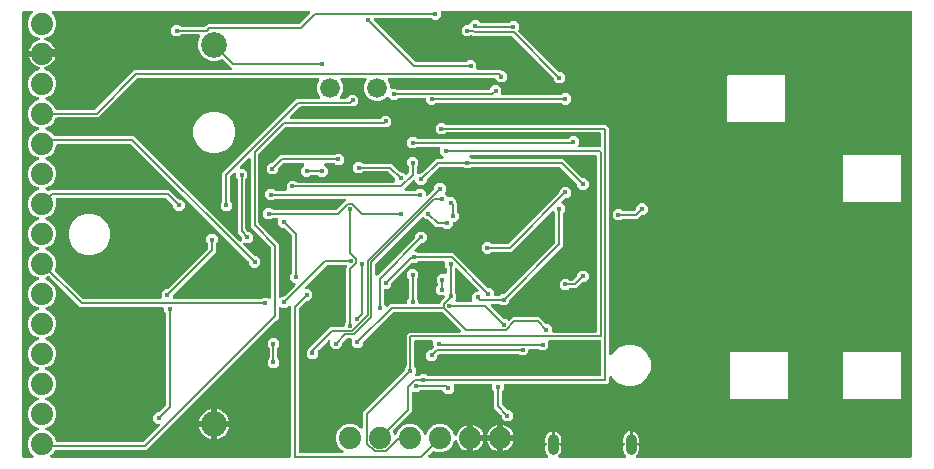
<source format=gbr>
G04 EAGLE Gerber RS-274X export*
G75*
%MOMM*%
%FSLAX34Y34*%
%LPD*%
%INBottom Copper*%
%IPPOS*%
%AMOC8*
5,1,8,0,0,1.08239X$1,22.5*%
G01*
%ADD10C,1.879600*%
%ADD11C,1.676400*%
%ADD12C,2.184400*%
%ADD13C,0.900000*%
%ADD14C,0.450000*%
%ADD15C,0.152400*%

G36*
X447678Y3320D02*
X447678Y3320D01*
X447816Y3333D01*
X447835Y3340D01*
X447855Y3343D01*
X447984Y3394D01*
X448115Y3441D01*
X448132Y3452D01*
X448151Y3460D01*
X448263Y3541D01*
X448378Y3619D01*
X448392Y3635D01*
X448408Y3646D01*
X448497Y3754D01*
X448589Y3858D01*
X448598Y3876D01*
X448611Y3891D01*
X448670Y4017D01*
X448733Y4141D01*
X448738Y4161D01*
X448747Y4179D01*
X448773Y4316D01*
X448803Y4451D01*
X448802Y4472D01*
X448806Y4491D01*
X448798Y4630D01*
X448793Y4769D01*
X448788Y4789D01*
X448787Y4809D01*
X448744Y4941D01*
X448705Y5075D01*
X448695Y5092D01*
X448689Y5111D01*
X448614Y5229D01*
X448543Y5349D01*
X448525Y5370D01*
X448518Y5380D01*
X448503Y5394D01*
X448437Y5469D01*
X447751Y6156D01*
X447039Y7221D01*
X446549Y8404D01*
X446299Y9660D01*
X446299Y13531D01*
X446490Y13531D01*
X446608Y13546D01*
X446727Y13553D01*
X446765Y13565D01*
X446806Y13570D01*
X446916Y13614D01*
X447029Y13651D01*
X447064Y13673D01*
X447101Y13687D01*
X447197Y13757D01*
X447298Y13821D01*
X447326Y13851D01*
X447359Y13874D01*
X447435Y13966D01*
X447516Y14053D01*
X447536Y14088D01*
X447561Y14119D01*
X447612Y14227D01*
X447670Y14331D01*
X447680Y14370D01*
X447697Y14407D01*
X447719Y14524D01*
X447749Y14639D01*
X447753Y14699D01*
X447757Y14719D01*
X447757Y14720D01*
X447755Y14740D01*
X447759Y14800D01*
X447744Y14918D01*
X447737Y15037D01*
X447724Y15075D01*
X447719Y15116D01*
X447676Y15226D01*
X447639Y15340D01*
X447617Y15374D01*
X447602Y15411D01*
X447533Y15508D01*
X447469Y15608D01*
X447439Y15636D01*
X447416Y15669D01*
X447324Y15745D01*
X447237Y15826D01*
X447202Y15846D01*
X447171Y15872D01*
X447063Y15922D01*
X446959Y15980D01*
X446919Y15990D01*
X446883Y16007D01*
X446766Y16029D01*
X446651Y16059D01*
X446591Y16063D01*
X446571Y16067D01*
X446550Y16066D01*
X446490Y16069D01*
X446299Y16069D01*
X446299Y19940D01*
X446549Y21196D01*
X447039Y22379D01*
X447751Y23444D01*
X448656Y24349D01*
X449721Y25061D01*
X450904Y25551D01*
X451531Y25676D01*
X451531Y21110D01*
X451546Y20992D01*
X451553Y20873D01*
X451565Y20835D01*
X451570Y20794D01*
X451614Y20684D01*
X451651Y20571D01*
X451673Y20536D01*
X451687Y20499D01*
X451757Y20403D01*
X451821Y20302D01*
X451851Y20274D01*
X451874Y20241D01*
X451966Y20165D01*
X452053Y20084D01*
X452088Y20064D01*
X452119Y20039D01*
X452227Y19988D01*
X452331Y19930D01*
X452370Y19920D01*
X452407Y19903D01*
X452524Y19881D01*
X452639Y19851D01*
X452699Y19847D01*
X452719Y19843D01*
X452720Y19843D01*
X452740Y19845D01*
X452800Y19841D01*
X452918Y19856D01*
X453037Y19863D01*
X453075Y19876D01*
X453116Y19881D01*
X453226Y19924D01*
X453340Y19961D01*
X453374Y19983D01*
X453411Y19998D01*
X453508Y20067D01*
X453608Y20131D01*
X453636Y20161D01*
X453669Y20184D01*
X453745Y20276D01*
X453826Y20363D01*
X453846Y20398D01*
X453872Y20429D01*
X453922Y20537D01*
X453980Y20641D01*
X453990Y20681D01*
X454007Y20717D01*
X454029Y20834D01*
X454059Y20949D01*
X454063Y21009D01*
X454067Y21029D01*
X454066Y21050D01*
X454069Y21110D01*
X454069Y25676D01*
X454696Y25551D01*
X455879Y25061D01*
X456944Y24349D01*
X457849Y23444D01*
X458561Y22379D01*
X459051Y21196D01*
X459301Y19940D01*
X459301Y16069D01*
X459110Y16069D01*
X458992Y16054D01*
X458873Y16047D01*
X458835Y16035D01*
X458794Y16030D01*
X458684Y15986D01*
X458571Y15949D01*
X458536Y15927D01*
X458499Y15913D01*
X458403Y15843D01*
X458302Y15779D01*
X458274Y15749D01*
X458241Y15726D01*
X458165Y15634D01*
X458084Y15547D01*
X458064Y15512D01*
X458039Y15481D01*
X457988Y15373D01*
X457930Y15269D01*
X457920Y15230D01*
X457903Y15193D01*
X457881Y15076D01*
X457851Y14961D01*
X457847Y14901D01*
X457843Y14881D01*
X457843Y14880D01*
X457845Y14860D01*
X457841Y14800D01*
X457856Y14682D01*
X457863Y14563D01*
X457876Y14524D01*
X457881Y14484D01*
X457924Y14374D01*
X457961Y14260D01*
X457983Y14226D01*
X457998Y14189D01*
X458067Y14092D01*
X458131Y13992D01*
X458161Y13964D01*
X458184Y13931D01*
X458276Y13855D01*
X458363Y13774D01*
X458398Y13754D01*
X458429Y13728D01*
X458537Y13678D01*
X458641Y13620D01*
X458681Y13610D01*
X458717Y13593D01*
X458834Y13571D01*
X458949Y13541D01*
X459009Y13537D01*
X459029Y13533D01*
X459050Y13534D01*
X459110Y13531D01*
X459301Y13531D01*
X459301Y9660D01*
X459051Y8404D01*
X458561Y7221D01*
X457849Y6156D01*
X457163Y5469D01*
X457078Y5360D01*
X456989Y5253D01*
X456980Y5234D01*
X456968Y5218D01*
X456913Y5090D01*
X456853Y4965D01*
X456850Y4945D01*
X456842Y4926D01*
X456820Y4788D01*
X456794Y4652D01*
X456795Y4632D01*
X456792Y4612D01*
X456805Y4473D01*
X456813Y4335D01*
X456820Y4316D01*
X456822Y4296D01*
X456869Y4165D01*
X456911Y4033D01*
X456922Y4015D01*
X456929Y3996D01*
X457007Y3882D01*
X457082Y3764D01*
X457096Y3750D01*
X457108Y3733D01*
X457212Y3641D01*
X457313Y3546D01*
X457331Y3536D01*
X457346Y3523D01*
X457470Y3460D01*
X457592Y3392D01*
X457611Y3387D01*
X457629Y3378D01*
X457765Y3348D01*
X457900Y3313D01*
X457928Y3311D01*
X457940Y3308D01*
X457960Y3309D01*
X458060Y3303D01*
X513540Y3303D01*
X513678Y3320D01*
X513816Y3333D01*
X513835Y3340D01*
X513855Y3343D01*
X513984Y3394D01*
X514115Y3441D01*
X514132Y3452D01*
X514151Y3460D01*
X514263Y3541D01*
X514378Y3619D01*
X514392Y3635D01*
X514408Y3646D01*
X514497Y3754D01*
X514589Y3858D01*
X514598Y3876D01*
X514611Y3891D01*
X514670Y4017D01*
X514733Y4141D01*
X514738Y4161D01*
X514747Y4179D01*
X514773Y4316D01*
X514803Y4451D01*
X514802Y4472D01*
X514806Y4491D01*
X514798Y4630D01*
X514793Y4769D01*
X514788Y4789D01*
X514787Y4809D01*
X514744Y4941D01*
X514705Y5075D01*
X514695Y5092D01*
X514689Y5111D01*
X514614Y5229D01*
X514543Y5349D01*
X514525Y5370D01*
X514518Y5380D01*
X514503Y5394D01*
X514437Y5469D01*
X513751Y6156D01*
X513039Y7221D01*
X512549Y8404D01*
X512299Y9660D01*
X512299Y13531D01*
X512490Y13531D01*
X512608Y13546D01*
X512727Y13553D01*
X512765Y13565D01*
X512806Y13570D01*
X512916Y13614D01*
X513029Y13651D01*
X513064Y13673D01*
X513101Y13687D01*
X513197Y13757D01*
X513298Y13821D01*
X513326Y13851D01*
X513359Y13874D01*
X513435Y13966D01*
X513516Y14053D01*
X513536Y14088D01*
X513561Y14119D01*
X513612Y14227D01*
X513670Y14331D01*
X513680Y14370D01*
X513697Y14407D01*
X513719Y14524D01*
X513749Y14639D01*
X513753Y14699D01*
X513757Y14719D01*
X513757Y14720D01*
X513755Y14740D01*
X513759Y14800D01*
X513744Y14918D01*
X513737Y15037D01*
X513724Y15075D01*
X513719Y15116D01*
X513676Y15226D01*
X513639Y15340D01*
X513617Y15374D01*
X513602Y15411D01*
X513533Y15508D01*
X513469Y15608D01*
X513439Y15636D01*
X513416Y15669D01*
X513324Y15745D01*
X513237Y15826D01*
X513202Y15846D01*
X513171Y15872D01*
X513063Y15922D01*
X512959Y15980D01*
X512919Y15990D01*
X512883Y16007D01*
X512766Y16029D01*
X512651Y16059D01*
X512591Y16063D01*
X512571Y16067D01*
X512550Y16066D01*
X512490Y16069D01*
X512299Y16069D01*
X512299Y19940D01*
X512549Y21196D01*
X513039Y22379D01*
X513751Y23444D01*
X514656Y24349D01*
X515721Y25061D01*
X516904Y25551D01*
X517531Y25676D01*
X517531Y21110D01*
X517546Y20992D01*
X517553Y20873D01*
X517565Y20835D01*
X517570Y20794D01*
X517614Y20684D01*
X517651Y20571D01*
X517673Y20536D01*
X517687Y20499D01*
X517757Y20403D01*
X517821Y20302D01*
X517851Y20274D01*
X517874Y20241D01*
X517966Y20165D01*
X518053Y20084D01*
X518088Y20064D01*
X518119Y20039D01*
X518227Y19988D01*
X518331Y19930D01*
X518370Y19920D01*
X518407Y19903D01*
X518524Y19881D01*
X518639Y19851D01*
X518699Y19847D01*
X518719Y19843D01*
X518720Y19843D01*
X518740Y19845D01*
X518800Y19841D01*
X518918Y19856D01*
X519037Y19863D01*
X519075Y19876D01*
X519116Y19881D01*
X519226Y19924D01*
X519340Y19961D01*
X519374Y19983D01*
X519411Y19998D01*
X519508Y20067D01*
X519608Y20131D01*
X519636Y20161D01*
X519669Y20184D01*
X519745Y20276D01*
X519826Y20363D01*
X519846Y20398D01*
X519872Y20429D01*
X519922Y20537D01*
X519980Y20641D01*
X519990Y20681D01*
X520007Y20717D01*
X520029Y20834D01*
X520059Y20949D01*
X520063Y21009D01*
X520067Y21029D01*
X520066Y21050D01*
X520069Y21110D01*
X520069Y25676D01*
X520696Y25551D01*
X521879Y25061D01*
X522944Y24349D01*
X523849Y23444D01*
X524561Y22379D01*
X525051Y21196D01*
X525301Y19940D01*
X525301Y16069D01*
X525110Y16069D01*
X524992Y16054D01*
X524873Y16047D01*
X524835Y16035D01*
X524794Y16030D01*
X524684Y15986D01*
X524571Y15949D01*
X524536Y15927D01*
X524499Y15913D01*
X524403Y15843D01*
X524302Y15779D01*
X524274Y15749D01*
X524241Y15726D01*
X524165Y15634D01*
X524084Y15547D01*
X524064Y15512D01*
X524039Y15481D01*
X523988Y15373D01*
X523930Y15269D01*
X523920Y15230D01*
X523903Y15193D01*
X523881Y15076D01*
X523851Y14961D01*
X523847Y14901D01*
X523843Y14881D01*
X523843Y14880D01*
X523845Y14860D01*
X523841Y14800D01*
X523856Y14682D01*
X523863Y14563D01*
X523876Y14524D01*
X523881Y14484D01*
X523924Y14374D01*
X523961Y14260D01*
X523983Y14226D01*
X523998Y14189D01*
X524067Y14092D01*
X524131Y13992D01*
X524161Y13964D01*
X524184Y13931D01*
X524276Y13855D01*
X524363Y13774D01*
X524398Y13754D01*
X524429Y13728D01*
X524537Y13678D01*
X524641Y13620D01*
X524681Y13610D01*
X524717Y13593D01*
X524834Y13571D01*
X524949Y13541D01*
X525009Y13537D01*
X525029Y13533D01*
X525050Y13534D01*
X525110Y13531D01*
X525301Y13531D01*
X525301Y9660D01*
X525051Y8404D01*
X524561Y7221D01*
X523849Y6156D01*
X523163Y5469D01*
X523078Y5360D01*
X522989Y5253D01*
X522980Y5234D01*
X522968Y5218D01*
X522913Y5090D01*
X522853Y4965D01*
X522850Y4945D01*
X522842Y4926D01*
X522820Y4788D01*
X522794Y4652D01*
X522795Y4632D01*
X522792Y4612D01*
X522805Y4473D01*
X522813Y4335D01*
X522820Y4316D01*
X522822Y4296D01*
X522869Y4165D01*
X522911Y4033D01*
X522922Y4015D01*
X522929Y3996D01*
X523007Y3882D01*
X523082Y3764D01*
X523096Y3750D01*
X523108Y3733D01*
X523212Y3641D01*
X523313Y3546D01*
X523331Y3536D01*
X523346Y3523D01*
X523470Y3460D01*
X523592Y3392D01*
X523611Y3387D01*
X523629Y3378D01*
X523765Y3348D01*
X523900Y3313D01*
X523928Y3311D01*
X523940Y3308D01*
X523960Y3309D01*
X524060Y3303D01*
X755428Y3303D01*
X755546Y3318D01*
X755665Y3325D01*
X755703Y3338D01*
X755744Y3343D01*
X755854Y3386D01*
X755967Y3423D01*
X756002Y3445D01*
X756039Y3460D01*
X756135Y3529D01*
X756236Y3593D01*
X756264Y3623D01*
X756297Y3646D01*
X756373Y3738D01*
X756454Y3825D01*
X756474Y3860D01*
X756499Y3891D01*
X756550Y3999D01*
X756608Y4103D01*
X756618Y4143D01*
X756635Y4179D01*
X756657Y4296D01*
X756687Y4411D01*
X756691Y4471D01*
X756695Y4491D01*
X756693Y4512D01*
X756697Y4572D01*
X756697Y380428D01*
X756682Y380546D01*
X756675Y380665D01*
X756662Y380703D01*
X756657Y380744D01*
X756614Y380854D01*
X756577Y380967D01*
X756555Y381002D01*
X756540Y381039D01*
X756471Y381135D01*
X756407Y381236D01*
X756377Y381264D01*
X756354Y381297D01*
X756262Y381373D01*
X756175Y381454D01*
X756140Y381474D01*
X756109Y381499D01*
X756001Y381550D01*
X755897Y381608D01*
X755857Y381618D01*
X755821Y381635D01*
X755704Y381657D01*
X755589Y381687D01*
X755529Y381691D01*
X755509Y381695D01*
X755488Y381693D01*
X755428Y381697D01*
X359060Y381697D01*
X358942Y381682D01*
X358823Y381675D01*
X358785Y381662D01*
X358744Y381657D01*
X358634Y381614D01*
X358521Y381577D01*
X358486Y381555D01*
X358449Y381540D01*
X358353Y381471D01*
X358252Y381407D01*
X358224Y381377D01*
X358191Y381354D01*
X358115Y381262D01*
X358034Y381175D01*
X358014Y381140D01*
X357989Y381109D01*
X357938Y381001D01*
X357880Y380897D01*
X357870Y380857D01*
X357853Y380821D01*
X357831Y380704D01*
X357801Y380589D01*
X357797Y380529D01*
X357793Y380509D01*
X357795Y380488D01*
X357791Y380428D01*
X357791Y377016D01*
X354984Y374209D01*
X351016Y374209D01*
X349899Y375326D01*
X349821Y375386D01*
X349749Y375454D01*
X349696Y375483D01*
X349648Y375520D01*
X349557Y375560D01*
X349470Y375608D01*
X349412Y375623D01*
X349356Y375647D01*
X349258Y375662D01*
X349163Y375687D01*
X349063Y375693D01*
X349042Y375697D01*
X349030Y375695D01*
X349002Y375697D01*
X302060Y375697D01*
X301942Y375682D01*
X301823Y375675D01*
X301785Y375662D01*
X301744Y375657D01*
X301634Y375614D01*
X301521Y375577D01*
X301486Y375555D01*
X301449Y375540D01*
X301353Y375471D01*
X301252Y375407D01*
X301224Y375377D01*
X301191Y375354D01*
X301115Y375262D01*
X301034Y375175D01*
X301014Y375140D01*
X300989Y375109D01*
X300938Y375001D01*
X300880Y374897D01*
X300870Y374857D01*
X300853Y374821D01*
X300831Y374704D01*
X300801Y374589D01*
X300797Y374530D01*
X300796Y374526D01*
X300797Y374525D01*
X300793Y374509D01*
X300795Y374488D01*
X300791Y374428D01*
X300791Y374406D01*
X300803Y374308D01*
X300806Y374209D01*
X300823Y374150D01*
X300831Y374090D01*
X300867Y373998D01*
X300895Y373903D01*
X300925Y373851D01*
X300948Y373795D01*
X301006Y373715D01*
X301056Y373629D01*
X301122Y373554D01*
X301134Y373537D01*
X301144Y373529D01*
X301162Y373508D01*
X335996Y338674D01*
X336075Y338614D01*
X336147Y338546D01*
X336200Y338517D01*
X336248Y338480D01*
X336339Y338440D01*
X336425Y338392D01*
X336484Y338377D01*
X336539Y338353D01*
X336637Y338338D01*
X336733Y338313D01*
X336833Y338307D01*
X336854Y338303D01*
X336866Y338305D01*
X336894Y338303D01*
X379002Y338303D01*
X379100Y338315D01*
X379199Y338318D01*
X379257Y338335D01*
X379317Y338343D01*
X379409Y338379D01*
X379505Y338407D01*
X379557Y338437D01*
X379613Y338460D01*
X379693Y338518D01*
X379779Y338568D01*
X379854Y338634D01*
X379870Y338646D01*
X379878Y338656D01*
X379899Y338674D01*
X381016Y339791D01*
X384984Y339791D01*
X387791Y336984D01*
X387791Y332572D01*
X387806Y332454D01*
X387813Y332335D01*
X387826Y332297D01*
X387831Y332256D01*
X387874Y332146D01*
X387911Y332033D01*
X387933Y331998D01*
X387948Y331961D01*
X388017Y331865D01*
X388081Y331764D01*
X388111Y331736D01*
X388134Y331703D01*
X388226Y331627D01*
X388313Y331546D01*
X388348Y331526D01*
X388379Y331501D01*
X388487Y331450D01*
X388591Y331392D01*
X388631Y331382D01*
X388667Y331365D01*
X388784Y331343D01*
X388899Y331313D01*
X388959Y331309D01*
X388979Y331305D01*
X389000Y331307D01*
X389060Y331303D01*
X408368Y331303D01*
X408508Y331162D01*
X408587Y331102D01*
X408659Y331034D01*
X408712Y331005D01*
X408760Y330968D01*
X408851Y330928D01*
X408937Y330880D01*
X408996Y330865D01*
X409051Y330841D01*
X409149Y330826D01*
X409245Y330801D01*
X409345Y330795D01*
X409366Y330791D01*
X409378Y330793D01*
X409406Y330791D01*
X410984Y330791D01*
X413791Y327984D01*
X413791Y324016D01*
X410984Y321209D01*
X407016Y321209D01*
X403899Y324326D01*
X403821Y324386D01*
X403749Y324454D01*
X403696Y324483D01*
X403648Y324520D01*
X403557Y324560D01*
X403470Y324608D01*
X403412Y324623D01*
X403356Y324647D01*
X403258Y324662D01*
X403163Y324687D01*
X403062Y324693D01*
X403042Y324697D01*
X403030Y324695D01*
X403002Y324697D01*
X313914Y324697D01*
X313776Y324680D01*
X313638Y324667D01*
X313619Y324660D01*
X313598Y324657D01*
X313470Y324606D01*
X313338Y324559D01*
X313321Y324548D01*
X313303Y324540D01*
X313191Y324459D01*
X313075Y324381D01*
X313062Y324365D01*
X313045Y324354D01*
X312957Y324246D01*
X312865Y324142D01*
X312856Y324124D01*
X312843Y324109D01*
X312783Y323983D01*
X312720Y323859D01*
X312716Y323839D01*
X312707Y323821D01*
X312681Y323684D01*
X312651Y323549D01*
X312651Y323528D01*
X312647Y323509D01*
X312656Y323370D01*
X312660Y323231D01*
X312666Y323211D01*
X312667Y323191D01*
X312710Y323059D01*
X312749Y322925D01*
X312759Y322908D01*
X312765Y322889D01*
X312840Y322771D01*
X312910Y322651D01*
X312929Y322630D01*
X312935Y322620D01*
X312950Y322606D01*
X313017Y322530D01*
X313060Y322487D01*
X314723Y318473D01*
X314723Y317060D01*
X314738Y316942D01*
X314745Y316823D01*
X314758Y316785D01*
X314763Y316744D01*
X314806Y316634D01*
X314843Y316521D01*
X314865Y316486D01*
X314880Y316449D01*
X314949Y316353D01*
X315013Y316252D01*
X315043Y316224D01*
X315066Y316191D01*
X315158Y316115D01*
X315245Y316034D01*
X315280Y316014D01*
X315311Y315989D01*
X315419Y315938D01*
X315523Y315880D01*
X315563Y315870D01*
X315599Y315853D01*
X315716Y315831D01*
X315831Y315801D01*
X315891Y315797D01*
X315911Y315793D01*
X315932Y315795D01*
X315992Y315791D01*
X319984Y315791D01*
X320839Y314937D01*
X320917Y314876D01*
X320989Y314808D01*
X321042Y314779D01*
X321090Y314742D01*
X321181Y314702D01*
X321267Y314654D01*
X321326Y314639D01*
X321382Y314615D01*
X321480Y314600D01*
X321575Y314575D01*
X321675Y314569D01*
X321696Y314565D01*
X321708Y314567D01*
X321736Y314565D01*
X353154Y314565D01*
X353174Y314546D01*
X353227Y314517D01*
X353275Y314480D01*
X353366Y314440D01*
X353453Y314392D01*
X353511Y314377D01*
X353567Y314353D01*
X353665Y314338D01*
X353761Y314313D01*
X353861Y314307D01*
X353881Y314303D01*
X353893Y314305D01*
X353921Y314303D01*
X397940Y314303D01*
X398058Y314318D01*
X398177Y314325D01*
X398215Y314338D01*
X398256Y314343D01*
X398366Y314386D01*
X398479Y314423D01*
X398514Y314445D01*
X398551Y314460D01*
X398647Y314529D01*
X398748Y314593D01*
X398776Y314623D01*
X398809Y314646D01*
X398885Y314738D01*
X398966Y314825D01*
X398986Y314860D01*
X399011Y314891D01*
X399062Y314999D01*
X399120Y315103D01*
X399130Y315143D01*
X399147Y315179D01*
X399169Y315296D01*
X399199Y315411D01*
X399203Y315471D01*
X399207Y315491D01*
X399205Y315512D01*
X399209Y315572D01*
X399209Y315984D01*
X402016Y318791D01*
X405984Y318791D01*
X408791Y315984D01*
X408791Y311572D01*
X408806Y311454D01*
X408813Y311335D01*
X408826Y311297D01*
X408831Y311256D01*
X408874Y311146D01*
X408911Y311033D01*
X408933Y310998D01*
X408948Y310961D01*
X409017Y310865D01*
X409081Y310764D01*
X409111Y310736D01*
X409134Y310703D01*
X409226Y310627D01*
X409313Y310546D01*
X409348Y310526D01*
X409379Y310501D01*
X409487Y310450D01*
X409591Y310392D01*
X409631Y310382D01*
X409667Y310365D01*
X409784Y310343D01*
X409899Y310313D01*
X409959Y310309D01*
X409979Y310305D01*
X410000Y310307D01*
X410060Y310303D01*
X459002Y310303D01*
X459100Y310315D01*
X459199Y310318D01*
X459257Y310335D01*
X459317Y310343D01*
X459409Y310379D01*
X459505Y310407D01*
X459557Y310437D01*
X459613Y310460D01*
X459693Y310518D01*
X459779Y310568D01*
X459854Y310634D01*
X459870Y310646D01*
X459878Y310656D01*
X459899Y310674D01*
X461016Y311791D01*
X464984Y311791D01*
X467791Y308984D01*
X467791Y305016D01*
X464984Y302209D01*
X461016Y302209D01*
X459899Y303326D01*
X459821Y303386D01*
X459749Y303454D01*
X459696Y303483D01*
X459648Y303520D01*
X459557Y303560D01*
X459470Y303608D01*
X459412Y303623D01*
X459356Y303647D01*
X459258Y303662D01*
X459163Y303687D01*
X459063Y303693D01*
X459042Y303697D01*
X459030Y303695D01*
X459002Y303697D01*
X353998Y303697D01*
X353900Y303685D01*
X353801Y303682D01*
X353743Y303665D01*
X353683Y303657D01*
X353591Y303621D01*
X353495Y303593D01*
X353443Y303563D01*
X353387Y303540D01*
X353307Y303482D01*
X353221Y303432D01*
X353146Y303366D01*
X353130Y303354D01*
X353122Y303344D01*
X353101Y303326D01*
X351984Y302209D01*
X348016Y302209D01*
X345209Y305016D01*
X345209Y306690D01*
X345194Y306808D01*
X345187Y306927D01*
X345174Y306965D01*
X345169Y307006D01*
X345126Y307116D01*
X345089Y307229D01*
X345067Y307264D01*
X345052Y307301D01*
X344983Y307397D01*
X344919Y307498D01*
X344889Y307526D01*
X344866Y307559D01*
X344774Y307635D01*
X344687Y307716D01*
X344652Y307736D01*
X344621Y307761D01*
X344513Y307812D01*
X344409Y307870D01*
X344369Y307880D01*
X344333Y307897D01*
X344216Y307919D01*
X344101Y307949D01*
X344041Y307953D01*
X344021Y307957D01*
X344000Y307955D01*
X343940Y307959D01*
X322260Y307959D01*
X322162Y307947D01*
X322063Y307944D01*
X322005Y307927D01*
X321945Y307919D01*
X321853Y307883D01*
X321757Y307855D01*
X321705Y307825D01*
X321649Y307802D01*
X321569Y307744D01*
X321483Y307694D01*
X321408Y307628D01*
X321392Y307616D01*
X321384Y307606D01*
X321363Y307588D01*
X319984Y306209D01*
X316016Y306209D01*
X313483Y308741D01*
X313389Y308814D01*
X313300Y308893D01*
X313264Y308912D01*
X313232Y308936D01*
X313123Y308984D01*
X313017Y309038D01*
X312978Y309047D01*
X312940Y309063D01*
X312822Y309081D01*
X312707Y309107D01*
X312666Y309106D01*
X312626Y309113D01*
X312508Y309101D01*
X312389Y309098D01*
X312350Y309087D01*
X312310Y309083D01*
X312197Y309042D01*
X312083Y309009D01*
X312048Y308989D01*
X312010Y308975D01*
X311912Y308908D01*
X311809Y308848D01*
X311764Y308808D01*
X311747Y308797D01*
X311734Y308781D01*
X311688Y308741D01*
X309987Y307040D01*
X305973Y305377D01*
X301627Y305377D01*
X297613Y307040D01*
X294540Y310113D01*
X292877Y314127D01*
X292877Y318473D01*
X294540Y322487D01*
X294583Y322530D01*
X294669Y322640D01*
X294757Y322747D01*
X294766Y322766D01*
X294778Y322782D01*
X294834Y322909D01*
X294893Y323035D01*
X294897Y323055D01*
X294905Y323074D01*
X294927Y323211D01*
X294953Y323348D01*
X294951Y323368D01*
X294955Y323388D01*
X294942Y323526D01*
X294933Y323665D01*
X294927Y323684D01*
X294925Y323704D01*
X294878Y323835D01*
X294835Y323967D01*
X294824Y323985D01*
X294817Y324004D01*
X294739Y324118D01*
X294665Y324236D01*
X294650Y324250D01*
X294639Y324267D01*
X294535Y324358D01*
X294433Y324454D01*
X294415Y324464D01*
X294400Y324477D01*
X294276Y324540D01*
X294155Y324608D01*
X294135Y324613D01*
X294117Y324622D01*
X293981Y324652D01*
X293847Y324687D01*
X293819Y324689D01*
X293807Y324692D01*
X293786Y324691D01*
X293686Y324697D01*
X273914Y324697D01*
X273776Y324680D01*
X273638Y324667D01*
X273619Y324660D01*
X273598Y324657D01*
X273470Y324606D01*
X273338Y324559D01*
X273321Y324548D01*
X273303Y324540D01*
X273191Y324459D01*
X273075Y324381D01*
X273062Y324365D01*
X273045Y324354D01*
X272957Y324246D01*
X272865Y324142D01*
X272856Y324124D01*
X272843Y324109D01*
X272783Y323983D01*
X272720Y323859D01*
X272716Y323839D01*
X272707Y323821D01*
X272681Y323684D01*
X272651Y323549D01*
X272651Y323528D01*
X272647Y323509D01*
X272656Y323370D01*
X272660Y323231D01*
X272666Y323211D01*
X272667Y323191D01*
X272710Y323059D01*
X272749Y322925D01*
X272759Y322908D01*
X272765Y322889D01*
X272840Y322771D01*
X272910Y322651D01*
X272929Y322630D01*
X272935Y322620D01*
X272950Y322606D01*
X273017Y322530D01*
X273060Y322487D01*
X274723Y318473D01*
X274723Y314127D01*
X273060Y310113D01*
X272417Y309469D01*
X272332Y309360D01*
X272243Y309253D01*
X272234Y309234D01*
X272222Y309218D01*
X272166Y309090D01*
X272107Y308965D01*
X272103Y308945D01*
X272095Y308926D01*
X272073Y308788D01*
X272047Y308652D01*
X272049Y308632D01*
X272045Y308612D01*
X272058Y308473D01*
X272067Y308335D01*
X272073Y308316D01*
X272075Y308296D01*
X272122Y308165D01*
X272165Y308033D01*
X272176Y308015D01*
X272183Y307996D01*
X272261Y307882D01*
X272335Y307764D01*
X272350Y307750D01*
X272361Y307733D01*
X272465Y307641D01*
X272567Y307546D01*
X272585Y307536D01*
X272600Y307523D01*
X272724Y307460D01*
X272845Y307392D01*
X272865Y307387D01*
X272883Y307378D01*
X273019Y307348D01*
X273153Y307313D01*
X273181Y307311D01*
X273193Y307308D01*
X273214Y307309D01*
X273314Y307303D01*
X277002Y307303D01*
X277100Y307315D01*
X277199Y307318D01*
X277257Y307335D01*
X277317Y307343D01*
X277409Y307379D01*
X277505Y307407D01*
X277557Y307437D01*
X277613Y307460D01*
X277693Y307518D01*
X277779Y307568D01*
X277854Y307634D01*
X277870Y307646D01*
X277878Y307656D01*
X277899Y307674D01*
X281016Y310791D01*
X284984Y310791D01*
X287791Y307984D01*
X287791Y304016D01*
X284984Y301209D01*
X283406Y301209D01*
X283308Y301197D01*
X283209Y301194D01*
X283150Y301177D01*
X283090Y301169D01*
X282998Y301133D01*
X282903Y301105D01*
X282851Y301075D01*
X282795Y301052D01*
X282715Y300994D01*
X282629Y300944D01*
X282554Y300878D01*
X282537Y300866D01*
X282529Y300856D01*
X282508Y300838D01*
X282368Y300697D01*
X238894Y300697D01*
X238796Y300685D01*
X238697Y300682D01*
X238638Y300665D01*
X238578Y300657D01*
X238486Y300621D01*
X238391Y300593D01*
X238339Y300563D01*
X238283Y300540D01*
X238203Y300482D01*
X238117Y300432D01*
X238042Y300366D01*
X238025Y300354D01*
X238017Y300344D01*
X237996Y300326D01*
X230140Y292469D01*
X230055Y292360D01*
X229966Y292253D01*
X229958Y292234D01*
X229945Y292218D01*
X229890Y292090D01*
X229831Y291965D01*
X229827Y291945D01*
X229819Y291926D01*
X229797Y291788D01*
X229771Y291652D01*
X229772Y291632D01*
X229769Y291612D01*
X229782Y291473D01*
X229791Y291335D01*
X229797Y291316D01*
X229799Y291296D01*
X229846Y291164D01*
X229889Y291033D01*
X229900Y291015D01*
X229907Y290996D01*
X229985Y290881D01*
X230059Y290764D01*
X230074Y290750D01*
X230085Y290733D01*
X230189Y290641D01*
X230291Y290546D01*
X230308Y290536D01*
X230324Y290523D01*
X230448Y290459D01*
X230569Y290392D01*
X230589Y290387D01*
X230607Y290378D01*
X230743Y290348D01*
X230877Y290313D01*
X230905Y290311D01*
X230917Y290308D01*
X230938Y290309D01*
X231038Y290303D01*
X306002Y290303D01*
X306100Y290315D01*
X306199Y290318D01*
X306257Y290335D01*
X306317Y290343D01*
X306409Y290379D01*
X306505Y290407D01*
X306557Y290437D01*
X306613Y290460D01*
X306693Y290518D01*
X306779Y290568D01*
X306854Y290634D01*
X306870Y290646D01*
X306878Y290656D01*
X306899Y290674D01*
X309016Y292791D01*
X312984Y292791D01*
X315791Y289984D01*
X315791Y286016D01*
X312984Y283209D01*
X309016Y283209D01*
X308899Y283326D01*
X308821Y283386D01*
X308749Y283454D01*
X308696Y283483D01*
X308648Y283520D01*
X308557Y283560D01*
X308470Y283608D01*
X308412Y283623D01*
X308356Y283647D01*
X308258Y283662D01*
X308163Y283687D01*
X308063Y283693D01*
X308042Y283697D01*
X308030Y283695D01*
X308002Y283697D01*
X226894Y283697D01*
X226796Y283685D01*
X226697Y283682D01*
X226638Y283665D01*
X226578Y283657D01*
X226486Y283621D01*
X226391Y283593D01*
X226339Y283563D01*
X226283Y283540D01*
X226203Y283482D01*
X226117Y283432D01*
X226042Y283366D01*
X226025Y283354D01*
X226017Y283344D01*
X225996Y283326D01*
X203674Y261004D01*
X203614Y260925D01*
X203546Y260853D01*
X203517Y260800D01*
X203480Y260752D01*
X203440Y260661D01*
X203392Y260575D01*
X203377Y260516D01*
X203353Y260461D01*
X203338Y260363D01*
X203313Y260267D01*
X203307Y260167D01*
X203303Y260146D01*
X203305Y260134D01*
X203303Y260106D01*
X203303Y201894D01*
X203315Y201796D01*
X203318Y201697D01*
X203335Y201638D01*
X203343Y201578D01*
X203379Y201486D01*
X203407Y201391D01*
X203437Y201339D01*
X203460Y201283D01*
X203518Y201203D01*
X203568Y201117D01*
X203634Y201042D01*
X203646Y201025D01*
X203656Y201017D01*
X203674Y200996D01*
X220303Y184368D01*
X220303Y140142D01*
X220320Y140004D01*
X220333Y139866D01*
X220340Y139847D01*
X220343Y139827D01*
X220394Y139697D01*
X220441Y139566D01*
X220452Y139550D01*
X220460Y139531D01*
X220541Y139419D01*
X220619Y139303D01*
X220635Y139290D01*
X220646Y139274D01*
X220754Y139185D01*
X220858Y139093D01*
X220876Y139084D01*
X220891Y139071D01*
X221017Y139011D01*
X221141Y138948D01*
X221161Y138944D01*
X221179Y138935D01*
X221316Y138909D01*
X221451Y138879D01*
X221472Y138879D01*
X221491Y138875D01*
X221630Y138884D01*
X221769Y138888D01*
X221789Y138894D01*
X221809Y138895D01*
X221941Y138938D01*
X222075Y138977D01*
X222092Y138987D01*
X222111Y138993D01*
X222229Y139067D01*
X222349Y139138D01*
X222370Y139157D01*
X222380Y139163D01*
X222394Y139178D01*
X222469Y139245D01*
X223016Y139791D01*
X224594Y139791D01*
X224692Y139803D01*
X224791Y139806D01*
X224850Y139823D01*
X224910Y139831D01*
X225002Y139867D01*
X225097Y139895D01*
X225149Y139925D01*
X225205Y139948D01*
X225285Y140006D01*
X225371Y140056D01*
X225446Y140122D01*
X225463Y140134D01*
X225471Y140144D01*
X225492Y140162D01*
X234372Y149043D01*
X234457Y149152D01*
X234546Y149259D01*
X234554Y149278D01*
X234567Y149294D01*
X234622Y149422D01*
X234681Y149547D01*
X234685Y149567D01*
X234693Y149586D01*
X234715Y149724D01*
X234741Y149860D01*
X234740Y149880D01*
X234743Y149900D01*
X234730Y150039D01*
X234721Y150177D01*
X234715Y150196D01*
X234713Y150216D01*
X234666Y150348D01*
X234623Y150479D01*
X234612Y150497D01*
X234605Y150516D01*
X234527Y150631D01*
X234453Y150748D01*
X234438Y150762D01*
X234427Y150779D01*
X234323Y150871D01*
X234221Y150966D01*
X234204Y150976D01*
X234188Y150989D01*
X234064Y151053D01*
X233943Y151120D01*
X233923Y151125D01*
X233905Y151134D01*
X233769Y151164D01*
X233635Y151199D01*
X233607Y151201D01*
X233595Y151204D01*
X233574Y151203D01*
X233474Y151209D01*
X233016Y151209D01*
X230209Y154016D01*
X230209Y157984D01*
X231326Y159101D01*
X231386Y159179D01*
X231454Y159251D01*
X231483Y159304D01*
X231520Y159352D01*
X231560Y159443D01*
X231608Y159530D01*
X231623Y159588D01*
X231647Y159644D01*
X231662Y159742D01*
X231687Y159837D01*
X231693Y159937D01*
X231697Y159958D01*
X231695Y159970D01*
X231697Y159998D01*
X231697Y191106D01*
X231685Y191204D01*
X231682Y191303D01*
X231665Y191362D01*
X231657Y191422D01*
X231621Y191514D01*
X231593Y191609D01*
X231563Y191661D01*
X231540Y191717D01*
X231482Y191797D01*
X231432Y191883D01*
X231366Y191958D01*
X231354Y191975D01*
X231344Y191983D01*
X231326Y192004D01*
X225492Y197838D01*
X225413Y197898D01*
X225341Y197966D01*
X225288Y197995D01*
X225240Y198032D01*
X225149Y198072D01*
X225063Y198120D01*
X225004Y198135D01*
X224949Y198159D01*
X224851Y198174D01*
X224755Y198199D01*
X224655Y198205D01*
X224634Y198209D01*
X224622Y198207D01*
X224594Y198209D01*
X223016Y198209D01*
X220209Y201016D01*
X220209Y205428D01*
X220194Y205546D01*
X220187Y205665D01*
X220174Y205703D01*
X220169Y205744D01*
X220126Y205854D01*
X220089Y205967D01*
X220067Y206002D01*
X220052Y206039D01*
X219983Y206135D01*
X219919Y206236D01*
X219889Y206264D01*
X219866Y206297D01*
X219774Y206373D01*
X219687Y206454D01*
X219652Y206474D01*
X219621Y206499D01*
X219513Y206550D01*
X219409Y206608D01*
X219369Y206618D01*
X219333Y206635D01*
X219216Y206657D01*
X219101Y206687D01*
X219041Y206691D01*
X219021Y206695D01*
X219000Y206693D01*
X218940Y206697D01*
X215998Y206697D01*
X215900Y206685D01*
X215801Y206682D01*
X215743Y206665D01*
X215683Y206657D01*
X215591Y206621D01*
X215495Y206593D01*
X215443Y206563D01*
X215387Y206540D01*
X215307Y206482D01*
X215221Y206432D01*
X215146Y206366D01*
X215130Y206354D01*
X215122Y206344D01*
X215101Y206326D01*
X213984Y205209D01*
X210016Y205209D01*
X207209Y208016D01*
X207209Y211984D01*
X210016Y214791D01*
X213984Y214791D01*
X215101Y213674D01*
X215179Y213614D01*
X215251Y213546D01*
X215304Y213517D01*
X215352Y213480D01*
X215443Y213440D01*
X215530Y213392D01*
X215588Y213377D01*
X215644Y213353D01*
X215742Y213338D01*
X215837Y213313D01*
X215937Y213307D01*
X215958Y213303D01*
X215970Y213305D01*
X215998Y213303D01*
X269079Y213303D01*
X269177Y213315D01*
X269276Y213318D01*
X269334Y213335D01*
X269394Y213343D01*
X269486Y213379D01*
X269581Y213407D01*
X269634Y213437D01*
X269690Y213460D01*
X269770Y213518D01*
X269855Y213568D01*
X269931Y213634D01*
X269947Y213646D01*
X269955Y213656D01*
X269976Y213674D01*
X276832Y220531D01*
X276918Y220640D01*
X277006Y220747D01*
X277015Y220766D01*
X277027Y220782D01*
X277083Y220910D01*
X277142Y221035D01*
X277146Y221055D01*
X277154Y221074D01*
X277176Y221212D01*
X277202Y221348D01*
X277200Y221368D01*
X277203Y221388D01*
X277190Y221527D01*
X277182Y221665D01*
X277176Y221684D01*
X277174Y221704D01*
X277126Y221836D01*
X277084Y221967D01*
X277073Y221985D01*
X277066Y222004D01*
X276988Y222119D01*
X276914Y222236D01*
X276899Y222250D01*
X276887Y222267D01*
X276783Y222359D01*
X276682Y222454D01*
X276664Y222464D01*
X276649Y222477D01*
X276525Y222541D01*
X276403Y222608D01*
X276384Y222613D01*
X276366Y222622D01*
X276230Y222652D01*
X276096Y222687D01*
X276067Y222689D01*
X276055Y222692D01*
X276035Y222691D01*
X275935Y222697D01*
X217998Y222697D01*
X217900Y222685D01*
X217801Y222682D01*
X217743Y222665D01*
X217683Y222657D01*
X217591Y222621D01*
X217495Y222593D01*
X217443Y222563D01*
X217387Y222540D01*
X217307Y222482D01*
X217221Y222432D01*
X217146Y222366D01*
X217130Y222354D01*
X217122Y222344D01*
X217101Y222326D01*
X215984Y221209D01*
X212016Y221209D01*
X209209Y224016D01*
X209209Y227984D01*
X212016Y230791D01*
X215984Y230791D01*
X217101Y229674D01*
X217179Y229614D01*
X217251Y229546D01*
X217304Y229517D01*
X217352Y229480D01*
X217443Y229440D01*
X217530Y229392D01*
X217588Y229377D01*
X217644Y229353D01*
X217742Y229338D01*
X217837Y229313D01*
X217937Y229307D01*
X217958Y229303D01*
X217970Y229305D01*
X217998Y229303D01*
X225940Y229303D01*
X226058Y229318D01*
X226177Y229325D01*
X226215Y229338D01*
X226256Y229343D01*
X226366Y229386D01*
X226479Y229423D01*
X226514Y229445D01*
X226551Y229460D01*
X226647Y229529D01*
X226748Y229593D01*
X226776Y229623D01*
X226809Y229646D01*
X226885Y229738D01*
X226966Y229825D01*
X226986Y229860D01*
X227011Y229891D01*
X227062Y229999D01*
X227120Y230103D01*
X227130Y230143D01*
X227147Y230179D01*
X227169Y230296D01*
X227199Y230411D01*
X227203Y230471D01*
X227207Y230491D01*
X227205Y230512D01*
X227209Y230572D01*
X227209Y234984D01*
X230016Y237791D01*
X233984Y237791D01*
X235101Y236674D01*
X235179Y236614D01*
X235251Y236546D01*
X235304Y236517D01*
X235352Y236480D01*
X235443Y236440D01*
X235530Y236392D01*
X235588Y236377D01*
X235644Y236353D01*
X235742Y236338D01*
X235837Y236313D01*
X235937Y236307D01*
X235958Y236303D01*
X235970Y236305D01*
X235998Y236303D01*
X317940Y236303D01*
X318058Y236318D01*
X318177Y236325D01*
X318215Y236338D01*
X318256Y236343D01*
X318366Y236386D01*
X318479Y236423D01*
X318514Y236445D01*
X318551Y236460D01*
X318647Y236529D01*
X318748Y236593D01*
X318776Y236623D01*
X318809Y236646D01*
X318885Y236738D01*
X318966Y236825D01*
X318986Y236860D01*
X319011Y236891D01*
X319062Y236999D01*
X319120Y237103D01*
X319130Y237143D01*
X319147Y237179D01*
X319169Y237296D01*
X319199Y237411D01*
X319203Y237471D01*
X319207Y237491D01*
X319205Y237512D01*
X319209Y237572D01*
X319209Y239594D01*
X319197Y239692D01*
X319194Y239791D01*
X319177Y239850D01*
X319169Y239910D01*
X319133Y240002D01*
X319105Y240097D01*
X319075Y240149D01*
X319052Y240205D01*
X318994Y240285D01*
X318944Y240371D01*
X318878Y240446D01*
X318866Y240463D01*
X318856Y240471D01*
X318838Y240492D01*
X314004Y245326D01*
X313925Y245386D01*
X313853Y245454D01*
X313800Y245483D01*
X313752Y245520D01*
X313661Y245560D01*
X313575Y245608D01*
X313516Y245623D01*
X313461Y245647D01*
X313363Y245662D01*
X313267Y245687D01*
X313167Y245693D01*
X313146Y245697D01*
X313134Y245695D01*
X313106Y245697D01*
X291998Y245697D01*
X291900Y245685D01*
X291801Y245682D01*
X291743Y245665D01*
X291683Y245657D01*
X291591Y245621D01*
X291495Y245593D01*
X291443Y245563D01*
X291387Y245540D01*
X291307Y245482D01*
X291221Y245432D01*
X291146Y245366D01*
X291130Y245354D01*
X291122Y245344D01*
X291101Y245326D01*
X289984Y244209D01*
X286016Y244209D01*
X283209Y247016D01*
X283209Y250984D01*
X286016Y253791D01*
X289984Y253791D01*
X291101Y252674D01*
X291179Y252614D01*
X291251Y252546D01*
X291304Y252517D01*
X291352Y252480D01*
X291443Y252440D01*
X291530Y252392D01*
X291588Y252377D01*
X291644Y252353D01*
X291742Y252338D01*
X291837Y252313D01*
X291937Y252307D01*
X291958Y252303D01*
X291970Y252305D01*
X291998Y252303D01*
X316368Y252303D01*
X323508Y245162D01*
X323587Y245102D01*
X323659Y245034D01*
X323712Y245005D01*
X323760Y244968D01*
X323851Y244928D01*
X323937Y244880D01*
X323996Y244865D01*
X324051Y244841D01*
X324149Y244826D01*
X324245Y244801D01*
X324345Y244795D01*
X324366Y244791D01*
X324378Y244793D01*
X324406Y244791D01*
X325984Y244791D01*
X327655Y243120D01*
X327749Y243047D01*
X327838Y242969D01*
X327874Y242950D01*
X327906Y242925D01*
X328015Y242878D01*
X328121Y242824D01*
X328161Y242815D01*
X328198Y242799D01*
X328316Y242780D01*
X328432Y242754D01*
X328472Y242756D01*
X328512Y242749D01*
X328631Y242760D01*
X328749Y242764D01*
X328788Y242775D01*
X328829Y242779D01*
X328941Y242819D01*
X329055Y242852D01*
X329090Y242873D01*
X329128Y242887D01*
X329226Y242954D01*
X329329Y243014D01*
X329374Y243054D01*
X329391Y243065D01*
X329404Y243081D01*
X329450Y243120D01*
X330326Y243996D01*
X330386Y244074D01*
X330454Y244147D01*
X330483Y244200D01*
X330520Y244248D01*
X330560Y244338D01*
X330608Y244425D01*
X330623Y244484D01*
X330647Y244539D01*
X330662Y244637D01*
X330687Y244733D01*
X330693Y244833D01*
X330697Y244854D01*
X330695Y244866D01*
X330697Y244894D01*
X330697Y249002D01*
X330685Y249100D01*
X330682Y249199D01*
X330665Y249257D01*
X330657Y249317D01*
X330621Y249409D01*
X330593Y249505D01*
X330563Y249557D01*
X330540Y249613D01*
X330482Y249693D01*
X330432Y249779D01*
X330366Y249854D01*
X330354Y249870D01*
X330344Y249878D01*
X330326Y249899D01*
X329209Y251016D01*
X329209Y254984D01*
X332016Y257791D01*
X335984Y257791D01*
X338791Y254984D01*
X338791Y251016D01*
X337674Y249899D01*
X337614Y249821D01*
X337546Y249749D01*
X337517Y249696D01*
X337480Y249648D01*
X337440Y249557D01*
X337392Y249470D01*
X337377Y249412D01*
X337353Y249356D01*
X337338Y249258D01*
X337313Y249163D01*
X337307Y249063D01*
X337303Y249042D01*
X337305Y249030D01*
X337303Y249002D01*
X337303Y245060D01*
X337318Y244942D01*
X337325Y244823D01*
X337338Y244785D01*
X337343Y244744D01*
X337386Y244634D01*
X337423Y244521D01*
X337445Y244486D01*
X337460Y244449D01*
X337529Y244353D01*
X337593Y244252D01*
X337623Y244224D01*
X337646Y244191D01*
X337738Y244115D01*
X337825Y244034D01*
X337860Y244014D01*
X337891Y243989D01*
X337999Y243938D01*
X338103Y243880D01*
X338143Y243870D01*
X338179Y243853D01*
X338296Y243831D01*
X338411Y243801D01*
X338471Y243797D01*
X338491Y243793D01*
X338512Y243795D01*
X338572Y243791D01*
X340594Y243791D01*
X340692Y243803D01*
X340791Y243806D01*
X340850Y243823D01*
X340910Y243831D01*
X341002Y243867D01*
X341097Y243895D01*
X341149Y243925D01*
X341205Y243948D01*
X341285Y244006D01*
X341371Y244056D01*
X341446Y244122D01*
X341463Y244134D01*
X341471Y244144D01*
X341492Y244162D01*
X353632Y256303D01*
X358858Y256303D01*
X358995Y256320D01*
X359134Y256333D01*
X359153Y256340D01*
X359173Y256343D01*
X359302Y256394D01*
X359434Y256441D01*
X359450Y256452D01*
X359469Y256460D01*
X359582Y256541D01*
X359697Y256619D01*
X359710Y256635D01*
X359726Y256646D01*
X359815Y256754D01*
X359907Y256858D01*
X359916Y256876D01*
X359929Y256891D01*
X359989Y257017D01*
X360052Y257141D01*
X360056Y257161D01*
X360065Y257179D01*
X360091Y257315D01*
X360121Y257451D01*
X360121Y257472D01*
X360125Y257491D01*
X360116Y257630D01*
X360112Y257769D01*
X360106Y257789D01*
X360105Y257809D01*
X360062Y257941D01*
X360023Y258075D01*
X360013Y258092D01*
X360007Y258111D01*
X359932Y258229D01*
X359862Y258349D01*
X359843Y258370D01*
X359837Y258380D01*
X359822Y258394D01*
X359755Y258469D01*
X357209Y261016D01*
X357209Y265428D01*
X357194Y265546D01*
X357187Y265665D01*
X357174Y265703D01*
X357169Y265744D01*
X357126Y265854D01*
X357089Y265967D01*
X357067Y266002D01*
X357052Y266039D01*
X356983Y266135D01*
X356919Y266236D01*
X356889Y266264D01*
X356866Y266297D01*
X356774Y266373D01*
X356687Y266454D01*
X356652Y266474D01*
X356621Y266499D01*
X356513Y266550D01*
X356409Y266608D01*
X356369Y266618D01*
X356333Y266635D01*
X356216Y266657D01*
X356101Y266687D01*
X356041Y266691D01*
X356021Y266695D01*
X356000Y266693D01*
X355940Y266697D01*
X337998Y266697D01*
X337900Y266685D01*
X337801Y266682D01*
X337743Y266665D01*
X337683Y266657D01*
X337591Y266621D01*
X337495Y266593D01*
X337443Y266563D01*
X337387Y266540D01*
X337307Y266482D01*
X337221Y266432D01*
X337146Y266366D01*
X337130Y266354D01*
X337122Y266344D01*
X337101Y266326D01*
X335984Y265209D01*
X332016Y265209D01*
X329209Y268016D01*
X329209Y271984D01*
X332016Y274791D01*
X335984Y274791D01*
X337101Y273674D01*
X337179Y273614D01*
X337251Y273546D01*
X337304Y273517D01*
X337352Y273480D01*
X337443Y273440D01*
X337530Y273392D01*
X337588Y273377D01*
X337644Y273353D01*
X337742Y273338D01*
X337837Y273313D01*
X337937Y273307D01*
X337958Y273303D01*
X337970Y273305D01*
X337998Y273303D01*
X465002Y273303D01*
X465100Y273315D01*
X465199Y273318D01*
X465257Y273335D01*
X465317Y273343D01*
X465409Y273379D01*
X465505Y273407D01*
X465557Y273437D01*
X465613Y273460D01*
X465693Y273518D01*
X465779Y273568D01*
X465854Y273634D01*
X465870Y273646D01*
X465878Y273656D01*
X465899Y273674D01*
X468016Y275791D01*
X471984Y275791D01*
X474791Y272984D01*
X474791Y269016D01*
X474245Y268469D01*
X474160Y268360D01*
X474071Y268253D01*
X474062Y268234D01*
X474050Y268218D01*
X473994Y268090D01*
X473935Y267965D01*
X473931Y267945D01*
X473923Y267926D01*
X473901Y267788D01*
X473875Y267652D01*
X473877Y267632D01*
X473873Y267612D01*
X473887Y267473D01*
X473895Y267335D01*
X473901Y267316D01*
X473903Y267296D01*
X473950Y267164D01*
X473993Y267033D01*
X474004Y267015D01*
X474011Y266996D01*
X474089Y266881D01*
X474163Y266764D01*
X474178Y266750D01*
X474189Y266733D01*
X474293Y266641D01*
X474395Y266546D01*
X474413Y266536D01*
X474428Y266523D01*
X474552Y266460D01*
X474673Y266392D01*
X474693Y266387D01*
X474711Y266378D01*
X474847Y266348D01*
X474981Y266313D01*
X475009Y266311D01*
X475021Y266308D01*
X475042Y266309D01*
X475142Y266303D01*
X492428Y266303D01*
X492546Y266318D01*
X492665Y266325D01*
X492703Y266338D01*
X492744Y266343D01*
X492854Y266386D01*
X492967Y266423D01*
X493002Y266445D01*
X493039Y266460D01*
X493135Y266529D01*
X493236Y266593D01*
X493264Y266623D01*
X493297Y266646D01*
X493373Y266738D01*
X493454Y266825D01*
X493474Y266860D01*
X493499Y266891D01*
X493550Y266999D01*
X493608Y267103D01*
X493618Y267143D01*
X493635Y267179D01*
X493657Y267296D01*
X493687Y267411D01*
X493691Y267471D01*
X493695Y267491D01*
X493693Y267512D01*
X493697Y267572D01*
X493697Y277428D01*
X493682Y277546D01*
X493675Y277665D01*
X493662Y277703D01*
X493657Y277744D01*
X493614Y277854D01*
X493577Y277967D01*
X493555Y278002D01*
X493540Y278039D01*
X493471Y278135D01*
X493407Y278236D01*
X493377Y278264D01*
X493354Y278297D01*
X493262Y278373D01*
X493175Y278454D01*
X493140Y278474D01*
X493109Y278499D01*
X493001Y278550D01*
X492897Y278608D01*
X492857Y278618D01*
X492821Y278635D01*
X492704Y278657D01*
X492589Y278687D01*
X492529Y278691D01*
X492509Y278695D01*
X492488Y278693D01*
X492428Y278697D01*
X361998Y278697D01*
X361900Y278685D01*
X361801Y278682D01*
X361743Y278665D01*
X361683Y278657D01*
X361591Y278621D01*
X361495Y278593D01*
X361443Y278563D01*
X361387Y278540D01*
X361307Y278482D01*
X361221Y278432D01*
X361146Y278366D01*
X361130Y278354D01*
X361122Y278344D01*
X361101Y278326D01*
X359984Y277209D01*
X356016Y277209D01*
X353209Y280016D01*
X353209Y283984D01*
X356016Y286791D01*
X359984Y286791D01*
X361101Y285674D01*
X361179Y285614D01*
X361251Y285546D01*
X361304Y285517D01*
X361352Y285480D01*
X361443Y285440D01*
X361530Y285392D01*
X361588Y285377D01*
X361644Y285353D01*
X361742Y285338D01*
X361837Y285313D01*
X361937Y285307D01*
X361958Y285303D01*
X361970Y285305D01*
X361998Y285303D01*
X497368Y285303D01*
X500303Y282368D01*
X500303Y91275D01*
X500311Y91206D01*
X500310Y91136D01*
X500331Y91049D01*
X500343Y90959D01*
X500368Y90894D01*
X500385Y90827D01*
X500427Y90747D01*
X500460Y90664D01*
X500501Y90607D01*
X500533Y90545D01*
X500594Y90479D01*
X500646Y90406D01*
X500700Y90362D01*
X500747Y90310D01*
X500822Y90261D01*
X500891Y90204D01*
X500955Y90174D01*
X501013Y90135D01*
X501098Y90106D01*
X501179Y90068D01*
X501248Y90055D01*
X501314Y90032D01*
X501403Y90025D01*
X501491Y90008D01*
X501561Y90013D01*
X501631Y90007D01*
X501719Y90022D01*
X501809Y90028D01*
X501875Y90049D01*
X501944Y90061D01*
X502026Y90098D01*
X502111Y90126D01*
X502170Y90163D01*
X502234Y90192D01*
X502304Y90248D01*
X502380Y90296D01*
X502428Y90347D01*
X502482Y90391D01*
X502537Y90462D01*
X502598Y90528D01*
X502632Y90589D01*
X502674Y90645D01*
X502745Y90789D01*
X502930Y91236D01*
X507864Y96170D01*
X514311Y98841D01*
X521289Y98841D01*
X527736Y96170D01*
X532670Y91236D01*
X535341Y84789D01*
X535341Y77811D01*
X532670Y71364D01*
X527736Y66430D01*
X521289Y63759D01*
X514311Y63759D01*
X507864Y66430D01*
X502930Y71364D01*
X502745Y71811D01*
X502710Y71871D01*
X502684Y71936D01*
X502632Y72009D01*
X502587Y72087D01*
X502539Y72137D01*
X502498Y72194D01*
X502428Y72251D01*
X502366Y72315D01*
X502306Y72352D01*
X502253Y72396D01*
X502171Y72435D01*
X502095Y72482D01*
X502028Y72502D01*
X501965Y72532D01*
X501877Y72549D01*
X501791Y72575D01*
X501721Y72579D01*
X501652Y72592D01*
X501563Y72586D01*
X501473Y72591D01*
X501405Y72576D01*
X501335Y72572D01*
X501250Y72544D01*
X501162Y72526D01*
X501099Y72496D01*
X501033Y72474D01*
X500957Y72426D01*
X500876Y72386D01*
X500823Y72341D01*
X500764Y72304D01*
X500702Y72238D01*
X500634Y72180D01*
X500594Y72123D01*
X500546Y72072D01*
X500503Y71994D01*
X500451Y71920D01*
X500426Y71855D01*
X500392Y71794D01*
X500370Y71707D01*
X500338Y71623D01*
X500330Y71553D01*
X500313Y71486D01*
X500303Y71325D01*
X500303Y67632D01*
X498368Y65697D01*
X412060Y65697D01*
X411942Y65682D01*
X411823Y65675D01*
X411785Y65662D01*
X411744Y65657D01*
X411634Y65614D01*
X411521Y65577D01*
X411486Y65555D01*
X411449Y65540D01*
X411353Y65471D01*
X411252Y65407D01*
X411224Y65377D01*
X411191Y65354D01*
X411115Y65262D01*
X411034Y65175D01*
X411014Y65140D01*
X410989Y65109D01*
X410938Y65001D01*
X410880Y64897D01*
X410870Y64857D01*
X410853Y64821D01*
X410831Y64704D01*
X410801Y64589D01*
X410797Y64529D01*
X410793Y64509D01*
X410795Y64488D01*
X410791Y64428D01*
X410791Y61016D01*
X409674Y59899D01*
X409614Y59821D01*
X409546Y59749D01*
X409517Y59696D01*
X409480Y59648D01*
X409440Y59557D01*
X409392Y59470D01*
X409377Y59412D01*
X409353Y59356D01*
X409338Y59258D01*
X409313Y59163D01*
X409307Y59063D01*
X409303Y59042D01*
X409305Y59030D01*
X409303Y59002D01*
X409303Y48894D01*
X409315Y48796D01*
X409318Y48697D01*
X409335Y48638D01*
X409343Y48578D01*
X409379Y48486D01*
X409407Y48391D01*
X409437Y48339D01*
X409460Y48283D01*
X409518Y48203D01*
X409568Y48117D01*
X409634Y48042D01*
X409646Y48025D01*
X409656Y48017D01*
X409674Y47996D01*
X413508Y44162D01*
X413587Y44102D01*
X413659Y44034D01*
X413712Y44005D01*
X413760Y43968D01*
X413851Y43928D01*
X413937Y43880D01*
X413996Y43865D01*
X414051Y43841D01*
X414149Y43826D01*
X414245Y43801D01*
X414345Y43795D01*
X414366Y43791D01*
X414378Y43793D01*
X414406Y43791D01*
X415984Y43791D01*
X418791Y40984D01*
X418791Y37016D01*
X415984Y34209D01*
X412016Y34209D01*
X409209Y37016D01*
X409209Y38594D01*
X409197Y38692D01*
X409194Y38791D01*
X409177Y38850D01*
X409169Y38910D01*
X409133Y39002D01*
X409105Y39097D01*
X409075Y39149D01*
X409052Y39205D01*
X408994Y39285D01*
X408944Y39371D01*
X408878Y39446D01*
X408866Y39463D01*
X408856Y39471D01*
X408838Y39492D01*
X402697Y45632D01*
X402697Y59002D01*
X402685Y59100D01*
X402682Y59199D01*
X402665Y59257D01*
X402657Y59317D01*
X402621Y59409D01*
X402593Y59505D01*
X402563Y59557D01*
X402540Y59613D01*
X402482Y59693D01*
X402432Y59779D01*
X402366Y59854D01*
X402354Y59870D01*
X402344Y59878D01*
X402326Y59899D01*
X401209Y61016D01*
X401209Y64428D01*
X401194Y64546D01*
X401187Y64665D01*
X401174Y64703D01*
X401169Y64744D01*
X401126Y64854D01*
X401089Y64967D01*
X401067Y65002D01*
X401052Y65039D01*
X400983Y65135D01*
X400919Y65236D01*
X400889Y65264D01*
X400866Y65297D01*
X400774Y65373D01*
X400687Y65454D01*
X400652Y65474D01*
X400621Y65499D01*
X400513Y65550D01*
X400409Y65608D01*
X400369Y65618D01*
X400333Y65635D01*
X400216Y65657D01*
X400101Y65687D01*
X400041Y65691D01*
X400021Y65695D01*
X400000Y65693D01*
X399940Y65697D01*
X370060Y65697D01*
X369942Y65682D01*
X369823Y65675D01*
X369785Y65662D01*
X369744Y65657D01*
X369634Y65614D01*
X369521Y65577D01*
X369486Y65555D01*
X369449Y65540D01*
X369353Y65471D01*
X369252Y65407D01*
X369224Y65377D01*
X369191Y65354D01*
X369115Y65262D01*
X369034Y65175D01*
X369014Y65140D01*
X368989Y65109D01*
X368938Y65001D01*
X368880Y64897D01*
X368870Y64857D01*
X368853Y64821D01*
X368831Y64704D01*
X368801Y64589D01*
X368797Y64529D01*
X368793Y64509D01*
X368795Y64488D01*
X368791Y64428D01*
X368791Y60016D01*
X365984Y57209D01*
X362016Y57209D01*
X358899Y60326D01*
X358821Y60386D01*
X358749Y60454D01*
X358696Y60483D01*
X358648Y60520D01*
X358557Y60560D01*
X358470Y60608D01*
X358412Y60623D01*
X358356Y60647D01*
X358258Y60662D01*
X358163Y60687D01*
X358063Y60693D01*
X358042Y60697D01*
X358030Y60695D01*
X358002Y60697D01*
X340998Y60697D01*
X340900Y60685D01*
X340801Y60682D01*
X340743Y60665D01*
X340683Y60657D01*
X340591Y60621D01*
X340495Y60593D01*
X340443Y60563D01*
X340387Y60540D01*
X340307Y60482D01*
X340221Y60432D01*
X340146Y60366D01*
X340130Y60354D01*
X340122Y60344D01*
X340101Y60326D01*
X338984Y59209D01*
X334572Y59209D01*
X334454Y59194D01*
X334335Y59187D01*
X334297Y59174D01*
X334256Y59169D01*
X334146Y59126D01*
X334033Y59089D01*
X333998Y59067D01*
X333961Y59052D01*
X333865Y58983D01*
X333764Y58919D01*
X333736Y58889D01*
X333703Y58866D01*
X333627Y58774D01*
X333546Y58687D01*
X333526Y58652D01*
X333501Y58621D01*
X333450Y58513D01*
X333392Y58409D01*
X333382Y58369D01*
X333365Y58333D01*
X333343Y58216D01*
X333313Y58101D01*
X333309Y58041D01*
X333305Y58021D01*
X333307Y58000D01*
X333303Y57940D01*
X333303Y42232D01*
X317505Y26434D01*
X317487Y26411D01*
X317465Y26392D01*
X317390Y26286D01*
X317310Y26183D01*
X317299Y26156D01*
X317282Y26132D01*
X317236Y26010D01*
X317184Y25891D01*
X317179Y25862D01*
X317169Y25835D01*
X317154Y25705D01*
X317134Y25577D01*
X317137Y25548D01*
X317134Y25519D01*
X317152Y25390D01*
X317164Y25261D01*
X317174Y25233D01*
X317178Y25204D01*
X317230Y25051D01*
X317927Y23368D01*
X317997Y23247D01*
X318061Y23124D01*
X318075Y23109D01*
X318085Y23092D01*
X318182Y22992D01*
X318275Y22889D01*
X318292Y22878D01*
X318306Y22863D01*
X318424Y22791D01*
X318541Y22714D01*
X318560Y22708D01*
X318577Y22697D01*
X318710Y22656D01*
X318842Y22611D01*
X318862Y22609D01*
X318881Y22603D01*
X319020Y22597D01*
X319159Y22586D01*
X319179Y22589D01*
X319199Y22588D01*
X319335Y22616D01*
X319472Y22640D01*
X319491Y22648D01*
X319510Y22652D01*
X319635Y22714D01*
X319762Y22771D01*
X319778Y22783D01*
X319796Y22792D01*
X319902Y22882D01*
X320010Y22969D01*
X320023Y22985D01*
X320038Y22999D01*
X320118Y23112D01*
X320202Y23223D01*
X320214Y23249D01*
X320221Y23259D01*
X320228Y23278D01*
X320273Y23368D01*
X321679Y26763D01*
X325037Y30121D01*
X329425Y31939D01*
X334175Y31939D01*
X338563Y30121D01*
X341921Y26763D01*
X343327Y23368D01*
X343396Y23247D01*
X343461Y23124D01*
X343475Y23109D01*
X343485Y23092D01*
X343582Y22992D01*
X343675Y22889D01*
X343692Y22878D01*
X343706Y22863D01*
X343824Y22791D01*
X343941Y22714D01*
X343960Y22708D01*
X343977Y22697D01*
X344110Y22656D01*
X344242Y22611D01*
X344262Y22609D01*
X344281Y22603D01*
X344420Y22597D01*
X344559Y22586D01*
X344579Y22589D01*
X344599Y22588D01*
X344735Y22616D01*
X344872Y22640D01*
X344891Y22648D01*
X344910Y22652D01*
X345035Y22714D01*
X345162Y22771D01*
X345178Y22783D01*
X345196Y22792D01*
X345302Y22883D01*
X345410Y22969D01*
X345423Y22985D01*
X345438Y22999D01*
X345518Y23112D01*
X345602Y23223D01*
X345614Y23249D01*
X345621Y23259D01*
X345628Y23278D01*
X345673Y23368D01*
X347079Y26763D01*
X350437Y30121D01*
X354825Y31939D01*
X359575Y31939D01*
X363963Y30121D01*
X367321Y26763D01*
X369082Y22513D01*
X369096Y22487D01*
X369106Y22458D01*
X369175Y22349D01*
X369239Y22236D01*
X369260Y22215D01*
X369276Y22190D01*
X369370Y22101D01*
X369460Y22008D01*
X369486Y21992D01*
X369508Y21972D01*
X369621Y21909D01*
X369732Y21842D01*
X369760Y21833D01*
X369786Y21818D01*
X369912Y21786D01*
X370036Y21748D01*
X370065Y21747D01*
X370094Y21739D01*
X370224Y21739D01*
X370353Y21733D01*
X370382Y21739D01*
X370412Y21739D01*
X370538Y21771D01*
X370665Y21797D01*
X370692Y21810D01*
X370720Y21818D01*
X370834Y21880D01*
X370950Y21937D01*
X370973Y21956D01*
X370999Y21971D01*
X371094Y22059D01*
X371192Y22143D01*
X371210Y22168D01*
X371231Y22188D01*
X371301Y22297D01*
X371375Y22403D01*
X371386Y22431D01*
X371402Y22456D01*
X371461Y22606D01*
X371660Y23218D01*
X372036Y24376D01*
X372851Y25974D01*
X373906Y27426D01*
X375174Y28694D01*
X376626Y29749D01*
X378224Y30564D01*
X379931Y31118D01*
X380061Y31139D01*
X380061Y21270D01*
X380076Y21152D01*
X380083Y21033D01*
X380096Y20995D01*
X380101Y20955D01*
X380144Y20844D01*
X380181Y20731D01*
X380203Y20697D01*
X380218Y20659D01*
X380288Y20563D01*
X380351Y20462D01*
X380381Y20434D01*
X380404Y20402D01*
X380496Y20326D01*
X380583Y20244D01*
X380618Y20225D01*
X380649Y20199D01*
X380757Y20148D01*
X380861Y20091D01*
X380901Y20080D01*
X380937Y20063D01*
X381054Y20041D01*
X381169Y20011D01*
X381230Y20007D01*
X381250Y20003D01*
X381270Y20005D01*
X381330Y20001D01*
X382601Y20001D01*
X382601Y19999D01*
X381330Y19999D01*
X381212Y19984D01*
X381093Y19977D01*
X381055Y19964D01*
X381014Y19959D01*
X380904Y19915D01*
X380791Y19879D01*
X380756Y19857D01*
X380719Y19842D01*
X380623Y19772D01*
X380522Y19709D01*
X380494Y19679D01*
X380461Y19655D01*
X380386Y19564D01*
X380304Y19477D01*
X380284Y19442D01*
X380259Y19410D01*
X380208Y19303D01*
X380150Y19198D01*
X380140Y19159D01*
X380123Y19123D01*
X380101Y19006D01*
X380071Y18891D01*
X380067Y18830D01*
X380063Y18810D01*
X380065Y18790D01*
X380061Y18730D01*
X380061Y8861D01*
X379931Y8882D01*
X378224Y9436D01*
X376626Y10251D01*
X375174Y11306D01*
X373906Y12574D01*
X372851Y14026D01*
X372036Y15624D01*
X371461Y17394D01*
X371449Y17421D01*
X371442Y17450D01*
X371381Y17565D01*
X371326Y17682D01*
X371307Y17705D01*
X371293Y17731D01*
X371206Y17827D01*
X371123Y17927D01*
X371099Y17944D01*
X371079Y17966D01*
X370971Y18038D01*
X370866Y18114D01*
X370838Y18125D01*
X370813Y18141D01*
X370691Y18183D01*
X370570Y18231D01*
X370541Y18235D01*
X370513Y18244D01*
X370383Y18255D01*
X370255Y18271D01*
X370225Y18267D01*
X370196Y18270D01*
X370068Y18248D01*
X369939Y18231D01*
X369912Y18220D01*
X369882Y18215D01*
X369764Y18162D01*
X369644Y18114D01*
X369619Y18097D01*
X369592Y18085D01*
X369491Y18004D01*
X369386Y17928D01*
X369367Y17905D01*
X369344Y17886D01*
X369266Y17782D01*
X369183Y17683D01*
X369171Y17656D01*
X369153Y17632D01*
X369082Y17487D01*
X367321Y13237D01*
X363963Y9879D01*
X359575Y8061D01*
X354825Y8061D01*
X352149Y9170D01*
X352120Y9178D01*
X352094Y9191D01*
X351967Y9220D01*
X351842Y9254D01*
X351813Y9254D01*
X351784Y9261D01*
X351654Y9257D01*
X351524Y9259D01*
X351495Y9252D01*
X351466Y9251D01*
X351341Y9215D01*
X351215Y9185D01*
X351189Y9171D01*
X351160Y9163D01*
X351049Y9097D01*
X350934Y9036D01*
X350912Y9016D01*
X350886Y9001D01*
X350766Y8895D01*
X347340Y5469D01*
X347255Y5360D01*
X347166Y5253D01*
X347158Y5234D01*
X347145Y5218D01*
X347090Y5090D01*
X347031Y4965D01*
X347027Y4945D01*
X347019Y4926D01*
X346997Y4788D01*
X346971Y4652D01*
X346972Y4632D01*
X346969Y4612D01*
X346982Y4473D01*
X346991Y4335D01*
X346997Y4316D01*
X346999Y4296D01*
X347046Y4164D01*
X347089Y4033D01*
X347100Y4015D01*
X347107Y3996D01*
X347185Y3881D01*
X347259Y3764D01*
X347274Y3750D01*
X347285Y3733D01*
X347389Y3641D01*
X347491Y3546D01*
X347508Y3536D01*
X347524Y3523D01*
X347648Y3459D01*
X347769Y3392D01*
X347789Y3387D01*
X347807Y3378D01*
X347943Y3348D01*
X348077Y3313D01*
X348105Y3311D01*
X348117Y3308D01*
X348138Y3309D01*
X348238Y3303D01*
X447540Y3303D01*
X447678Y3320D01*
G37*
G36*
X120058Y137318D02*
X120058Y137318D01*
X120177Y137325D01*
X120215Y137338D01*
X120256Y137343D01*
X120366Y137386D01*
X120479Y137423D01*
X120514Y137445D01*
X120551Y137460D01*
X120647Y137529D01*
X120748Y137593D01*
X120776Y137623D01*
X120809Y137646D01*
X120885Y137738D01*
X120966Y137825D01*
X120986Y137860D01*
X121011Y137891D01*
X121062Y137999D01*
X121120Y138103D01*
X121130Y138143D01*
X121147Y138179D01*
X121169Y138296D01*
X121199Y138411D01*
X121203Y138471D01*
X121207Y138491D01*
X121205Y138512D01*
X121209Y138572D01*
X121209Y142984D01*
X124016Y145791D01*
X125594Y145791D01*
X125692Y145803D01*
X125791Y145806D01*
X125850Y145823D01*
X125910Y145831D01*
X126002Y145867D01*
X126097Y145895D01*
X126149Y145925D01*
X126205Y145948D01*
X126285Y146006D01*
X126371Y146056D01*
X126446Y146122D01*
X126463Y146134D01*
X126471Y146144D01*
X126492Y146162D01*
X160326Y179996D01*
X160386Y180075D01*
X160454Y180147D01*
X160483Y180200D01*
X160520Y180248D01*
X160560Y180339D01*
X160608Y180425D01*
X160623Y180484D01*
X160647Y180539D01*
X160662Y180637D01*
X160687Y180733D01*
X160693Y180833D01*
X160697Y180854D01*
X160695Y180866D01*
X160697Y180894D01*
X160697Y184002D01*
X160685Y184100D01*
X160682Y184199D01*
X160665Y184257D01*
X160657Y184317D01*
X160621Y184409D01*
X160593Y184505D01*
X160563Y184557D01*
X160540Y184613D01*
X160482Y184693D01*
X160432Y184779D01*
X160366Y184854D01*
X160354Y184870D01*
X160344Y184878D01*
X160326Y184899D01*
X159209Y186016D01*
X159209Y189984D01*
X162016Y192791D01*
X165984Y192791D01*
X168791Y189984D01*
X168791Y186016D01*
X167674Y184899D01*
X167614Y184821D01*
X167546Y184749D01*
X167517Y184696D01*
X167480Y184648D01*
X167440Y184557D01*
X167392Y184470D01*
X167377Y184412D01*
X167353Y184356D01*
X167338Y184258D01*
X167313Y184163D01*
X167307Y184063D01*
X167303Y184042D01*
X167305Y184030D01*
X167303Y184002D01*
X167303Y177632D01*
X131162Y141492D01*
X131102Y141413D01*
X131034Y141341D01*
X131005Y141288D01*
X130968Y141240D01*
X130928Y141149D01*
X130880Y141063D01*
X130865Y141004D01*
X130841Y140949D01*
X130826Y140851D01*
X130801Y140755D01*
X130795Y140655D01*
X130791Y140634D01*
X130793Y140622D01*
X130791Y140594D01*
X130791Y138572D01*
X130806Y138454D01*
X130813Y138335D01*
X130826Y138297D01*
X130831Y138256D01*
X130874Y138146D01*
X130911Y138033D01*
X130933Y137998D01*
X130948Y137961D01*
X131017Y137865D01*
X131081Y137764D01*
X131111Y137736D01*
X131134Y137703D01*
X131226Y137627D01*
X131313Y137546D01*
X131348Y137526D01*
X131379Y137501D01*
X131487Y137450D01*
X131591Y137392D01*
X131631Y137382D01*
X131667Y137365D01*
X131784Y137343D01*
X131899Y137313D01*
X131959Y137309D01*
X131979Y137305D01*
X132000Y137307D01*
X132060Y137303D01*
X205002Y137303D01*
X205100Y137315D01*
X205199Y137318D01*
X205257Y137335D01*
X205317Y137343D01*
X205409Y137379D01*
X205505Y137407D01*
X205557Y137437D01*
X205613Y137460D01*
X205693Y137518D01*
X205779Y137568D01*
X205854Y137634D01*
X205870Y137646D01*
X205878Y137656D01*
X205899Y137674D01*
X207016Y138791D01*
X210984Y138791D01*
X211531Y138245D01*
X211640Y138160D01*
X211747Y138071D01*
X211766Y138062D01*
X211782Y138050D01*
X211910Y137994D01*
X212035Y137935D01*
X212055Y137931D01*
X212074Y137923D01*
X212212Y137901D01*
X212348Y137875D01*
X212368Y137877D01*
X212388Y137873D01*
X212527Y137887D01*
X212665Y137895D01*
X212684Y137901D01*
X212704Y137903D01*
X212836Y137950D01*
X212967Y137993D01*
X212985Y138004D01*
X213004Y138011D01*
X213119Y138089D01*
X213236Y138163D01*
X213250Y138178D01*
X213267Y138189D01*
X213359Y138293D01*
X213454Y138395D01*
X213464Y138413D01*
X213477Y138428D01*
X213540Y138552D01*
X213608Y138673D01*
X213613Y138693D01*
X213622Y138711D01*
X213652Y138847D01*
X213687Y138981D01*
X213689Y139009D01*
X213692Y139021D01*
X213691Y139042D01*
X213697Y139142D01*
X213697Y181106D01*
X213685Y181204D01*
X213682Y181303D01*
X213665Y181362D01*
X213657Y181422D01*
X213621Y181514D01*
X213593Y181609D01*
X213563Y181661D01*
X213540Y181717D01*
X213482Y181797D01*
X213432Y181883D01*
X213366Y181958D01*
X213354Y181975D01*
X213344Y181983D01*
X213326Y182004D01*
X196697Y198632D01*
X196697Y255962D01*
X196680Y256100D01*
X196667Y256239D01*
X196660Y256258D01*
X196657Y256278D01*
X196606Y256407D01*
X196559Y256538D01*
X196548Y256555D01*
X196540Y256573D01*
X196459Y256686D01*
X196381Y256801D01*
X196365Y256814D01*
X196354Y256831D01*
X196246Y256920D01*
X196142Y257012D01*
X196124Y257021D01*
X196109Y257034D01*
X195983Y257093D01*
X195859Y257156D01*
X195839Y257161D01*
X195821Y257169D01*
X195685Y257195D01*
X195549Y257226D01*
X195528Y257225D01*
X195509Y257229D01*
X195370Y257220D01*
X195231Y257216D01*
X195211Y257210D01*
X195191Y257209D01*
X195059Y257166D01*
X194925Y257128D01*
X194908Y257117D01*
X194889Y257111D01*
X194771Y257037D01*
X194651Y256966D01*
X194630Y256948D01*
X194620Y256941D01*
X194606Y256926D01*
X194531Y256860D01*
X187628Y249957D01*
X187543Y249848D01*
X187454Y249741D01*
X187446Y249722D01*
X187433Y249706D01*
X187378Y249578D01*
X187319Y249453D01*
X187315Y249433D01*
X187307Y249414D01*
X187285Y249276D01*
X187259Y249140D01*
X187260Y249120D01*
X187257Y249100D01*
X187270Y248961D01*
X187279Y248823D01*
X187285Y248804D01*
X187287Y248784D01*
X187334Y248652D01*
X187377Y248521D01*
X187388Y248503D01*
X187395Y248484D01*
X187473Y248369D01*
X187547Y248252D01*
X187562Y248238D01*
X187573Y248221D01*
X187677Y248129D01*
X187779Y248034D01*
X187796Y248024D01*
X187812Y248011D01*
X187935Y247947D01*
X188057Y247880D01*
X188077Y247875D01*
X188095Y247866D01*
X188231Y247836D01*
X188365Y247801D01*
X188393Y247799D01*
X188405Y247796D01*
X188426Y247797D01*
X188526Y247791D01*
X190984Y247791D01*
X193791Y244984D01*
X193791Y241016D01*
X192674Y239899D01*
X192614Y239821D01*
X192546Y239749D01*
X192517Y239696D01*
X192480Y239648D01*
X192440Y239557D01*
X192392Y239470D01*
X192377Y239412D01*
X192353Y239356D01*
X192338Y239258D01*
X192313Y239163D01*
X192307Y239063D01*
X192303Y239042D01*
X192305Y239030D01*
X192303Y239002D01*
X192303Y196894D01*
X192315Y196796D01*
X192318Y196697D01*
X192335Y196638D01*
X192343Y196578D01*
X192379Y196486D01*
X192407Y196391D01*
X192437Y196339D01*
X192460Y196283D01*
X192518Y196202D01*
X192568Y196117D01*
X192634Y196042D01*
X192646Y196025D01*
X192656Y196017D01*
X192674Y195996D01*
X193508Y195163D01*
X193586Y195102D01*
X193659Y195034D01*
X193712Y195005D01*
X193760Y194968D01*
X193850Y194928D01*
X193937Y194880D01*
X193996Y194865D01*
X194051Y194841D01*
X194149Y194826D01*
X194245Y194801D01*
X194345Y194795D01*
X194365Y194791D01*
X194378Y194793D01*
X194406Y194791D01*
X195984Y194791D01*
X198791Y191984D01*
X198791Y188016D01*
X195984Y185209D01*
X191526Y185209D01*
X191388Y185192D01*
X191249Y185179D01*
X191230Y185172D01*
X191210Y185169D01*
X191081Y185118D01*
X190950Y185071D01*
X190933Y185060D01*
X190915Y185052D01*
X190802Y184971D01*
X190687Y184893D01*
X190674Y184877D01*
X190657Y184866D01*
X190569Y184758D01*
X190476Y184654D01*
X190467Y184636D01*
X190454Y184621D01*
X190395Y184495D01*
X190332Y184371D01*
X190327Y184351D01*
X190319Y184333D01*
X190293Y184197D01*
X190262Y184061D01*
X190263Y184040D01*
X190259Y184021D01*
X190268Y183882D01*
X190272Y183743D01*
X190278Y183723D01*
X190279Y183703D01*
X190322Y183571D01*
X190360Y183437D01*
X190371Y183420D01*
X190377Y183401D01*
X190451Y183283D01*
X190522Y183163D01*
X190540Y183142D01*
X190547Y183132D01*
X190562Y183118D01*
X190628Y183043D01*
X199508Y174162D01*
X199587Y174102D01*
X199659Y174034D01*
X199712Y174005D01*
X199760Y173968D01*
X199851Y173928D01*
X199937Y173880D01*
X199996Y173865D01*
X200051Y173841D01*
X200149Y173826D01*
X200245Y173801D01*
X200345Y173795D01*
X200366Y173791D01*
X200378Y173793D01*
X200406Y173791D01*
X201984Y173791D01*
X204791Y170984D01*
X204791Y167016D01*
X201984Y164209D01*
X198016Y164209D01*
X195209Y167016D01*
X195209Y168594D01*
X195197Y168692D01*
X195194Y168791D01*
X195177Y168850D01*
X195169Y168910D01*
X195133Y169002D01*
X195105Y169097D01*
X195075Y169149D01*
X195052Y169205D01*
X194994Y169285D01*
X194944Y169371D01*
X194878Y169446D01*
X194866Y169463D01*
X194856Y169471D01*
X194838Y169492D01*
X95504Y268826D01*
X95425Y268886D01*
X95353Y268954D01*
X95300Y268983D01*
X95252Y269020D01*
X95161Y269060D01*
X95075Y269108D01*
X95016Y269123D01*
X94961Y269147D01*
X94863Y269162D01*
X94767Y269187D01*
X94667Y269193D01*
X94646Y269197D01*
X94634Y269195D01*
X94606Y269197D01*
X33408Y269197D01*
X33290Y269182D01*
X33171Y269175D01*
X33133Y269162D01*
X33092Y269157D01*
X32982Y269114D01*
X32869Y269077D01*
X32834Y269055D01*
X32797Y269040D01*
X32701Y268971D01*
X32600Y268907D01*
X32572Y268877D01*
X32539Y268854D01*
X32463Y268762D01*
X32382Y268675D01*
X32362Y268640D01*
X32337Y268609D01*
X32286Y268501D01*
X32228Y268397D01*
X32218Y268357D01*
X32201Y268321D01*
X32179Y268204D01*
X32149Y268089D01*
X32145Y268029D01*
X32141Y268009D01*
X32143Y267988D01*
X32139Y267928D01*
X32139Y266925D01*
X30321Y262537D01*
X26963Y259179D01*
X23568Y257773D01*
X23447Y257704D01*
X23324Y257639D01*
X23309Y257625D01*
X23292Y257615D01*
X23192Y257518D01*
X23089Y257425D01*
X23078Y257408D01*
X23063Y257394D01*
X22990Y257275D01*
X22914Y257159D01*
X22908Y257140D01*
X22897Y257123D01*
X22856Y256990D01*
X22811Y256858D01*
X22809Y256838D01*
X22803Y256819D01*
X22797Y256680D01*
X22786Y256541D01*
X22789Y256521D01*
X22788Y256501D01*
X22816Y256365D01*
X22840Y256228D01*
X22848Y256209D01*
X22853Y256190D01*
X22914Y256064D01*
X22971Y255938D01*
X22983Y255922D01*
X22992Y255904D01*
X23083Y255798D01*
X23169Y255690D01*
X23185Y255677D01*
X23199Y255662D01*
X23312Y255582D01*
X23423Y255498D01*
X23449Y255486D01*
X23459Y255479D01*
X23478Y255472D01*
X23568Y255427D01*
X26963Y254021D01*
X30321Y250663D01*
X32139Y246275D01*
X32139Y241525D01*
X30321Y237137D01*
X26963Y233779D01*
X23568Y232373D01*
X23447Y232304D01*
X23324Y232239D01*
X23309Y232225D01*
X23292Y232215D01*
X23192Y232118D01*
X23089Y232025D01*
X23078Y232008D01*
X23063Y231994D01*
X22990Y231875D01*
X22914Y231759D01*
X22908Y231740D01*
X22897Y231723D01*
X22856Y231590D01*
X22811Y231458D01*
X22809Y231438D01*
X22803Y231419D01*
X22797Y231280D01*
X22786Y231141D01*
X22789Y231121D01*
X22788Y231101D01*
X22816Y230965D01*
X22840Y230828D01*
X22848Y230809D01*
X22853Y230790D01*
X22914Y230664D01*
X22971Y230538D01*
X22983Y230522D01*
X22992Y230504D01*
X23083Y230398D01*
X23169Y230290D01*
X23185Y230277D01*
X23199Y230262D01*
X23312Y230182D01*
X23423Y230098D01*
X23449Y230086D01*
X23459Y230079D01*
X23478Y230072D01*
X23568Y230027D01*
X25251Y229330D01*
X25280Y229322D01*
X25306Y229309D01*
X25433Y229280D01*
X25558Y229246D01*
X25587Y229246D01*
X25616Y229239D01*
X25746Y229243D01*
X25876Y229241D01*
X25905Y229248D01*
X25934Y229249D01*
X26059Y229285D01*
X26185Y229315D01*
X26211Y229329D01*
X26240Y229337D01*
X26351Y229403D01*
X26466Y229464D01*
X26488Y229484D01*
X26514Y229499D01*
X26634Y229605D01*
X27032Y230003D01*
X127668Y230003D01*
X135508Y222162D01*
X135587Y222102D01*
X135659Y222034D01*
X135712Y222005D01*
X135760Y221968D01*
X135851Y221928D01*
X135937Y221880D01*
X135996Y221865D01*
X136051Y221841D01*
X136149Y221826D01*
X136245Y221801D01*
X136345Y221795D01*
X136366Y221791D01*
X136378Y221793D01*
X136406Y221791D01*
X137984Y221791D01*
X140791Y218984D01*
X140791Y215016D01*
X137984Y212209D01*
X134016Y212209D01*
X131209Y215016D01*
X131209Y216594D01*
X131197Y216692D01*
X131194Y216791D01*
X131177Y216850D01*
X131169Y216910D01*
X131133Y217002D01*
X131105Y217097D01*
X131075Y217149D01*
X131052Y217205D01*
X130994Y217285D01*
X130944Y217371D01*
X130878Y217446D01*
X130866Y217463D01*
X130856Y217471D01*
X130838Y217492D01*
X125304Y223026D01*
X125225Y223086D01*
X125153Y223154D01*
X125100Y223183D01*
X125052Y223220D01*
X124961Y223260D01*
X124875Y223308D01*
X124816Y223323D01*
X124761Y223347D01*
X124663Y223362D01*
X124567Y223387D01*
X124467Y223393D01*
X124446Y223397D01*
X124434Y223395D01*
X124406Y223397D01*
X32993Y223397D01*
X32944Y223391D01*
X32894Y223393D01*
X32787Y223371D01*
X32678Y223357D01*
X32632Y223339D01*
X32583Y223329D01*
X32484Y223281D01*
X32382Y223240D01*
X32342Y223211D01*
X32297Y223189D01*
X32214Y223118D01*
X32125Y223054D01*
X32093Y223015D01*
X32055Y222983D01*
X31992Y222893D01*
X31922Y222809D01*
X31901Y222764D01*
X31872Y222723D01*
X31833Y222620D01*
X31787Y222521D01*
X31777Y222472D01*
X31760Y222426D01*
X31747Y222316D01*
X31727Y222209D01*
X31730Y222159D01*
X31724Y222110D01*
X31740Y222001D01*
X31746Y221891D01*
X31762Y221844D01*
X31769Y221795D01*
X31821Y221642D01*
X32139Y220875D01*
X32139Y216125D01*
X30321Y211737D01*
X26963Y208379D01*
X23568Y206973D01*
X23447Y206904D01*
X23324Y206839D01*
X23309Y206825D01*
X23292Y206815D01*
X23192Y206718D01*
X23089Y206625D01*
X23078Y206608D01*
X23063Y206594D01*
X22990Y206475D01*
X22914Y206359D01*
X22908Y206340D01*
X22897Y206323D01*
X22856Y206190D01*
X22811Y206058D01*
X22809Y206038D01*
X22803Y206019D01*
X22797Y205880D01*
X22786Y205741D01*
X22789Y205721D01*
X22788Y205701D01*
X22816Y205565D01*
X22840Y205428D01*
X22848Y205409D01*
X22853Y205390D01*
X22914Y205264D01*
X22971Y205138D01*
X22983Y205122D01*
X22992Y205104D01*
X23083Y204998D01*
X23169Y204890D01*
X23185Y204877D01*
X23199Y204862D01*
X23312Y204782D01*
X23423Y204698D01*
X23449Y204686D01*
X23459Y204679D01*
X23478Y204672D01*
X23568Y204627D01*
X26963Y203221D01*
X30321Y199863D01*
X32139Y195475D01*
X32139Y190725D01*
X30321Y186337D01*
X26963Y182979D01*
X23568Y181573D01*
X23447Y181504D01*
X23324Y181439D01*
X23309Y181425D01*
X23292Y181415D01*
X23192Y181318D01*
X23089Y181225D01*
X23078Y181208D01*
X23063Y181194D01*
X22990Y181075D01*
X22914Y180959D01*
X22908Y180940D01*
X22897Y180923D01*
X22856Y180790D01*
X22811Y180658D01*
X22809Y180638D01*
X22803Y180619D01*
X22797Y180480D01*
X22786Y180341D01*
X22789Y180321D01*
X22788Y180301D01*
X22816Y180165D01*
X22840Y180028D01*
X22848Y180009D01*
X22853Y179990D01*
X22914Y179864D01*
X22971Y179738D01*
X22983Y179722D01*
X22992Y179704D01*
X23083Y179598D01*
X23169Y179490D01*
X23185Y179477D01*
X23199Y179462D01*
X23312Y179382D01*
X23423Y179298D01*
X23449Y179286D01*
X23459Y179279D01*
X23478Y179272D01*
X23568Y179227D01*
X26963Y177821D01*
X30321Y174463D01*
X32139Y170075D01*
X32139Y165325D01*
X31030Y162649D01*
X31022Y162620D01*
X31009Y162594D01*
X30980Y162467D01*
X30946Y162342D01*
X30946Y162312D01*
X30939Y162284D01*
X30943Y162154D01*
X30941Y162024D01*
X30948Y161995D01*
X30949Y161966D01*
X30985Y161841D01*
X31015Y161715D01*
X31029Y161689D01*
X31037Y161660D01*
X31103Y161549D01*
X31164Y161434D01*
X31184Y161412D01*
X31199Y161386D01*
X31305Y161266D01*
X54896Y137674D01*
X54975Y137614D01*
X55047Y137546D01*
X55100Y137517D01*
X55148Y137480D01*
X55239Y137440D01*
X55325Y137392D01*
X55384Y137377D01*
X55439Y137353D01*
X55537Y137338D01*
X55633Y137313D01*
X55733Y137307D01*
X55754Y137303D01*
X55766Y137305D01*
X55794Y137303D01*
X119940Y137303D01*
X120058Y137318D01*
G37*
G36*
X488546Y109318D02*
X488546Y109318D01*
X488665Y109325D01*
X488703Y109338D01*
X488744Y109343D01*
X488854Y109386D01*
X488967Y109423D01*
X489002Y109445D01*
X489039Y109460D01*
X489135Y109529D01*
X489236Y109593D01*
X489264Y109623D01*
X489297Y109646D01*
X489373Y109738D01*
X489454Y109825D01*
X489474Y109860D01*
X489499Y109891D01*
X489550Y109999D01*
X489608Y110103D01*
X489618Y110143D01*
X489635Y110179D01*
X489657Y110296D01*
X489687Y110411D01*
X489691Y110471D01*
X489695Y110491D01*
X489693Y110512D01*
X489697Y110572D01*
X489697Y258428D01*
X489682Y258546D01*
X489675Y258665D01*
X489662Y258703D01*
X489657Y258744D01*
X489614Y258854D01*
X489577Y258967D01*
X489555Y259002D01*
X489540Y259039D01*
X489471Y259135D01*
X489407Y259236D01*
X489377Y259264D01*
X489354Y259297D01*
X489262Y259373D01*
X489175Y259454D01*
X489140Y259474D01*
X489109Y259499D01*
X489001Y259550D01*
X488897Y259608D01*
X488857Y259618D01*
X488821Y259635D01*
X488704Y259657D01*
X488589Y259687D01*
X488529Y259691D01*
X488509Y259695D01*
X488488Y259693D01*
X488428Y259697D01*
X383142Y259697D01*
X383004Y259680D01*
X382866Y259667D01*
X382847Y259660D01*
X382827Y259657D01*
X382697Y259606D01*
X382566Y259559D01*
X382550Y259548D01*
X382531Y259540D01*
X382419Y259459D01*
X382303Y259381D01*
X382290Y259365D01*
X382274Y259354D01*
X382185Y259246D01*
X382093Y259142D01*
X382084Y259124D01*
X382071Y259109D01*
X382011Y258983D01*
X381948Y258859D01*
X381944Y258839D01*
X381935Y258821D01*
X381909Y258684D01*
X381879Y258549D01*
X381879Y258528D01*
X381875Y258509D01*
X381884Y258370D01*
X381888Y258231D01*
X381894Y258211D01*
X381895Y258191D01*
X381938Y258059D01*
X381977Y257925D01*
X381987Y257908D01*
X381993Y257889D01*
X382067Y257771D01*
X382138Y257651D01*
X382157Y257630D01*
X382163Y257620D01*
X382169Y257615D01*
X382169Y257614D01*
X382180Y257604D01*
X382245Y257531D01*
X383101Y256674D01*
X383179Y256614D01*
X383251Y256546D01*
X383304Y256517D01*
X383352Y256480D01*
X383443Y256440D01*
X383530Y256392D01*
X383588Y256377D01*
X383644Y256353D01*
X383742Y256338D01*
X383837Y256313D01*
X383938Y256307D01*
X383958Y256303D01*
X383970Y256305D01*
X383998Y256303D01*
X461368Y256303D01*
X477508Y240162D01*
X477587Y240102D01*
X477659Y240034D01*
X477712Y240005D01*
X477760Y239968D01*
X477851Y239928D01*
X477937Y239880D01*
X477996Y239865D01*
X478051Y239841D01*
X478149Y239826D01*
X478245Y239801D01*
X478345Y239795D01*
X478366Y239791D01*
X478378Y239793D01*
X478406Y239791D01*
X479984Y239791D01*
X482791Y236984D01*
X482791Y233016D01*
X479984Y230209D01*
X476016Y230209D01*
X473209Y233016D01*
X473209Y234594D01*
X473197Y234692D01*
X473194Y234791D01*
X473177Y234850D01*
X473169Y234910D01*
X473133Y235002D01*
X473105Y235097D01*
X473075Y235149D01*
X473052Y235205D01*
X472994Y235285D01*
X472944Y235371D01*
X472878Y235446D01*
X472866Y235463D01*
X472856Y235471D01*
X472838Y235492D01*
X459004Y249326D01*
X458925Y249386D01*
X458853Y249454D01*
X458800Y249483D01*
X458752Y249520D01*
X458661Y249560D01*
X458575Y249608D01*
X458516Y249623D01*
X458461Y249647D01*
X458363Y249662D01*
X458267Y249687D01*
X458167Y249693D01*
X458146Y249697D01*
X458134Y249695D01*
X458106Y249697D01*
X383998Y249697D01*
X383900Y249685D01*
X383801Y249682D01*
X383743Y249665D01*
X383683Y249657D01*
X383591Y249621D01*
X383495Y249593D01*
X383443Y249563D01*
X383387Y249540D01*
X383307Y249482D01*
X383221Y249432D01*
X383146Y249366D01*
X383130Y249354D01*
X383122Y249344D01*
X383101Y249326D01*
X381984Y248209D01*
X378016Y248209D01*
X376899Y249326D01*
X376821Y249386D01*
X376749Y249454D01*
X376696Y249483D01*
X376648Y249520D01*
X376557Y249560D01*
X376471Y249608D01*
X376412Y249623D01*
X376356Y249647D01*
X376258Y249662D01*
X376163Y249687D01*
X376063Y249693D01*
X376042Y249697D01*
X376030Y249695D01*
X376002Y249697D01*
X356894Y249697D01*
X356796Y249685D01*
X356697Y249682D01*
X356638Y249665D01*
X356578Y249657D01*
X356486Y249621D01*
X356391Y249593D01*
X356339Y249563D01*
X356283Y249540D01*
X356203Y249482D01*
X356117Y249432D01*
X356042Y249366D01*
X356025Y249354D01*
X356017Y249344D01*
X355996Y249326D01*
X346162Y239492D01*
X346102Y239413D01*
X346034Y239341D01*
X346005Y239288D01*
X345968Y239240D01*
X345928Y239149D01*
X345880Y239063D01*
X345865Y239004D01*
X345841Y238949D01*
X345826Y238851D01*
X345801Y238755D01*
X345795Y238655D01*
X345791Y238634D01*
X345793Y238622D01*
X345791Y238594D01*
X345791Y237016D01*
X342984Y234209D01*
X339016Y234209D01*
X336209Y237016D01*
X336209Y237474D01*
X336192Y237612D01*
X336179Y237751D01*
X336172Y237770D01*
X336169Y237790D01*
X336118Y237919D01*
X336071Y238050D01*
X336060Y238067D01*
X336052Y238085D01*
X335971Y238198D01*
X335893Y238313D01*
X335877Y238326D01*
X335866Y238343D01*
X335758Y238432D01*
X335654Y238524D01*
X335636Y238533D01*
X335621Y238546D01*
X335495Y238605D01*
X335371Y238668D01*
X335351Y238673D01*
X335333Y238681D01*
X335197Y238707D01*
X335061Y238738D01*
X335040Y238737D01*
X335021Y238741D01*
X334882Y238732D01*
X334743Y238728D01*
X334723Y238722D01*
X334703Y238721D01*
X334571Y238678D01*
X334437Y238640D01*
X334420Y238629D01*
X334401Y238623D01*
X334283Y238549D01*
X334163Y238478D01*
X334142Y238460D01*
X334132Y238453D01*
X334118Y238438D01*
X334043Y238372D01*
X327140Y231469D01*
X327055Y231360D01*
X326966Y231253D01*
X326958Y231234D01*
X326945Y231218D01*
X326890Y231090D01*
X326831Y230965D01*
X326827Y230945D01*
X326819Y230926D01*
X326797Y230788D01*
X326771Y230652D01*
X326772Y230632D01*
X326769Y230612D01*
X326782Y230473D01*
X326791Y230335D01*
X326797Y230316D01*
X326799Y230296D01*
X326846Y230164D01*
X326889Y230033D01*
X326900Y230015D01*
X326907Y229996D01*
X326985Y229881D01*
X327059Y229764D01*
X327074Y229750D01*
X327085Y229733D01*
X327189Y229641D01*
X327291Y229546D01*
X327308Y229536D01*
X327324Y229523D01*
X327447Y229459D01*
X327569Y229392D01*
X327589Y229387D01*
X327607Y229378D01*
X327743Y229348D01*
X327877Y229313D01*
X327905Y229311D01*
X327917Y229308D01*
X327938Y229309D01*
X328038Y229303D01*
X336002Y229303D01*
X336100Y229315D01*
X336199Y229318D01*
X336257Y229335D01*
X336317Y229343D01*
X336409Y229379D01*
X336505Y229407D01*
X336557Y229437D01*
X336613Y229460D01*
X336693Y229518D01*
X336779Y229568D01*
X336854Y229634D01*
X336870Y229646D01*
X336878Y229656D01*
X336899Y229674D01*
X338016Y230791D01*
X341984Y230791D01*
X344791Y227984D01*
X344791Y226526D01*
X344808Y226388D01*
X344821Y226249D01*
X344828Y226230D01*
X344831Y226210D01*
X344882Y226081D01*
X344929Y225950D01*
X344940Y225933D01*
X344948Y225915D01*
X345029Y225802D01*
X345107Y225687D01*
X345123Y225674D01*
X345134Y225657D01*
X345242Y225568D01*
X345346Y225476D01*
X345364Y225467D01*
X345379Y225454D01*
X345505Y225395D01*
X345629Y225332D01*
X345649Y225327D01*
X345667Y225319D01*
X345803Y225293D01*
X345939Y225262D01*
X345960Y225263D01*
X345979Y225259D01*
X346118Y225268D01*
X346257Y225272D01*
X346277Y225278D01*
X346297Y225279D01*
X346429Y225322D01*
X346563Y225360D01*
X346580Y225371D01*
X346599Y225377D01*
X346717Y225451D01*
X346837Y225522D01*
X346858Y225540D01*
X346868Y225547D01*
X346882Y225562D01*
X346957Y225628D01*
X351838Y230508D01*
X351898Y230587D01*
X351966Y230659D01*
X351995Y230712D01*
X352032Y230760D01*
X352072Y230851D01*
X352120Y230937D01*
X352135Y230996D01*
X352159Y231051D01*
X352174Y231149D01*
X352199Y231245D01*
X352205Y231345D01*
X352209Y231366D01*
X352207Y231378D01*
X352209Y231406D01*
X352209Y232984D01*
X355016Y235791D01*
X358984Y235791D01*
X361791Y232984D01*
X361791Y229016D01*
X361173Y228397D01*
X361100Y228303D01*
X361021Y228214D01*
X361002Y228178D01*
X360978Y228146D01*
X360930Y228037D01*
X360876Y227931D01*
X360867Y227892D01*
X360851Y227854D01*
X360833Y227737D01*
X360807Y227621D01*
X360808Y227580D01*
X360801Y227540D01*
X360813Y227422D01*
X360816Y227303D01*
X360828Y227264D01*
X360831Y227224D01*
X360872Y227111D01*
X360905Y226997D01*
X360925Y226962D01*
X360939Y226924D01*
X361006Y226826D01*
X361066Y226723D01*
X361106Y226678D01*
X361117Y226661D01*
X361133Y226648D01*
X361173Y226602D01*
X363613Y224162D01*
X363691Y224102D01*
X363763Y224034D01*
X363816Y224005D01*
X363864Y223968D01*
X363955Y223928D01*
X364041Y223880D01*
X364100Y223865D01*
X364156Y223841D01*
X364254Y223826D01*
X364349Y223801D01*
X364449Y223795D01*
X364470Y223791D01*
X364482Y223793D01*
X364510Y223791D01*
X367984Y223791D01*
X370791Y220984D01*
X370791Y219406D01*
X370803Y219308D01*
X370806Y219209D01*
X370823Y219150D01*
X370831Y219090D01*
X370867Y218998D01*
X370895Y218903D01*
X370925Y218851D01*
X370948Y218795D01*
X371006Y218715D01*
X371056Y218629D01*
X371122Y218554D01*
X371134Y218537D01*
X371144Y218529D01*
X371162Y218508D01*
X371303Y218368D01*
X371303Y211660D01*
X371315Y211561D01*
X371318Y211462D01*
X371335Y211404D01*
X371343Y211344D01*
X371379Y211252D01*
X371407Y211157D01*
X371437Y211105D01*
X371460Y211048D01*
X371518Y210968D01*
X371568Y210883D01*
X371634Y210808D01*
X371646Y210791D01*
X371656Y210783D01*
X371674Y210762D01*
X372791Y209646D01*
X372791Y205677D01*
X369984Y202871D01*
X369060Y202871D01*
X368942Y202856D01*
X368823Y202848D01*
X368785Y202836D01*
X368744Y202831D01*
X368634Y202787D01*
X368521Y202750D01*
X368486Y202729D01*
X368449Y202714D01*
X368353Y202644D01*
X368252Y202580D01*
X368224Y202551D01*
X368191Y202527D01*
X368115Y202435D01*
X368034Y202349D01*
X368014Y202313D01*
X367989Y202282D01*
X367938Y202174D01*
X367880Y202070D01*
X367870Y202031D01*
X367853Y201994D01*
X367831Y201878D01*
X367801Y201762D01*
X367797Y201702D01*
X367793Y201682D01*
X367795Y201662D01*
X367791Y201601D01*
X367791Y200016D01*
X364984Y197209D01*
X361016Y197209D01*
X359899Y198326D01*
X359821Y198386D01*
X359749Y198454D01*
X359696Y198483D01*
X359648Y198520D01*
X359557Y198560D01*
X359470Y198608D01*
X359412Y198623D01*
X359356Y198647D01*
X359258Y198662D01*
X359163Y198687D01*
X359063Y198693D01*
X359042Y198697D01*
X359030Y198695D01*
X359002Y198697D01*
X353632Y198697D01*
X347492Y204838D01*
X347413Y204898D01*
X347341Y204966D01*
X347288Y204995D01*
X347240Y205032D01*
X347149Y205072D01*
X347063Y205120D01*
X347004Y205135D01*
X346949Y205159D01*
X346851Y205174D01*
X346755Y205199D01*
X346655Y205205D01*
X346634Y205209D01*
X346622Y205207D01*
X346594Y205209D01*
X345016Y205209D01*
X343345Y206880D01*
X343251Y206953D01*
X343162Y207031D01*
X343126Y207050D01*
X343094Y207075D01*
X342985Y207122D01*
X342879Y207176D01*
X342839Y207185D01*
X342802Y207201D01*
X342684Y207220D01*
X342568Y207246D01*
X342528Y207244D01*
X342488Y207251D01*
X342369Y207240D01*
X342251Y207236D01*
X342212Y207225D01*
X342171Y207221D01*
X342059Y207181D01*
X341945Y207148D01*
X341910Y207127D01*
X341872Y207113D01*
X341774Y207046D01*
X341671Y206986D01*
X341626Y206946D01*
X341609Y206935D01*
X341596Y206919D01*
X341550Y206880D01*
X302448Y167778D01*
X302388Y167699D01*
X302320Y167627D01*
X302291Y167574D01*
X302254Y167526D01*
X302214Y167435D01*
X302166Y167349D01*
X302151Y167290D01*
X302127Y167235D01*
X302112Y167137D01*
X302087Y167041D01*
X302081Y166941D01*
X302077Y166920D01*
X302079Y166908D01*
X302077Y166880D01*
X302077Y158812D01*
X302094Y158674D01*
X302107Y158535D01*
X302114Y158516D01*
X302117Y158496D01*
X302168Y158367D01*
X302215Y158236D01*
X302226Y158219D01*
X302234Y158201D01*
X302315Y158088D01*
X302393Y157973D01*
X302409Y157960D01*
X302420Y157943D01*
X302528Y157854D01*
X302632Y157762D01*
X302650Y157753D01*
X302665Y157740D01*
X302791Y157681D01*
X302915Y157618D01*
X302935Y157613D01*
X302953Y157605D01*
X303090Y157579D01*
X303225Y157548D01*
X303246Y157549D01*
X303265Y157545D01*
X303404Y157554D01*
X303543Y157558D01*
X303563Y157564D01*
X303583Y157565D01*
X303715Y157608D01*
X303849Y157646D01*
X303866Y157657D01*
X303885Y157663D01*
X304003Y157737D01*
X304123Y157808D01*
X304144Y157826D01*
X304154Y157833D01*
X304168Y157848D01*
X304243Y157914D01*
X305003Y158674D01*
X305004Y158674D01*
X335838Y189508D01*
X335898Y189587D01*
X335966Y189659D01*
X335995Y189712D01*
X336032Y189760D01*
X336072Y189851D01*
X336120Y189937D01*
X336135Y189996D01*
X336159Y190051D01*
X336174Y190149D01*
X336199Y190245D01*
X336205Y190345D01*
X336209Y190366D01*
X336207Y190378D01*
X336209Y190406D01*
X336209Y191984D01*
X339016Y194791D01*
X342984Y194791D01*
X345791Y191984D01*
X345791Y188016D01*
X342984Y185209D01*
X341406Y185209D01*
X341308Y185197D01*
X341209Y185194D01*
X341150Y185177D01*
X341090Y185169D01*
X340998Y185133D01*
X340903Y185105D01*
X340851Y185075D01*
X340795Y185052D01*
X340715Y184994D01*
X340629Y184944D01*
X340554Y184878D01*
X340537Y184866D01*
X340529Y184856D01*
X340508Y184838D01*
X335628Y179957D01*
X335543Y179848D01*
X335454Y179741D01*
X335446Y179722D01*
X335433Y179706D01*
X335378Y179578D01*
X335319Y179453D01*
X335315Y179433D01*
X335307Y179414D01*
X335285Y179276D01*
X335259Y179140D01*
X335260Y179120D01*
X335257Y179100D01*
X335270Y178961D01*
X335279Y178823D01*
X335285Y178804D01*
X335287Y178784D01*
X335334Y178652D01*
X335377Y178521D01*
X335388Y178503D01*
X335395Y178484D01*
X335473Y178369D01*
X335547Y178252D01*
X335562Y178238D01*
X335573Y178221D01*
X335677Y178129D01*
X335779Y178034D01*
X335796Y178024D01*
X335812Y178011D01*
X335936Y177947D01*
X336057Y177880D01*
X336077Y177875D01*
X336095Y177866D01*
X336231Y177836D01*
X336365Y177801D01*
X336393Y177799D01*
X336405Y177796D01*
X336426Y177797D01*
X336526Y177791D01*
X336984Y177791D01*
X338101Y176674D01*
X338179Y176614D01*
X338251Y176546D01*
X338304Y176517D01*
X338352Y176480D01*
X338443Y176440D01*
X338530Y176392D01*
X338588Y176377D01*
X338644Y176353D01*
X338742Y176338D01*
X338837Y176313D01*
X338937Y176307D01*
X338958Y176303D01*
X338970Y176305D01*
X338998Y176303D01*
X368368Y176303D01*
X397508Y147162D01*
X397587Y147102D01*
X397659Y147034D01*
X397712Y147005D01*
X397760Y146968D01*
X397851Y146928D01*
X397937Y146880D01*
X397996Y146865D01*
X398051Y146841D01*
X398149Y146826D01*
X398245Y146801D01*
X398345Y146795D01*
X398366Y146791D01*
X398378Y146793D01*
X398406Y146791D01*
X399984Y146791D01*
X402791Y143984D01*
X402791Y141572D01*
X402806Y141454D01*
X402813Y141335D01*
X402826Y141297D01*
X402831Y141256D01*
X402874Y141146D01*
X402911Y141033D01*
X402933Y140998D01*
X402948Y140961D01*
X403017Y140865D01*
X403081Y140764D01*
X403111Y140736D01*
X403134Y140703D01*
X403226Y140627D01*
X403313Y140546D01*
X403348Y140526D01*
X403379Y140501D01*
X403487Y140450D01*
X403591Y140392D01*
X403631Y140382D01*
X403667Y140365D01*
X403784Y140343D01*
X403899Y140313D01*
X403959Y140309D01*
X403979Y140305D01*
X404000Y140307D01*
X404060Y140303D01*
X407002Y140303D01*
X407100Y140315D01*
X407199Y140318D01*
X407257Y140335D01*
X407317Y140343D01*
X407409Y140379D01*
X407505Y140407D01*
X407557Y140437D01*
X407613Y140460D01*
X407693Y140518D01*
X407779Y140568D01*
X407854Y140634D01*
X407870Y140646D01*
X407878Y140656D01*
X407899Y140674D01*
X409016Y141791D01*
X410594Y141791D01*
X410692Y141803D01*
X410791Y141806D01*
X410850Y141823D01*
X410910Y141831D01*
X411002Y141867D01*
X411097Y141895D01*
X411149Y141925D01*
X411205Y141948D01*
X411285Y142006D01*
X411371Y142056D01*
X411446Y142122D01*
X411463Y142134D01*
X411471Y142144D01*
X411492Y142162D01*
X454326Y184996D01*
X454386Y185075D01*
X454454Y185147D01*
X454483Y185200D01*
X454520Y185248D01*
X454560Y185339D01*
X454608Y185425D01*
X454623Y185484D01*
X454647Y185539D01*
X454662Y185637D01*
X454687Y185733D01*
X454693Y185833D01*
X454697Y185854D01*
X454695Y185866D01*
X454697Y185894D01*
X454697Y210002D01*
X454685Y210100D01*
X454682Y210199D01*
X454665Y210257D01*
X454657Y210317D01*
X454621Y210409D01*
X454593Y210505D01*
X454563Y210557D01*
X454540Y210613D01*
X454482Y210693D01*
X454432Y210779D01*
X454366Y210854D01*
X454354Y210870D01*
X454344Y210878D01*
X454326Y210899D01*
X453345Y211880D01*
X453252Y211952D01*
X453162Y212031D01*
X453126Y212050D01*
X453094Y212074D01*
X452985Y212122D01*
X452879Y212176D01*
X452839Y212185D01*
X452802Y212201D01*
X452684Y212220D01*
X452568Y212246D01*
X452528Y212244D01*
X452488Y212251D01*
X452369Y212240D01*
X452251Y212236D01*
X452212Y212225D01*
X452171Y212221D01*
X452059Y212181D01*
X451945Y212148D01*
X451910Y212127D01*
X451872Y212113D01*
X451774Y212046D01*
X451671Y211986D01*
X451626Y211946D01*
X451609Y211935D01*
X451596Y211919D01*
X451550Y211880D01*
X419674Y180004D01*
X417368Y177697D01*
X400998Y177697D01*
X400900Y177685D01*
X400801Y177682D01*
X400743Y177665D01*
X400683Y177657D01*
X400591Y177621D01*
X400495Y177593D01*
X400443Y177563D01*
X400387Y177540D01*
X400307Y177482D01*
X400221Y177432D01*
X400146Y177366D01*
X400130Y177354D01*
X400122Y177344D01*
X400101Y177326D01*
X398984Y176209D01*
X395016Y176209D01*
X392209Y179016D01*
X392209Y182984D01*
X395016Y185791D01*
X398984Y185791D01*
X400101Y184674D01*
X400179Y184614D01*
X400251Y184546D01*
X400304Y184517D01*
X400352Y184480D01*
X400443Y184440D01*
X400530Y184392D01*
X400588Y184377D01*
X400644Y184353D01*
X400742Y184338D01*
X400837Y184313D01*
X400937Y184307D01*
X400958Y184303D01*
X400970Y184305D01*
X400998Y184303D01*
X414106Y184303D01*
X414204Y184315D01*
X414303Y184318D01*
X414362Y184335D01*
X414422Y184343D01*
X414514Y184379D01*
X414609Y184407D01*
X414661Y184437D01*
X414717Y184460D01*
X414797Y184518D01*
X414883Y184568D01*
X414958Y184634D01*
X414975Y184646D01*
X414983Y184656D01*
X415004Y184674D01*
X457838Y227508D01*
X457898Y227587D01*
X457966Y227659D01*
X457995Y227712D01*
X458032Y227760D01*
X458072Y227851D01*
X458120Y227937D01*
X458135Y227996D01*
X458159Y228051D01*
X458174Y228149D01*
X458199Y228245D01*
X458205Y228345D01*
X458209Y228366D01*
X458207Y228378D01*
X458209Y228406D01*
X458209Y229984D01*
X461016Y232791D01*
X464984Y232791D01*
X467791Y229984D01*
X467791Y226016D01*
X464984Y223209D01*
X463406Y223209D01*
X463308Y223197D01*
X463209Y223194D01*
X463150Y223177D01*
X463090Y223169D01*
X462998Y223133D01*
X462903Y223105D01*
X462851Y223075D01*
X462795Y223052D01*
X462715Y222994D01*
X462629Y222944D01*
X462554Y222878D01*
X462537Y222866D01*
X462529Y222856D01*
X462508Y222838D01*
X460120Y220450D01*
X460047Y220355D01*
X459969Y220266D01*
X459950Y220230D01*
X459925Y220198D01*
X459878Y220089D01*
X459824Y219983D01*
X459815Y219944D01*
X459799Y219907D01*
X459780Y219789D01*
X459754Y219673D01*
X459756Y219632D01*
X459749Y219592D01*
X459760Y219474D01*
X459764Y219355D01*
X459775Y219316D01*
X459779Y219276D01*
X459819Y219164D01*
X459852Y219049D01*
X459873Y219015D01*
X459887Y218977D01*
X459954Y218878D01*
X460014Y218776D01*
X460054Y218730D01*
X460065Y218713D01*
X460081Y218700D01*
X460120Y218655D01*
X462791Y215984D01*
X462791Y212016D01*
X461674Y210899D01*
X461614Y210821D01*
X461546Y210749D01*
X461517Y210696D01*
X461480Y210648D01*
X461440Y210557D01*
X461392Y210470D01*
X461377Y210412D01*
X461353Y210356D01*
X461338Y210258D01*
X461313Y210163D01*
X461307Y210063D01*
X461303Y210042D01*
X461305Y210030D01*
X461303Y210002D01*
X461303Y182632D01*
X458996Y180326D01*
X416162Y137492D01*
X416102Y137413D01*
X416034Y137341D01*
X416005Y137288D01*
X415968Y137240D01*
X415928Y137149D01*
X415880Y137063D01*
X415865Y137004D01*
X415841Y136949D01*
X415826Y136851D01*
X415801Y136755D01*
X415795Y136664D01*
X415793Y136654D01*
X415794Y136649D01*
X415791Y136635D01*
X415793Y136622D01*
X415791Y136594D01*
X415791Y135016D01*
X412984Y132209D01*
X409016Y132209D01*
X407899Y133326D01*
X407821Y133386D01*
X407749Y133454D01*
X407696Y133483D01*
X407648Y133520D01*
X407557Y133560D01*
X407470Y133608D01*
X407412Y133623D01*
X407356Y133647D01*
X407258Y133662D01*
X407163Y133687D01*
X407063Y133693D01*
X407042Y133697D01*
X407030Y133695D01*
X407002Y133697D01*
X401038Y133697D01*
X400900Y133680D01*
X400761Y133667D01*
X400742Y133660D01*
X400722Y133657D01*
X400593Y133606D01*
X400462Y133559D01*
X400445Y133548D01*
X400427Y133540D01*
X400314Y133459D01*
X400199Y133381D01*
X400186Y133365D01*
X400169Y133354D01*
X400081Y133246D01*
X399988Y133142D01*
X399979Y133124D01*
X399966Y133109D01*
X399907Y132983D01*
X399844Y132859D01*
X399839Y132839D01*
X399831Y132821D01*
X399805Y132685D01*
X399774Y132549D01*
X399775Y132528D01*
X399771Y132509D01*
X399780Y132370D01*
X399784Y132231D01*
X399790Y132211D01*
X399791Y132191D01*
X399834Y132059D01*
X399872Y131925D01*
X399883Y131908D01*
X399889Y131889D01*
X399963Y131771D01*
X400034Y131651D01*
X400052Y131630D01*
X400059Y131620D01*
X400074Y131606D01*
X400140Y131531D01*
X410508Y121162D01*
X410587Y121102D01*
X410659Y121034D01*
X410712Y121005D01*
X410760Y120968D01*
X410851Y120928D01*
X410937Y120880D01*
X410996Y120865D01*
X411051Y120841D01*
X411149Y120826D01*
X411245Y120801D01*
X411345Y120795D01*
X411366Y120791D01*
X411378Y120793D01*
X411406Y120791D01*
X412984Y120791D01*
X414168Y119607D01*
X414263Y119534D01*
X414352Y119455D01*
X414388Y119437D01*
X414420Y119412D01*
X414529Y119364D01*
X414635Y119310D01*
X414674Y119302D01*
X414712Y119285D01*
X414829Y119267D01*
X414945Y119241D01*
X414986Y119242D01*
X415026Y119236D01*
X415144Y119247D01*
X415263Y119250D01*
X415302Y119262D01*
X415342Y119265D01*
X415454Y119306D01*
X415569Y119339D01*
X415603Y119359D01*
X415642Y119373D01*
X415740Y119440D01*
X415843Y119500D01*
X415888Y119540D01*
X415905Y119552D01*
X415918Y119567D01*
X415963Y119607D01*
X418659Y122303D01*
X441106Y122303D01*
X446508Y116900D01*
X446587Y116840D01*
X446659Y116772D01*
X446712Y116743D01*
X446760Y116706D01*
X446851Y116666D01*
X446937Y116618D01*
X446996Y116603D01*
X447051Y116579D01*
X447149Y116564D01*
X447245Y116539D01*
X447345Y116533D01*
X447366Y116529D01*
X447378Y116531D01*
X447406Y116529D01*
X448984Y116529D01*
X451791Y113722D01*
X451791Y110572D01*
X451806Y110454D01*
X451813Y110335D01*
X451826Y110297D01*
X451831Y110256D01*
X451874Y110146D01*
X451911Y110033D01*
X451933Y109998D01*
X451948Y109961D01*
X452017Y109865D01*
X452081Y109764D01*
X452111Y109736D01*
X452134Y109703D01*
X452226Y109627D01*
X452313Y109546D01*
X452348Y109526D01*
X452379Y109501D01*
X452487Y109450D01*
X452591Y109392D01*
X452631Y109382D01*
X452667Y109365D01*
X452784Y109343D01*
X452899Y109313D01*
X452959Y109309D01*
X452979Y109305D01*
X453000Y109307D01*
X453060Y109303D01*
X488428Y109303D01*
X488546Y109318D01*
G37*
G36*
X188039Y186270D02*
X188039Y186270D01*
X188177Y186279D01*
X188196Y186285D01*
X188216Y186287D01*
X188348Y186334D01*
X188479Y186377D01*
X188497Y186388D01*
X188516Y186395D01*
X188631Y186473D01*
X188748Y186547D01*
X188762Y186562D01*
X188779Y186573D01*
X188871Y186677D01*
X188966Y186779D01*
X188976Y186796D01*
X188989Y186812D01*
X189053Y186935D01*
X189120Y187057D01*
X189125Y187077D01*
X189134Y187095D01*
X189164Y187231D01*
X189199Y187365D01*
X189201Y187393D01*
X189204Y187405D01*
X189203Y187426D01*
X189209Y187526D01*
X189209Y189594D01*
X189197Y189692D01*
X189194Y189791D01*
X189177Y189850D01*
X189169Y189910D01*
X189133Y190002D01*
X189105Y190097D01*
X189075Y190149D01*
X189052Y190205D01*
X188994Y190286D01*
X188944Y190371D01*
X188878Y190446D01*
X188866Y190463D01*
X188856Y190471D01*
X188838Y190492D01*
X185697Y193632D01*
X185697Y239002D01*
X185685Y239100D01*
X185682Y239199D01*
X185665Y239257D01*
X185657Y239317D01*
X185621Y239409D01*
X185593Y239505D01*
X185563Y239557D01*
X185540Y239613D01*
X185482Y239693D01*
X185432Y239779D01*
X185366Y239854D01*
X185354Y239870D01*
X185344Y239878D01*
X185326Y239899D01*
X184209Y241016D01*
X184209Y243474D01*
X184192Y243612D01*
X184179Y243751D01*
X184172Y243770D01*
X184169Y243790D01*
X184118Y243919D01*
X184071Y244050D01*
X184060Y244067D01*
X184052Y244085D01*
X183971Y244198D01*
X183893Y244313D01*
X183877Y244326D01*
X183866Y244343D01*
X183758Y244432D01*
X183654Y244524D01*
X183636Y244533D01*
X183621Y244546D01*
X183495Y244605D01*
X183371Y244668D01*
X183351Y244673D01*
X183333Y244681D01*
X183197Y244707D01*
X183061Y244738D01*
X183040Y244737D01*
X183021Y244741D01*
X182882Y244732D01*
X182743Y244728D01*
X182723Y244722D01*
X182703Y244721D01*
X182571Y244678D01*
X182437Y244640D01*
X182420Y244629D01*
X182401Y244623D01*
X182283Y244549D01*
X182163Y244478D01*
X182142Y244460D01*
X182132Y244453D01*
X182118Y244438D01*
X182043Y244372D01*
X179674Y242004D01*
X179614Y241925D01*
X179546Y241853D01*
X179517Y241800D01*
X179480Y241752D01*
X179440Y241661D01*
X179392Y241575D01*
X179377Y241516D01*
X179353Y241461D01*
X179338Y241363D01*
X179313Y241267D01*
X179307Y241167D01*
X179303Y241146D01*
X179305Y241134D01*
X179303Y241106D01*
X179303Y220998D01*
X179315Y220900D01*
X179318Y220801D01*
X179335Y220743D01*
X179343Y220683D01*
X179379Y220591D01*
X179407Y220495D01*
X179437Y220443D01*
X179460Y220387D01*
X179518Y220307D01*
X179568Y220221D01*
X179634Y220146D01*
X179646Y220130D01*
X179656Y220122D01*
X179674Y220101D01*
X180791Y218984D01*
X180791Y215016D01*
X177984Y212209D01*
X174016Y212209D01*
X171209Y215016D01*
X171209Y218984D01*
X172326Y220101D01*
X172386Y220179D01*
X172454Y220251D01*
X172483Y220304D01*
X172520Y220352D01*
X172560Y220443D01*
X172608Y220530D01*
X172623Y220588D01*
X172647Y220644D01*
X172662Y220742D01*
X172687Y220837D01*
X172693Y220937D01*
X172697Y220958D01*
X172695Y220970D01*
X172697Y220998D01*
X172697Y244368D01*
X235632Y307303D01*
X254286Y307303D01*
X254424Y307320D01*
X254562Y307333D01*
X254581Y307340D01*
X254602Y307343D01*
X254731Y307394D01*
X254862Y307441D01*
X254878Y307452D01*
X254897Y307460D01*
X255009Y307541D01*
X255125Y307619D01*
X255138Y307635D01*
X255155Y307646D01*
X255243Y307754D01*
X255335Y307858D01*
X255344Y307876D01*
X255357Y307891D01*
X255417Y308017D01*
X255480Y308141D01*
X255484Y308161D01*
X255493Y308179D01*
X255519Y308316D01*
X255549Y308451D01*
X255549Y308472D01*
X255553Y308491D01*
X255544Y308630D01*
X255540Y308769D01*
X255534Y308789D01*
X255533Y308809D01*
X255490Y308941D01*
X255451Y309075D01*
X255441Y309092D01*
X255435Y309111D01*
X255361Y309229D01*
X255290Y309349D01*
X255271Y309370D01*
X255265Y309380D01*
X255250Y309394D01*
X255183Y309469D01*
X254540Y310113D01*
X252877Y314127D01*
X252877Y318473D01*
X254540Y322487D01*
X254583Y322530D01*
X254669Y322640D01*
X254757Y322747D01*
X254766Y322766D01*
X254778Y322782D01*
X254834Y322909D01*
X254893Y323035D01*
X254897Y323055D01*
X254905Y323074D01*
X254927Y323211D01*
X254953Y323348D01*
X254951Y323368D01*
X254955Y323388D01*
X254942Y323526D01*
X254933Y323665D01*
X254927Y323684D01*
X254925Y323704D01*
X254878Y323835D01*
X254835Y323967D01*
X254824Y323985D01*
X254817Y324004D01*
X254739Y324118D01*
X254665Y324236D01*
X254650Y324250D01*
X254639Y324267D01*
X254535Y324358D01*
X254433Y324454D01*
X254415Y324464D01*
X254400Y324477D01*
X254276Y324540D01*
X254155Y324608D01*
X254135Y324613D01*
X254117Y324622D01*
X253981Y324652D01*
X253847Y324687D01*
X253819Y324689D01*
X253807Y324692D01*
X253786Y324691D01*
X253686Y324697D01*
X101394Y324697D01*
X101296Y324685D01*
X101197Y324682D01*
X101138Y324665D01*
X101078Y324657D01*
X100986Y324621D01*
X100891Y324593D01*
X100839Y324563D01*
X100783Y324540D01*
X100703Y324482D01*
X100617Y324432D01*
X100542Y324366D01*
X100525Y324354D01*
X100517Y324344D01*
X100496Y324326D01*
X67568Y291397D01*
X32602Y291397D01*
X32573Y291394D01*
X32544Y291396D01*
X32416Y291374D01*
X32287Y291357D01*
X32260Y291347D01*
X32230Y291342D01*
X32112Y291288D01*
X31991Y291240D01*
X31967Y291223D01*
X31940Y291211D01*
X31839Y291130D01*
X31734Y291054D01*
X31715Y291031D01*
X31692Y291012D01*
X31614Y290909D01*
X31531Y290809D01*
X31518Y290782D01*
X31501Y290758D01*
X31430Y290614D01*
X30321Y287937D01*
X26963Y284579D01*
X23568Y283173D01*
X23447Y283104D01*
X23324Y283039D01*
X23309Y283025D01*
X23292Y283015D01*
X23192Y282918D01*
X23089Y282825D01*
X23078Y282808D01*
X23063Y282794D01*
X22990Y282675D01*
X22914Y282559D01*
X22908Y282540D01*
X22897Y282523D01*
X22856Y282390D01*
X22811Y282258D01*
X22809Y282238D01*
X22803Y282219D01*
X22797Y282080D01*
X22786Y281941D01*
X22789Y281921D01*
X22788Y281901D01*
X22816Y281765D01*
X22840Y281628D01*
X22848Y281609D01*
X22853Y281590D01*
X22914Y281464D01*
X22971Y281338D01*
X22983Y281322D01*
X22992Y281304D01*
X23083Y281198D01*
X23169Y281090D01*
X23185Y281077D01*
X23199Y281062D01*
X23312Y280982D01*
X23423Y280898D01*
X23449Y280886D01*
X23459Y280879D01*
X23478Y280872D01*
X23568Y280827D01*
X26963Y279421D01*
X30209Y276174D01*
X30288Y276114D01*
X30360Y276046D01*
X30413Y276017D01*
X30461Y275980D01*
X30552Y275940D01*
X30638Y275892D01*
X30697Y275877D01*
X30753Y275853D01*
X30851Y275838D01*
X30946Y275813D01*
X31046Y275807D01*
X31067Y275803D01*
X31079Y275805D01*
X31107Y275803D01*
X97868Y275803D01*
X100174Y273496D01*
X187043Y186628D01*
X187152Y186543D01*
X187259Y186454D01*
X187278Y186446D01*
X187294Y186433D01*
X187422Y186378D01*
X187547Y186319D01*
X187567Y186315D01*
X187586Y186307D01*
X187724Y186285D01*
X187860Y186259D01*
X187880Y186260D01*
X187900Y186257D01*
X188039Y186270D01*
G37*
G36*
X105204Y16315D02*
X105204Y16315D01*
X105303Y16318D01*
X105362Y16335D01*
X105422Y16343D01*
X105514Y16379D01*
X105609Y16407D01*
X105661Y16437D01*
X105717Y16460D01*
X105797Y16518D01*
X105883Y16568D01*
X105958Y16634D01*
X105975Y16646D01*
X105983Y16656D01*
X106004Y16674D01*
X119372Y30043D01*
X119457Y30152D01*
X119546Y30259D01*
X119554Y30278D01*
X119567Y30294D01*
X119622Y30422D01*
X119681Y30547D01*
X119685Y30567D01*
X119693Y30586D01*
X119715Y30724D01*
X119741Y30860D01*
X119740Y30880D01*
X119743Y30900D01*
X119730Y31039D01*
X119721Y31177D01*
X119715Y31196D01*
X119713Y31216D01*
X119666Y31348D01*
X119623Y31479D01*
X119612Y31497D01*
X119605Y31516D01*
X119527Y31631D01*
X119453Y31748D01*
X119438Y31762D01*
X119427Y31779D01*
X119323Y31871D01*
X119221Y31966D01*
X119204Y31976D01*
X119188Y31989D01*
X119065Y32052D01*
X118943Y32120D01*
X118923Y32125D01*
X118905Y32134D01*
X118769Y32164D01*
X118635Y32199D01*
X118607Y32201D01*
X118595Y32204D01*
X118574Y32203D01*
X118474Y32209D01*
X117016Y32209D01*
X114209Y35016D01*
X114209Y38984D01*
X117016Y41791D01*
X118594Y41791D01*
X118692Y41803D01*
X118791Y41806D01*
X118850Y41823D01*
X118910Y41831D01*
X119002Y41867D01*
X119097Y41895D01*
X119149Y41925D01*
X119205Y41948D01*
X119285Y42006D01*
X119371Y42056D01*
X119446Y42122D01*
X119463Y42134D01*
X119471Y42144D01*
X119492Y42162D01*
X124326Y46996D01*
X124386Y47075D01*
X124454Y47147D01*
X124483Y47200D01*
X124520Y47248D01*
X124560Y47339D01*
X124608Y47425D01*
X124623Y47484D01*
X124647Y47539D01*
X124662Y47637D01*
X124687Y47733D01*
X124693Y47833D01*
X124697Y47854D01*
X124695Y47866D01*
X124697Y47894D01*
X124697Y125364D01*
X124685Y125462D01*
X124682Y125561D01*
X124665Y125619D01*
X124657Y125679D01*
X124621Y125771D01*
X124593Y125867D01*
X124563Y125919D01*
X124540Y125975D01*
X124482Y126055D01*
X124432Y126141D01*
X124366Y126216D01*
X124354Y126232D01*
X124344Y126240D01*
X124326Y126261D01*
X123209Y127378D01*
X123209Y129428D01*
X123194Y129546D01*
X123187Y129665D01*
X123174Y129703D01*
X123169Y129744D01*
X123126Y129854D01*
X123089Y129967D01*
X123067Y130002D01*
X123052Y130039D01*
X122983Y130135D01*
X122919Y130236D01*
X122889Y130264D01*
X122866Y130297D01*
X122774Y130373D01*
X122687Y130454D01*
X122652Y130474D01*
X122621Y130499D01*
X122513Y130550D01*
X122409Y130608D01*
X122369Y130618D01*
X122333Y130635D01*
X122216Y130657D01*
X122101Y130687D01*
X122041Y130691D01*
X122021Y130695D01*
X122000Y130693D01*
X121940Y130697D01*
X52532Y130697D01*
X26634Y156595D01*
X26611Y156613D01*
X26592Y156635D01*
X26486Y156710D01*
X26383Y156790D01*
X26356Y156801D01*
X26332Y156818D01*
X26211Y156864D01*
X26091Y156916D01*
X26062Y156921D01*
X26035Y156931D01*
X25906Y156946D01*
X25777Y156966D01*
X25748Y156963D01*
X25719Y156966D01*
X25590Y156948D01*
X25461Y156936D01*
X25433Y156926D01*
X25404Y156922D01*
X25251Y156870D01*
X23568Y156173D01*
X23447Y156104D01*
X23324Y156039D01*
X23309Y156025D01*
X23292Y156015D01*
X23192Y155918D01*
X23089Y155825D01*
X23078Y155808D01*
X23063Y155794D01*
X22990Y155675D01*
X22914Y155559D01*
X22908Y155540D01*
X22897Y155523D01*
X22856Y155390D01*
X22811Y155258D01*
X22809Y155238D01*
X22803Y155219D01*
X22797Y155080D01*
X22786Y154941D01*
X22789Y154921D01*
X22788Y154901D01*
X22816Y154765D01*
X22840Y154628D01*
X22848Y154609D01*
X22853Y154590D01*
X22914Y154464D01*
X22971Y154338D01*
X22983Y154322D01*
X22992Y154304D01*
X23083Y154198D01*
X23169Y154090D01*
X23185Y154077D01*
X23199Y154062D01*
X23312Y153982D01*
X23423Y153898D01*
X23449Y153886D01*
X23459Y153879D01*
X23478Y153872D01*
X23568Y153827D01*
X26963Y152421D01*
X30321Y149063D01*
X32139Y144675D01*
X32139Y139925D01*
X30321Y135537D01*
X26963Y132179D01*
X23568Y130773D01*
X23447Y130704D01*
X23324Y130639D01*
X23309Y130625D01*
X23292Y130615D01*
X23192Y130518D01*
X23089Y130425D01*
X23078Y130408D01*
X23063Y130394D01*
X22990Y130275D01*
X22914Y130159D01*
X22908Y130140D01*
X22897Y130123D01*
X22856Y129990D01*
X22811Y129858D01*
X22809Y129838D01*
X22803Y129819D01*
X22797Y129680D01*
X22786Y129541D01*
X22789Y129521D01*
X22788Y129501D01*
X22816Y129365D01*
X22840Y129228D01*
X22848Y129209D01*
X22853Y129190D01*
X22914Y129064D01*
X22971Y128938D01*
X22983Y128922D01*
X22992Y128904D01*
X23083Y128798D01*
X23169Y128690D01*
X23185Y128677D01*
X23199Y128662D01*
X23312Y128582D01*
X23423Y128498D01*
X23449Y128486D01*
X23459Y128479D01*
X23478Y128472D01*
X23568Y128427D01*
X26963Y127021D01*
X30321Y123663D01*
X32139Y119275D01*
X32139Y114525D01*
X30321Y110137D01*
X26963Y106779D01*
X23568Y105373D01*
X23447Y105304D01*
X23324Y105239D01*
X23309Y105225D01*
X23292Y105215D01*
X23192Y105118D01*
X23089Y105025D01*
X23078Y105008D01*
X23063Y104994D01*
X22991Y104875D01*
X22914Y104759D01*
X22908Y104740D01*
X22897Y104723D01*
X22856Y104590D01*
X22811Y104458D01*
X22809Y104438D01*
X22803Y104419D01*
X22797Y104280D01*
X22786Y104141D01*
X22789Y104121D01*
X22788Y104101D01*
X22816Y103965D01*
X22840Y103828D01*
X22848Y103809D01*
X22852Y103790D01*
X22914Y103664D01*
X22971Y103538D01*
X22983Y103522D01*
X22992Y103504D01*
X23083Y103398D01*
X23169Y103290D01*
X23185Y103277D01*
X23199Y103262D01*
X23312Y103182D01*
X23423Y103098D01*
X23449Y103086D01*
X23459Y103079D01*
X23478Y103072D01*
X23568Y103027D01*
X26963Y101621D01*
X30321Y98263D01*
X32139Y93875D01*
X32139Y89125D01*
X30321Y84737D01*
X26963Y81379D01*
X23106Y79781D01*
X22985Y79712D01*
X22862Y79647D01*
X22847Y79634D01*
X22829Y79624D01*
X22730Y79527D01*
X22627Y79433D01*
X22616Y79416D01*
X22601Y79402D01*
X22528Y79284D01*
X22452Y79168D01*
X22445Y79149D01*
X22435Y79131D01*
X22394Y78999D01*
X22349Y78867D01*
X22347Y78847D01*
X22341Y78827D01*
X22335Y78689D01*
X22324Y78550D01*
X22327Y78530D01*
X22326Y78510D01*
X22354Y78374D01*
X22378Y78237D01*
X22386Y78218D01*
X22390Y78198D01*
X22452Y78073D01*
X22509Y77947D01*
X22521Y77931D01*
X22530Y77913D01*
X22621Y77806D01*
X22707Y77698D01*
X22723Y77686D01*
X22736Y77671D01*
X22850Y77590D01*
X22961Y77507D01*
X22986Y77494D01*
X22996Y77487D01*
X23016Y77480D01*
X23106Y77436D01*
X26763Y75921D01*
X30121Y72563D01*
X31939Y68175D01*
X31939Y63425D01*
X30121Y59037D01*
X26763Y55679D01*
X23368Y54273D01*
X23247Y54204D01*
X23124Y54139D01*
X23109Y54125D01*
X23092Y54115D01*
X22992Y54018D01*
X22889Y53925D01*
X22878Y53908D01*
X22863Y53894D01*
X22791Y53775D01*
X22714Y53659D01*
X22708Y53640D01*
X22697Y53623D01*
X22656Y53490D01*
X22611Y53358D01*
X22609Y53338D01*
X22603Y53319D01*
X22597Y53180D01*
X22586Y53041D01*
X22589Y53021D01*
X22588Y53001D01*
X22616Y52865D01*
X22640Y52728D01*
X22648Y52709D01*
X22652Y52690D01*
X22714Y52564D01*
X22771Y52438D01*
X22783Y52422D01*
X22792Y52404D01*
X22883Y52298D01*
X22969Y52190D01*
X22985Y52177D01*
X22999Y52162D01*
X23112Y52082D01*
X23223Y51998D01*
X23249Y51986D01*
X23259Y51979D01*
X23278Y51972D01*
X23368Y51927D01*
X26763Y50521D01*
X30121Y47163D01*
X31939Y42775D01*
X31939Y38025D01*
X30121Y33637D01*
X26763Y30279D01*
X23368Y28873D01*
X23247Y28804D01*
X23124Y28739D01*
X23109Y28725D01*
X23092Y28715D01*
X22992Y28618D01*
X22889Y28525D01*
X22878Y28508D01*
X22863Y28494D01*
X22791Y28376D01*
X22714Y28259D01*
X22708Y28240D01*
X22697Y28223D01*
X22656Y28090D01*
X22611Y27958D01*
X22609Y27938D01*
X22603Y27919D01*
X22597Y27780D01*
X22586Y27641D01*
X22589Y27621D01*
X22588Y27601D01*
X22616Y27465D01*
X22640Y27328D01*
X22648Y27309D01*
X22652Y27290D01*
X22714Y27165D01*
X22771Y27038D01*
X22783Y27022D01*
X22792Y27004D01*
X22883Y26898D01*
X22969Y26790D01*
X22985Y26777D01*
X22999Y26762D01*
X23112Y26682D01*
X23223Y26598D01*
X23249Y26586D01*
X23259Y26579D01*
X23278Y26572D01*
X23368Y26527D01*
X26763Y25121D01*
X30121Y21763D01*
X31975Y17288D01*
X31979Y17256D01*
X32022Y17146D01*
X32059Y17033D01*
X32081Y16998D01*
X32096Y16961D01*
X32165Y16865D01*
X32229Y16764D01*
X32259Y16736D01*
X32282Y16703D01*
X32374Y16627D01*
X32461Y16546D01*
X32496Y16526D01*
X32527Y16501D01*
X32635Y16450D01*
X32739Y16392D01*
X32779Y16382D01*
X32815Y16365D01*
X32932Y16343D01*
X33047Y16313D01*
X33107Y16309D01*
X33127Y16305D01*
X33148Y16307D01*
X33208Y16303D01*
X105106Y16303D01*
X105204Y16315D01*
G37*
G36*
X274145Y7311D02*
X274145Y7311D01*
X274215Y7310D01*
X274302Y7331D01*
X274391Y7343D01*
X274456Y7368D01*
X274524Y7385D01*
X274603Y7427D01*
X274687Y7460D01*
X274743Y7501D01*
X274805Y7533D01*
X274872Y7594D01*
X274944Y7646D01*
X274989Y7700D01*
X275040Y7747D01*
X275090Y7822D01*
X275147Y7891D01*
X275177Y7955D01*
X275215Y8013D01*
X275244Y8098D01*
X275282Y8179D01*
X275296Y8248D01*
X275318Y8314D01*
X275325Y8403D01*
X275342Y8491D01*
X275338Y8561D01*
X275343Y8631D01*
X275328Y8719D01*
X275323Y8809D01*
X275301Y8875D01*
X275289Y8944D01*
X275252Y9026D01*
X275224Y9111D01*
X275187Y9170D01*
X275158Y9234D01*
X275102Y9304D01*
X275054Y9380D01*
X275003Y9428D01*
X274960Y9482D01*
X274888Y9537D01*
X274823Y9598D01*
X274762Y9632D01*
X274706Y9674D01*
X274561Y9745D01*
X274237Y9879D01*
X270879Y13237D01*
X269061Y17625D01*
X269061Y22375D01*
X270879Y26763D01*
X274237Y30121D01*
X278625Y31939D01*
X283375Y31939D01*
X287763Y30121D01*
X289521Y28363D01*
X289630Y28278D01*
X289737Y28190D01*
X289756Y28181D01*
X289772Y28168D01*
X289900Y28113D01*
X290025Y28054D01*
X290045Y28050D01*
X290064Y28042D01*
X290202Y28020D01*
X290338Y27994D01*
X290358Y27995D01*
X290378Y27992D01*
X290517Y28005D01*
X290655Y28014D01*
X290674Y28020D01*
X290694Y28022D01*
X290826Y28069D01*
X290957Y28112D01*
X290975Y28123D01*
X290994Y28130D01*
X291109Y28208D01*
X291226Y28282D01*
X291240Y28297D01*
X291257Y28308D01*
X291349Y28413D01*
X291444Y28514D01*
X291454Y28531D01*
X291467Y28547D01*
X291531Y28671D01*
X291598Y28792D01*
X291603Y28812D01*
X291612Y28830D01*
X291642Y28966D01*
X291677Y29100D01*
X291679Y29128D01*
X291682Y29140D01*
X291681Y29161D01*
X291687Y29261D01*
X291687Y41358D01*
X326838Y76508D01*
X326898Y76587D01*
X326966Y76659D01*
X326995Y76712D01*
X327032Y76760D01*
X327072Y76851D01*
X327120Y76937D01*
X327135Y76996D01*
X327159Y77051D01*
X327174Y77149D01*
X327199Y77245D01*
X327205Y77345D01*
X327209Y77366D01*
X327207Y77378D01*
X327209Y77406D01*
X327209Y78984D01*
X328326Y80101D01*
X328386Y80179D01*
X328454Y80251D01*
X328483Y80304D01*
X328520Y80352D01*
X328560Y80443D01*
X328608Y80530D01*
X328623Y80588D01*
X328647Y80644D01*
X328662Y80742D01*
X328687Y80837D01*
X328693Y80937D01*
X328697Y80958D01*
X328695Y80970D01*
X328697Y80998D01*
X328697Y107368D01*
X330632Y109303D01*
X373935Y109303D01*
X374072Y109320D01*
X374211Y109333D01*
X374230Y109340D01*
X374250Y109343D01*
X374379Y109394D01*
X374510Y109441D01*
X374527Y109452D01*
X374546Y109460D01*
X374658Y109541D01*
X374774Y109619D01*
X374787Y109635D01*
X374803Y109646D01*
X374892Y109754D01*
X374984Y109858D01*
X374993Y109876D01*
X375006Y109891D01*
X375065Y110017D01*
X375129Y110141D01*
X375133Y110161D01*
X375142Y110179D01*
X375168Y110315D01*
X375198Y110451D01*
X375198Y110472D01*
X375202Y110491D01*
X375193Y110630D01*
X375189Y110769D01*
X375183Y110789D01*
X375182Y110809D01*
X375139Y110941D01*
X375100Y111075D01*
X375090Y111092D01*
X375084Y111111D01*
X375009Y111229D01*
X374939Y111349D01*
X374920Y111370D01*
X374914Y111380D01*
X374899Y111394D01*
X374832Y111469D01*
X359742Y126560D01*
X359663Y126621D01*
X359591Y126689D01*
X359538Y126718D01*
X359490Y126755D01*
X359399Y126794D01*
X359313Y126842D01*
X359254Y126857D01*
X359199Y126881D01*
X359101Y126897D01*
X359005Y126922D01*
X358905Y126928D01*
X358885Y126931D01*
X358872Y126930D01*
X358844Y126932D01*
X318128Y126932D01*
X318030Y126919D01*
X317931Y126916D01*
X317873Y126900D01*
X317813Y126892D01*
X317721Y126856D01*
X317626Y126828D01*
X317573Y126797D01*
X317517Y126775D01*
X317437Y126717D01*
X317352Y126666D01*
X317276Y126600D01*
X317260Y126588D01*
X317252Y126579D01*
X317231Y126560D01*
X292162Y101492D01*
X292102Y101413D01*
X292034Y101341D01*
X292005Y101288D01*
X291968Y101240D01*
X291928Y101149D01*
X291880Y101063D01*
X291865Y101004D01*
X291841Y100949D01*
X291826Y100851D01*
X291801Y100755D01*
X291795Y100655D01*
X291791Y100634D01*
X291793Y100622D01*
X291791Y100594D01*
X291791Y99016D01*
X288984Y96209D01*
X285016Y96209D01*
X282209Y99016D01*
X282209Y103392D01*
X282194Y103510D01*
X282187Y103629D01*
X282174Y103667D01*
X282169Y103708D01*
X282126Y103818D01*
X282089Y103931D01*
X282067Y103966D01*
X282052Y104003D01*
X281983Y104099D01*
X281919Y104200D01*
X281889Y104228D01*
X281866Y104261D01*
X281774Y104337D01*
X281687Y104418D01*
X281652Y104438D01*
X281621Y104463D01*
X281513Y104514D01*
X281409Y104572D01*
X281369Y104582D01*
X281333Y104599D01*
X281216Y104621D01*
X281101Y104651D01*
X281041Y104655D01*
X281021Y104659D01*
X281000Y104657D01*
X280940Y104661D01*
X278858Y104661D01*
X278760Y104649D01*
X278661Y104646D01*
X278602Y104629D01*
X278542Y104621D01*
X278450Y104585D01*
X278355Y104557D01*
X278303Y104527D01*
X278247Y104504D01*
X278167Y104446D01*
X278081Y104396D01*
X278006Y104330D01*
X277989Y104318D01*
X277981Y104308D01*
X277960Y104290D01*
X274162Y100492D01*
X274102Y100413D01*
X274034Y100341D01*
X274005Y100288D01*
X273968Y100240D01*
X273928Y100149D01*
X273880Y100063D01*
X273865Y100004D01*
X273841Y99949D01*
X273826Y99851D01*
X273801Y99755D01*
X273795Y99655D01*
X273791Y99634D01*
X273793Y99622D01*
X273791Y99594D01*
X273791Y98016D01*
X270984Y95209D01*
X267016Y95209D01*
X264209Y98016D01*
X264209Y101474D01*
X264192Y101612D01*
X264179Y101751D01*
X264172Y101770D01*
X264169Y101790D01*
X264118Y101919D01*
X264071Y102050D01*
X264060Y102067D01*
X264052Y102085D01*
X263971Y102198D01*
X263893Y102313D01*
X263877Y102326D01*
X263866Y102343D01*
X263758Y102431D01*
X263654Y102524D01*
X263636Y102533D01*
X263621Y102546D01*
X263495Y102605D01*
X263371Y102668D01*
X263351Y102673D01*
X263333Y102681D01*
X263197Y102707D01*
X263061Y102738D01*
X263040Y102737D01*
X263021Y102741D01*
X262882Y102732D01*
X262743Y102728D01*
X262723Y102722D01*
X262703Y102721D01*
X262571Y102678D01*
X262437Y102640D01*
X262420Y102629D01*
X262401Y102623D01*
X262283Y102549D01*
X262163Y102478D01*
X262142Y102460D01*
X262132Y102453D01*
X262118Y102438D01*
X262043Y102372D01*
X254162Y94492D01*
X254102Y94413D01*
X254034Y94341D01*
X254005Y94288D01*
X253968Y94240D01*
X253928Y94149D01*
X253880Y94063D01*
X253865Y94004D01*
X253841Y93949D01*
X253826Y93851D01*
X253801Y93755D01*
X253795Y93655D01*
X253791Y93634D01*
X253793Y93622D01*
X253791Y93594D01*
X253791Y89816D01*
X250984Y87009D01*
X247016Y87009D01*
X244209Y89816D01*
X244209Y93784D01*
X245326Y94901D01*
X245386Y94979D01*
X245454Y95051D01*
X245483Y95104D01*
X245520Y95152D01*
X245550Y95221D01*
X264370Y114041D01*
X274940Y114041D01*
X275058Y114056D01*
X275177Y114063D01*
X275215Y114076D01*
X275256Y114081D01*
X275366Y114124D01*
X275479Y114161D01*
X275514Y114183D01*
X275551Y114198D01*
X275647Y114267D01*
X275748Y114331D01*
X275776Y114361D01*
X275809Y114384D01*
X275885Y114476D01*
X275966Y114563D01*
X275986Y114598D01*
X276011Y114629D01*
X276062Y114737D01*
X276120Y114841D01*
X276130Y114881D01*
X276147Y114917D01*
X276169Y115034D01*
X276199Y115149D01*
X276203Y115209D01*
X276207Y115229D01*
X276205Y115250D01*
X276209Y115310D01*
X276209Y116984D01*
X277326Y118101D01*
X277386Y118179D01*
X277454Y118251D01*
X277483Y118304D01*
X277520Y118352D01*
X277560Y118443D01*
X277608Y118530D01*
X277623Y118588D01*
X277647Y118644D01*
X277662Y118742D01*
X277687Y118837D01*
X277693Y118937D01*
X277697Y118958D01*
X277695Y118970D01*
X277697Y118998D01*
X277697Y164341D01*
X277887Y164530D01*
X277972Y164640D01*
X278061Y164747D01*
X278070Y164766D01*
X278082Y164782D01*
X278138Y164910D01*
X278197Y165035D01*
X278200Y165055D01*
X278208Y165074D01*
X278230Y165212D01*
X278256Y165348D01*
X278255Y165368D01*
X278258Y165388D01*
X278245Y165527D01*
X278237Y165665D01*
X278230Y165684D01*
X278229Y165704D01*
X278181Y165835D01*
X278139Y165967D01*
X278128Y165985D01*
X278121Y166004D01*
X278043Y166118D01*
X277968Y166236D01*
X277954Y166250D01*
X277942Y166267D01*
X277838Y166359D01*
X277737Y166454D01*
X277719Y166464D01*
X277704Y166477D01*
X277580Y166540D01*
X277458Y166608D01*
X277439Y166613D01*
X277421Y166622D01*
X277285Y166652D01*
X277150Y166687D01*
X277122Y166689D01*
X277110Y166692D01*
X277090Y166691D01*
X276990Y166697D01*
X261894Y166697D01*
X261796Y166685D01*
X261697Y166682D01*
X261638Y166665D01*
X261578Y166657D01*
X261486Y166621D01*
X261391Y166593D01*
X261339Y166563D01*
X261283Y166540D01*
X261203Y166482D01*
X261117Y166432D01*
X261042Y166366D01*
X261025Y166354D01*
X261017Y166344D01*
X260996Y166326D01*
X242628Y147957D01*
X242543Y147848D01*
X242454Y147741D01*
X242446Y147722D01*
X242433Y147706D01*
X242378Y147578D01*
X242319Y147453D01*
X242315Y147433D01*
X242307Y147414D01*
X242285Y147276D01*
X242259Y147140D01*
X242260Y147120D01*
X242257Y147100D01*
X242270Y146961D01*
X242279Y146823D01*
X242285Y146804D01*
X242287Y146784D01*
X242334Y146652D01*
X242377Y146521D01*
X242388Y146503D01*
X242395Y146484D01*
X242473Y146369D01*
X242547Y146252D01*
X242562Y146238D01*
X242573Y146221D01*
X242677Y146129D01*
X242779Y146034D01*
X242796Y146024D01*
X242812Y146011D01*
X242935Y145947D01*
X243057Y145880D01*
X243077Y145875D01*
X243095Y145866D01*
X243231Y145836D01*
X243365Y145801D01*
X243393Y145799D01*
X243405Y145796D01*
X243426Y145797D01*
X243526Y145791D01*
X245984Y145791D01*
X248791Y142984D01*
X248791Y139016D01*
X245984Y136209D01*
X244406Y136209D01*
X244308Y136197D01*
X244209Y136194D01*
X244150Y136177D01*
X244090Y136169D01*
X243998Y136133D01*
X243903Y136105D01*
X243851Y136075D01*
X243795Y136052D01*
X243715Y135994D01*
X243629Y135944D01*
X243554Y135878D01*
X243537Y135866D01*
X243529Y135856D01*
X243508Y135838D01*
X237674Y130004D01*
X237614Y129925D01*
X237546Y129853D01*
X237517Y129800D01*
X237480Y129752D01*
X237440Y129661D01*
X237392Y129575D01*
X237377Y129516D01*
X237353Y129461D01*
X237338Y129363D01*
X237313Y129267D01*
X237307Y129167D01*
X237303Y129146D01*
X237305Y129134D01*
X237303Y129106D01*
X237303Y8572D01*
X237318Y8454D01*
X237325Y8335D01*
X237338Y8297D01*
X237343Y8256D01*
X237386Y8146D01*
X237423Y8033D01*
X237445Y7998D01*
X237460Y7961D01*
X237529Y7865D01*
X237593Y7764D01*
X237623Y7736D01*
X237646Y7703D01*
X237738Y7627D01*
X237825Y7546D01*
X237860Y7526D01*
X237891Y7501D01*
X237999Y7450D01*
X238103Y7392D01*
X238143Y7382D01*
X238179Y7365D01*
X238296Y7343D01*
X238411Y7313D01*
X238471Y7309D01*
X238491Y7305D01*
X238512Y7307D01*
X238572Y7303D01*
X274076Y7303D01*
X274145Y7311D01*
G37*
G36*
X64404Y298015D02*
X64404Y298015D01*
X64503Y298018D01*
X64562Y298035D01*
X64622Y298043D01*
X64714Y298079D01*
X64809Y298107D01*
X64861Y298137D01*
X64917Y298160D01*
X64997Y298218D01*
X65083Y298268D01*
X65158Y298334D01*
X65175Y298346D01*
X65183Y298356D01*
X65204Y298374D01*
X98132Y331303D01*
X179712Y331303D01*
X179850Y331320D01*
X179989Y331333D01*
X180008Y331340D01*
X180028Y331343D01*
X180157Y331394D01*
X180288Y331441D01*
X180305Y331452D01*
X180323Y331460D01*
X180436Y331541D01*
X180551Y331619D01*
X180564Y331635D01*
X180581Y331646D01*
X180670Y331754D01*
X180762Y331858D01*
X180771Y331876D01*
X180784Y331891D01*
X180843Y332017D01*
X180906Y332141D01*
X180911Y332161D01*
X180919Y332179D01*
X180945Y332315D01*
X180976Y332451D01*
X180975Y332472D01*
X180979Y332491D01*
X180970Y332630D01*
X180966Y332769D01*
X180960Y332789D01*
X180959Y332809D01*
X180916Y332941D01*
X180878Y333075D01*
X180867Y333092D01*
X180861Y333111D01*
X180787Y333229D01*
X180716Y333349D01*
X180698Y333370D01*
X180691Y333380D01*
X180676Y333394D01*
X180610Y333469D01*
X173401Y340678D01*
X173378Y340696D01*
X173358Y340719D01*
X173252Y340794D01*
X173150Y340873D01*
X173122Y340885D01*
X173098Y340902D01*
X172977Y340948D01*
X172858Y341000D01*
X172829Y341004D01*
X172801Y341015D01*
X172672Y341029D01*
X172544Y341049D01*
X172514Y341047D01*
X172485Y341050D01*
X172356Y341032D01*
X172227Y341020D01*
X172199Y341010D01*
X172170Y341006D01*
X172018Y340953D01*
X168478Y339487D01*
X163122Y339487D01*
X158174Y341537D01*
X154387Y345324D01*
X152337Y350272D01*
X152337Y355628D01*
X154124Y359942D01*
X154137Y359990D01*
X154159Y360035D01*
X154179Y360143D01*
X154208Y360249D01*
X154209Y360299D01*
X154218Y360348D01*
X154212Y360457D01*
X154213Y360567D01*
X154202Y360615D01*
X154199Y360665D01*
X154165Y360769D01*
X154139Y360876D01*
X154116Y360920D01*
X154101Y360967D01*
X154042Y361060D01*
X153990Y361157D01*
X153957Y361194D01*
X153930Y361236D01*
X153850Y361311D01*
X153777Y361393D01*
X153735Y361420D01*
X153699Y361454D01*
X153603Y361507D01*
X153511Y361567D01*
X153464Y361584D01*
X153420Y361608D01*
X153314Y361635D01*
X153210Y361671D01*
X153160Y361675D01*
X153112Y361687D01*
X152952Y361697D01*
X137998Y361697D01*
X137900Y361685D01*
X137801Y361682D01*
X137743Y361665D01*
X137683Y361657D01*
X137591Y361621D01*
X137495Y361593D01*
X137443Y361563D01*
X137387Y361540D01*
X137307Y361482D01*
X137221Y361432D01*
X137146Y361366D01*
X137130Y361354D01*
X137122Y361344D01*
X137101Y361326D01*
X135984Y360209D01*
X132016Y360209D01*
X129209Y363016D01*
X129209Y366984D01*
X132016Y369791D01*
X135984Y369791D01*
X137101Y368674D01*
X137179Y368614D01*
X137251Y368546D01*
X137304Y368517D01*
X137352Y368480D01*
X137443Y368440D01*
X137530Y368392D01*
X137588Y368377D01*
X137644Y368353D01*
X137742Y368338D01*
X137837Y368313D01*
X137937Y368307D01*
X137958Y368303D01*
X137970Y368305D01*
X137998Y368303D01*
X157665Y368303D01*
X157763Y368315D01*
X157862Y368318D01*
X157920Y368335D01*
X157980Y368343D01*
X158072Y368379D01*
X158167Y368407D01*
X158220Y368437D01*
X158276Y368460D01*
X158356Y368518D01*
X158441Y368568D01*
X158517Y368634D01*
X158533Y368646D01*
X158541Y368656D01*
X158562Y368674D01*
X160152Y370265D01*
X237068Y370265D01*
X237166Y370277D01*
X237265Y370280D01*
X237324Y370297D01*
X237384Y370305D01*
X237476Y370341D01*
X237571Y370369D01*
X237623Y370399D01*
X237679Y370422D01*
X237759Y370480D01*
X237845Y370530D01*
X237920Y370596D01*
X237937Y370608D01*
X237945Y370618D01*
X237966Y370636D01*
X246860Y379531D01*
X246945Y379640D01*
X247034Y379747D01*
X247042Y379766D01*
X247055Y379782D01*
X247110Y379910D01*
X247169Y380035D01*
X247173Y380055D01*
X247181Y380074D01*
X247203Y380212D01*
X247229Y380348D01*
X247228Y380368D01*
X247231Y380388D01*
X247218Y380527D01*
X247209Y380665D01*
X247203Y380684D01*
X247201Y380704D01*
X247154Y380836D01*
X247111Y380967D01*
X247100Y380985D01*
X247093Y381004D01*
X247015Y381119D01*
X246941Y381236D01*
X246926Y381250D01*
X246915Y381267D01*
X246811Y381359D01*
X246709Y381454D01*
X246692Y381464D01*
X246676Y381477D01*
X246553Y381540D01*
X246431Y381608D01*
X246411Y381613D01*
X246393Y381622D01*
X246257Y381652D01*
X246123Y381687D01*
X246095Y381689D01*
X246083Y381692D01*
X246062Y381691D01*
X245962Y381697D01*
X29351Y381697D01*
X29213Y381680D01*
X29075Y381667D01*
X29055Y381660D01*
X29035Y381657D01*
X28906Y381606D01*
X28775Y381559D01*
X28758Y381548D01*
X28740Y381540D01*
X28627Y381459D01*
X28512Y381381D01*
X28499Y381365D01*
X28482Y381354D01*
X28394Y381246D01*
X28302Y381142D01*
X28292Y381124D01*
X28280Y381109D01*
X28220Y380983D01*
X28157Y380859D01*
X28153Y380839D01*
X28144Y380821D01*
X28118Y380685D01*
X28087Y380549D01*
X28088Y380528D01*
X28084Y380509D01*
X28093Y380370D01*
X28097Y380231D01*
X28103Y380211D01*
X28104Y380191D01*
X28147Y380059D01*
X28185Y379925D01*
X28196Y379908D01*
X28202Y379889D01*
X28277Y379771D01*
X28347Y379651D01*
X28366Y379630D01*
X28372Y379620D01*
X28387Y379606D01*
X28453Y379531D01*
X30321Y377663D01*
X32139Y373275D01*
X32139Y368525D01*
X30321Y364137D01*
X26963Y360779D01*
X22713Y359018D01*
X22687Y359004D01*
X22658Y358994D01*
X22549Y358925D01*
X22436Y358861D01*
X22415Y358840D01*
X22390Y358824D01*
X22301Y358729D01*
X22208Y358640D01*
X22192Y358614D01*
X22172Y358592D01*
X22109Y358479D01*
X22042Y358368D01*
X22033Y358340D01*
X22018Y358314D01*
X21986Y358188D01*
X21948Y358064D01*
X21947Y358035D01*
X21939Y358006D01*
X21939Y357876D01*
X21933Y357747D01*
X21939Y357718D01*
X21939Y357688D01*
X21971Y357562D01*
X21997Y357435D01*
X22010Y357408D01*
X22018Y357380D01*
X22080Y357266D01*
X22137Y357150D01*
X22156Y357127D01*
X22171Y357101D01*
X22259Y357006D01*
X22343Y356908D01*
X22368Y356890D01*
X22388Y356869D01*
X22497Y356799D01*
X22603Y356725D01*
X22631Y356714D01*
X22656Y356698D01*
X22806Y356639D01*
X24576Y356064D01*
X26174Y355249D01*
X27626Y354194D01*
X28894Y352926D01*
X29949Y351474D01*
X30764Y349876D01*
X31318Y348169D01*
X31339Y348039D01*
X21470Y348039D01*
X21352Y348024D01*
X21233Y348017D01*
X21195Y348004D01*
X21155Y347999D01*
X21044Y347956D01*
X20931Y347919D01*
X20897Y347897D01*
X20859Y347882D01*
X20763Y347812D01*
X20662Y347749D01*
X20634Y347719D01*
X20602Y347695D01*
X20526Y347604D01*
X20444Y347517D01*
X20425Y347482D01*
X20399Y347451D01*
X20348Y347343D01*
X20291Y347239D01*
X20280Y347199D01*
X20263Y347163D01*
X20241Y347046D01*
X20211Y346931D01*
X20207Y346870D01*
X20203Y346850D01*
X20205Y346830D01*
X20201Y346770D01*
X20201Y344230D01*
X20216Y344112D01*
X20223Y343993D01*
X20236Y343955D01*
X20241Y343914D01*
X20285Y343804D01*
X20321Y343691D01*
X20343Y343656D01*
X20358Y343619D01*
X20428Y343523D01*
X20491Y343422D01*
X20521Y343394D01*
X20545Y343361D01*
X20636Y343286D01*
X20723Y343204D01*
X20758Y343184D01*
X20790Y343159D01*
X20897Y343108D01*
X21002Y343050D01*
X21041Y343040D01*
X21077Y343023D01*
X21194Y343001D01*
X21309Y342971D01*
X21370Y342967D01*
X21390Y342963D01*
X21410Y342965D01*
X21470Y342961D01*
X31339Y342961D01*
X31318Y342831D01*
X30764Y341124D01*
X29949Y339526D01*
X28894Y338074D01*
X27626Y336806D01*
X26174Y335751D01*
X24576Y334936D01*
X22806Y334361D01*
X22779Y334349D01*
X22750Y334342D01*
X22636Y334281D01*
X22518Y334226D01*
X22495Y334207D01*
X22469Y334193D01*
X22373Y334106D01*
X22273Y334023D01*
X22256Y333999D01*
X22234Y333979D01*
X22162Y333871D01*
X22086Y333766D01*
X22075Y333738D01*
X22059Y333713D01*
X22017Y333591D01*
X21969Y333470D01*
X21965Y333441D01*
X21956Y333413D01*
X21945Y333283D01*
X21929Y333155D01*
X21933Y333125D01*
X21930Y333096D01*
X21953Y332968D01*
X21969Y332839D01*
X21980Y332812D01*
X21985Y332782D01*
X22038Y332664D01*
X22086Y332544D01*
X22103Y332519D01*
X22115Y332492D01*
X22196Y332391D01*
X22272Y332286D01*
X22295Y332267D01*
X22314Y332244D01*
X22418Y332166D01*
X22517Y332083D01*
X22544Y332071D01*
X22568Y332053D01*
X22713Y331982D01*
X26963Y330221D01*
X30321Y326863D01*
X32139Y322475D01*
X32139Y317725D01*
X30321Y313337D01*
X26963Y309979D01*
X23568Y308573D01*
X23447Y308504D01*
X23324Y308439D01*
X23309Y308425D01*
X23292Y308415D01*
X23192Y308318D01*
X23089Y308225D01*
X23078Y308208D01*
X23063Y308194D01*
X22990Y308075D01*
X22914Y307959D01*
X22908Y307940D01*
X22897Y307923D01*
X22856Y307790D01*
X22811Y307658D01*
X22809Y307638D01*
X22803Y307619D01*
X22797Y307480D01*
X22786Y307341D01*
X22789Y307321D01*
X22788Y307301D01*
X22816Y307165D01*
X22840Y307028D01*
X22848Y307009D01*
X22853Y306990D01*
X22914Y306864D01*
X22971Y306738D01*
X22983Y306722D01*
X22992Y306704D01*
X23083Y306598D01*
X23169Y306490D01*
X23185Y306477D01*
X23199Y306462D01*
X23312Y306382D01*
X23423Y306298D01*
X23449Y306286D01*
X23459Y306279D01*
X23478Y306272D01*
X23568Y306227D01*
X26963Y304821D01*
X30321Y301463D01*
X31430Y298786D01*
X31444Y298761D01*
X31454Y298733D01*
X31523Y298623D01*
X31587Y298510D01*
X31608Y298489D01*
X31624Y298464D01*
X31718Y298375D01*
X31809Y298282D01*
X31834Y298266D01*
X31855Y298246D01*
X31969Y298183D01*
X32080Y298115D01*
X32108Y298107D01*
X32134Y298092D01*
X32260Y298060D01*
X32384Y298022D01*
X32413Y298020D01*
X32442Y298013D01*
X32602Y298003D01*
X64306Y298003D01*
X64404Y298015D01*
G37*
G36*
X229546Y3318D02*
X229546Y3318D01*
X229665Y3325D01*
X229703Y3338D01*
X229744Y3343D01*
X229854Y3386D01*
X229967Y3423D01*
X230002Y3445D01*
X230039Y3460D01*
X230135Y3529D01*
X230236Y3593D01*
X230264Y3623D01*
X230297Y3646D01*
X230373Y3738D01*
X230454Y3825D01*
X230474Y3860D01*
X230499Y3891D01*
X230550Y3999D01*
X230608Y4103D01*
X230618Y4143D01*
X230635Y4179D01*
X230657Y4296D01*
X230687Y4411D01*
X230691Y4471D01*
X230695Y4491D01*
X230693Y4512D01*
X230697Y4572D01*
X230697Y130858D01*
X230680Y130995D01*
X230667Y131134D01*
X230660Y131153D01*
X230657Y131173D01*
X230606Y131302D01*
X230559Y131434D01*
X230548Y131450D01*
X230540Y131469D01*
X230459Y131582D01*
X230381Y131697D01*
X230365Y131710D01*
X230354Y131726D01*
X230246Y131815D01*
X230142Y131907D01*
X230124Y131916D01*
X230109Y131929D01*
X229983Y131989D01*
X229859Y132052D01*
X229839Y132056D01*
X229821Y132065D01*
X229684Y132091D01*
X229549Y132121D01*
X229528Y132121D01*
X229509Y132125D01*
X229370Y132116D01*
X229231Y132112D01*
X229211Y132106D01*
X229191Y132105D01*
X229059Y132062D01*
X228925Y132023D01*
X228908Y132013D01*
X228889Y132007D01*
X228771Y131932D01*
X228651Y131862D01*
X228630Y131843D01*
X228620Y131837D01*
X228606Y131822D01*
X228531Y131755D01*
X226984Y130209D01*
X223016Y130209D01*
X222469Y130755D01*
X222360Y130840D01*
X222253Y130929D01*
X222234Y130938D01*
X222218Y130950D01*
X222090Y131006D01*
X221965Y131065D01*
X221945Y131069D01*
X221926Y131077D01*
X221788Y131099D01*
X221652Y131125D01*
X221632Y131123D01*
X221612Y131127D01*
X221473Y131113D01*
X221335Y131105D01*
X221316Y131099D01*
X221296Y131097D01*
X221164Y131050D01*
X221033Y131007D01*
X221015Y130996D01*
X220996Y130989D01*
X220881Y130911D01*
X220764Y130837D01*
X220750Y130822D01*
X220733Y130811D01*
X220641Y130707D01*
X220546Y130605D01*
X220536Y130587D01*
X220523Y130572D01*
X220460Y130448D01*
X220392Y130327D01*
X220387Y130307D01*
X220378Y130289D01*
X220348Y130153D01*
X220313Y130019D01*
X220311Y129991D01*
X220308Y129979D01*
X220309Y129958D01*
X220303Y129858D01*
X220303Y121632D01*
X217996Y119326D01*
X110674Y12004D01*
X108368Y9697D01*
X31574Y9697D01*
X31545Y9694D01*
X31515Y9696D01*
X31387Y9674D01*
X31258Y9657D01*
X31231Y9647D01*
X31202Y9642D01*
X31083Y9588D01*
X30963Y9540D01*
X30939Y9523D01*
X30912Y9511D01*
X30810Y9430D01*
X30705Y9354D01*
X30687Y9331D01*
X30664Y9312D01*
X30585Y9209D01*
X30503Y9109D01*
X30490Y9082D01*
X30472Y9058D01*
X30401Y8914D01*
X30121Y8237D01*
X27353Y5469D01*
X27268Y5360D01*
X27180Y5253D01*
X27171Y5234D01*
X27158Y5218D01*
X27103Y5090D01*
X27044Y4965D01*
X27040Y4945D01*
X27032Y4926D01*
X27010Y4788D01*
X26984Y4652D01*
X26985Y4632D01*
X26982Y4612D01*
X26995Y4473D01*
X27004Y4335D01*
X27010Y4316D01*
X27012Y4296D01*
X27059Y4164D01*
X27102Y4033D01*
X27113Y4015D01*
X27120Y3996D01*
X27198Y3881D01*
X27272Y3764D01*
X27287Y3750D01*
X27298Y3733D01*
X27403Y3641D01*
X27504Y3546D01*
X27521Y3536D01*
X27537Y3523D01*
X27661Y3459D01*
X27782Y3392D01*
X27802Y3387D01*
X27820Y3378D01*
X27956Y3348D01*
X28090Y3313D01*
X28118Y3311D01*
X28130Y3308D01*
X28151Y3309D01*
X28251Y3303D01*
X229428Y3303D01*
X229546Y3318D01*
G37*
G36*
X339100Y72315D02*
X339100Y72315D01*
X339199Y72318D01*
X339257Y72335D01*
X339317Y72343D01*
X339409Y72379D01*
X339505Y72407D01*
X339557Y72437D01*
X339613Y72460D01*
X339693Y72518D01*
X339779Y72568D01*
X339854Y72634D01*
X339870Y72646D01*
X339878Y72656D01*
X339899Y72674D01*
X341016Y73791D01*
X344984Y73791D01*
X346101Y72674D01*
X346179Y72614D01*
X346251Y72546D01*
X346304Y72517D01*
X346352Y72480D01*
X346443Y72440D01*
X346530Y72392D01*
X346588Y72377D01*
X346644Y72353D01*
X346742Y72338D01*
X346837Y72313D01*
X346937Y72307D01*
X346958Y72303D01*
X346970Y72305D01*
X346998Y72303D01*
X492428Y72303D01*
X492546Y72318D01*
X492665Y72325D01*
X492703Y72338D01*
X492744Y72343D01*
X492854Y72386D01*
X492967Y72423D01*
X493002Y72445D01*
X493039Y72460D01*
X493135Y72529D01*
X493236Y72593D01*
X493264Y72623D01*
X493297Y72646D01*
X493373Y72738D01*
X493454Y72825D01*
X493474Y72860D01*
X493499Y72891D01*
X493550Y72999D01*
X493608Y73103D01*
X493618Y73143D01*
X493635Y73179D01*
X493657Y73296D01*
X493687Y73411D01*
X493691Y73471D01*
X493695Y73491D01*
X493693Y73512D01*
X493697Y73572D01*
X493697Y101428D01*
X493682Y101546D01*
X493675Y101665D01*
X493662Y101703D01*
X493657Y101744D01*
X493614Y101854D01*
X493577Y101967D01*
X493555Y102002D01*
X493540Y102039D01*
X493471Y102135D01*
X493407Y102236D01*
X493377Y102264D01*
X493354Y102297D01*
X493262Y102373D01*
X493175Y102454D01*
X493140Y102474D01*
X493109Y102499D01*
X493001Y102550D01*
X492897Y102608D01*
X492857Y102618D01*
X492821Y102635D01*
X492704Y102657D01*
X492589Y102687D01*
X492529Y102691D01*
X492509Y102695D01*
X492488Y102693D01*
X492428Y102697D01*
X450060Y102697D01*
X449942Y102682D01*
X449823Y102675D01*
X449785Y102662D01*
X449744Y102657D01*
X449634Y102614D01*
X449521Y102577D01*
X449486Y102555D01*
X449449Y102540D01*
X449353Y102471D01*
X449252Y102407D01*
X449224Y102377D01*
X449191Y102354D01*
X449115Y102262D01*
X449034Y102175D01*
X449014Y102140D01*
X448989Y102109D01*
X448938Y102001D01*
X448880Y101897D01*
X448870Y101857D01*
X448853Y101821D01*
X448831Y101704D01*
X448801Y101589D01*
X448797Y101529D01*
X448793Y101509D01*
X448795Y101488D01*
X448791Y101428D01*
X448791Y97016D01*
X445984Y94209D01*
X442016Y94209D01*
X440899Y95326D01*
X440821Y95386D01*
X440749Y95454D01*
X440696Y95483D01*
X440648Y95520D01*
X440557Y95560D01*
X440470Y95608D01*
X440412Y95623D01*
X440356Y95647D01*
X440258Y95662D01*
X440163Y95687D01*
X440063Y95693D01*
X440042Y95697D01*
X440030Y95695D01*
X440002Y95697D01*
X433060Y95697D01*
X432942Y95682D01*
X432823Y95675D01*
X432785Y95662D01*
X432744Y95657D01*
X432634Y95614D01*
X432521Y95577D01*
X432486Y95555D01*
X432449Y95540D01*
X432353Y95471D01*
X432252Y95407D01*
X432224Y95377D01*
X432191Y95354D01*
X432115Y95262D01*
X432034Y95175D01*
X432014Y95140D01*
X431989Y95109D01*
X431938Y95001D01*
X431880Y94897D01*
X431870Y94857D01*
X431853Y94821D01*
X431831Y94704D01*
X431801Y94589D01*
X431797Y94529D01*
X431793Y94509D01*
X431795Y94488D01*
X431791Y94428D01*
X431791Y92754D01*
X428984Y89947D01*
X425016Y89947D01*
X423899Y91064D01*
X423821Y91124D01*
X423749Y91192D01*
X423696Y91221D01*
X423648Y91258D01*
X423557Y91298D01*
X423470Y91346D01*
X423412Y91361D01*
X423356Y91385D01*
X423258Y91400D01*
X423163Y91425D01*
X423063Y91431D01*
X423042Y91435D01*
X423030Y91433D01*
X423002Y91435D01*
X356632Y91435D01*
X356534Y91423D01*
X356435Y91420D01*
X356376Y91403D01*
X356316Y91395D01*
X356224Y91359D01*
X356129Y91331D01*
X356077Y91301D01*
X356021Y91278D01*
X355941Y91220D01*
X355855Y91170D01*
X355780Y91104D01*
X355763Y91092D01*
X355755Y91082D01*
X355734Y91064D01*
X355162Y90492D01*
X355102Y90413D01*
X355034Y90341D01*
X355008Y90295D01*
X355006Y90292D01*
X355004Y90287D01*
X354968Y90240D01*
X354928Y90149D01*
X354880Y90063D01*
X354865Y90004D01*
X354841Y89949D01*
X354826Y89851D01*
X354801Y89755D01*
X354795Y89655D01*
X354791Y89634D01*
X354793Y89622D01*
X354791Y89594D01*
X354791Y88016D01*
X351984Y85209D01*
X348016Y85209D01*
X345209Y88016D01*
X345209Y91984D01*
X348016Y94791D01*
X349594Y94791D01*
X349692Y94803D01*
X349791Y94806D01*
X349850Y94823D01*
X349910Y94831D01*
X350002Y94867D01*
X350097Y94895D01*
X350149Y94925D01*
X350205Y94948D01*
X350285Y95006D01*
X350371Y95056D01*
X350446Y95122D01*
X350463Y95134D01*
X350471Y95144D01*
X350492Y95162D01*
X351064Y95734D01*
X351380Y96050D01*
X351453Y96145D01*
X351531Y96234D01*
X351550Y96270D01*
X351574Y96302D01*
X351622Y96411D01*
X351676Y96517D01*
X351685Y96556D01*
X351701Y96593D01*
X351719Y96711D01*
X351746Y96827D01*
X351744Y96868D01*
X351751Y96907D01*
X351740Y97026D01*
X351736Y97145D01*
X351725Y97184D01*
X351721Y97224D01*
X351681Y97336D01*
X351648Y97451D01*
X351627Y97485D01*
X351613Y97523D01*
X351546Y97622D01*
X351486Y97725D01*
X351446Y97770D01*
X351435Y97787D01*
X351419Y97800D01*
X351380Y97845D01*
X351209Y98016D01*
X351209Y101428D01*
X351194Y101546D01*
X351187Y101665D01*
X351174Y101703D01*
X351169Y101744D01*
X351126Y101854D01*
X351089Y101967D01*
X351067Y102002D01*
X351052Y102039D01*
X350983Y102135D01*
X350919Y102236D01*
X350889Y102264D01*
X350866Y102297D01*
X350774Y102373D01*
X350687Y102454D01*
X350652Y102474D01*
X350621Y102499D01*
X350513Y102550D01*
X350409Y102608D01*
X350369Y102618D01*
X350333Y102635D01*
X350216Y102657D01*
X350101Y102687D01*
X350041Y102691D01*
X350021Y102695D01*
X350000Y102693D01*
X349940Y102697D01*
X336572Y102697D01*
X336454Y102682D01*
X336335Y102675D01*
X336297Y102662D01*
X336256Y102657D01*
X336146Y102614D01*
X336033Y102577D01*
X335998Y102555D01*
X335961Y102540D01*
X335865Y102471D01*
X335764Y102407D01*
X335736Y102377D01*
X335703Y102354D01*
X335627Y102262D01*
X335546Y102175D01*
X335526Y102140D01*
X335501Y102109D01*
X335450Y102001D01*
X335392Y101897D01*
X335382Y101857D01*
X335365Y101821D01*
X335343Y101704D01*
X335313Y101589D01*
X335309Y101529D01*
X335305Y101509D01*
X335307Y101488D01*
X335303Y101428D01*
X335303Y80998D01*
X335315Y80900D01*
X335318Y80801D01*
X335335Y80743D01*
X335343Y80683D01*
X335379Y80591D01*
X335407Y80495D01*
X335437Y80443D01*
X335460Y80387D01*
X335518Y80307D01*
X335568Y80221D01*
X335634Y80146D01*
X335646Y80130D01*
X335656Y80122D01*
X335674Y80101D01*
X336791Y78984D01*
X336791Y75016D01*
X336245Y74469D01*
X336160Y74360D01*
X336071Y74253D01*
X336062Y74234D01*
X336050Y74218D01*
X335994Y74090D01*
X335935Y73965D01*
X335931Y73945D01*
X335923Y73926D01*
X335901Y73788D01*
X335875Y73652D01*
X335877Y73632D01*
X335873Y73612D01*
X335887Y73473D01*
X335895Y73335D01*
X335901Y73316D01*
X335903Y73296D01*
X335950Y73164D01*
X335993Y73033D01*
X336004Y73015D01*
X336011Y72996D01*
X336089Y72881D01*
X336163Y72764D01*
X336178Y72750D01*
X336189Y72733D01*
X336293Y72641D01*
X336395Y72546D01*
X336413Y72536D01*
X336428Y72523D01*
X336552Y72460D01*
X336673Y72392D01*
X336693Y72387D01*
X336711Y72378D01*
X336847Y72348D01*
X336981Y72313D01*
X337009Y72311D01*
X337021Y72308D01*
X337042Y72309D01*
X337142Y72303D01*
X339002Y72303D01*
X339100Y72315D01*
G37*
G36*
X11887Y3320D02*
X11887Y3320D01*
X12025Y3333D01*
X12045Y3340D01*
X12065Y3343D01*
X12194Y3394D01*
X12325Y3441D01*
X12342Y3452D01*
X12360Y3460D01*
X12473Y3541D01*
X12588Y3619D01*
X12601Y3635D01*
X12618Y3646D01*
X12706Y3754D01*
X12798Y3858D01*
X12808Y3876D01*
X12820Y3891D01*
X12880Y4017D01*
X12943Y4141D01*
X12947Y4161D01*
X12956Y4179D01*
X12982Y4315D01*
X13013Y4451D01*
X13012Y4472D01*
X13016Y4491D01*
X13007Y4630D01*
X13003Y4769D01*
X12997Y4789D01*
X12996Y4809D01*
X12953Y4941D01*
X12915Y5075D01*
X12904Y5092D01*
X12898Y5111D01*
X12823Y5229D01*
X12753Y5349D01*
X12734Y5370D01*
X12728Y5380D01*
X12713Y5394D01*
X12647Y5469D01*
X9879Y8237D01*
X8061Y12625D01*
X8061Y17375D01*
X9879Y21763D01*
X13237Y25121D01*
X16632Y26527D01*
X16753Y26596D01*
X16876Y26661D01*
X16891Y26675D01*
X16908Y26685D01*
X17008Y26782D01*
X17111Y26875D01*
X17122Y26892D01*
X17137Y26906D01*
X17209Y27025D01*
X17286Y27141D01*
X17292Y27160D01*
X17303Y27177D01*
X17344Y27310D01*
X17389Y27442D01*
X17391Y27462D01*
X17397Y27481D01*
X17403Y27620D01*
X17414Y27759D01*
X17411Y27779D01*
X17412Y27799D01*
X17384Y27935D01*
X17360Y28072D01*
X17352Y28090D01*
X17348Y28110D01*
X17286Y28236D01*
X17229Y28362D01*
X17217Y28378D01*
X17208Y28396D01*
X17117Y28502D01*
X17031Y28610D01*
X17015Y28623D01*
X17001Y28638D01*
X16888Y28718D01*
X16777Y28802D01*
X16751Y28814D01*
X16741Y28821D01*
X16722Y28828D01*
X16632Y28873D01*
X13237Y30279D01*
X9879Y33637D01*
X8061Y38025D01*
X8061Y42775D01*
X9879Y47163D01*
X13237Y50521D01*
X16632Y51927D01*
X16753Y51996D01*
X16876Y52061D01*
X16891Y52075D01*
X16908Y52085D01*
X17008Y52182D01*
X17111Y52275D01*
X17122Y52292D01*
X17137Y52306D01*
X17209Y52424D01*
X17286Y52541D01*
X17292Y52560D01*
X17303Y52577D01*
X17344Y52710D01*
X17389Y52842D01*
X17391Y52862D01*
X17397Y52881D01*
X17403Y53020D01*
X17414Y53159D01*
X17411Y53179D01*
X17412Y53199D01*
X17384Y53335D01*
X17360Y53472D01*
X17352Y53491D01*
X17348Y53510D01*
X17286Y53635D01*
X17229Y53762D01*
X17217Y53778D01*
X17208Y53796D01*
X17117Y53902D01*
X17031Y54010D01*
X17015Y54023D01*
X17001Y54038D01*
X16888Y54118D01*
X16777Y54202D01*
X16751Y54214D01*
X16741Y54221D01*
X16722Y54228D01*
X16632Y54273D01*
X13237Y55679D01*
X9879Y59037D01*
X8061Y63425D01*
X8061Y68175D01*
X9879Y72563D01*
X13237Y75921D01*
X17094Y77519D01*
X17215Y77588D01*
X17338Y77653D01*
X17353Y77666D01*
X17371Y77676D01*
X17470Y77773D01*
X17573Y77867D01*
X17584Y77884D01*
X17599Y77898D01*
X17672Y78016D01*
X17748Y78132D01*
X17755Y78151D01*
X17765Y78169D01*
X17806Y78301D01*
X17851Y78433D01*
X17853Y78453D01*
X17859Y78473D01*
X17865Y78611D01*
X17876Y78750D01*
X17873Y78770D01*
X17874Y78790D01*
X17846Y78926D01*
X17822Y79063D01*
X17814Y79082D01*
X17810Y79102D01*
X17748Y79227D01*
X17691Y79353D01*
X17679Y79369D01*
X17670Y79387D01*
X17579Y79494D01*
X17493Y79602D01*
X17477Y79614D01*
X17464Y79629D01*
X17350Y79710D01*
X17239Y79793D01*
X17214Y79806D01*
X17204Y79813D01*
X17184Y79820D01*
X17094Y79864D01*
X13437Y81379D01*
X10079Y84737D01*
X8261Y89125D01*
X8261Y93875D01*
X10079Y98263D01*
X13437Y101621D01*
X16832Y103027D01*
X16953Y103096D01*
X17076Y103161D01*
X17091Y103175D01*
X17108Y103185D01*
X17208Y103282D01*
X17311Y103375D01*
X17322Y103392D01*
X17337Y103406D01*
X17409Y103524D01*
X17486Y103641D01*
X17492Y103660D01*
X17503Y103677D01*
X17544Y103810D01*
X17589Y103942D01*
X17591Y103962D01*
X17597Y103981D01*
X17603Y104120D01*
X17614Y104259D01*
X17611Y104279D01*
X17612Y104299D01*
X17584Y104435D01*
X17560Y104572D01*
X17552Y104591D01*
X17548Y104610D01*
X17486Y104735D01*
X17429Y104862D01*
X17417Y104878D01*
X17408Y104896D01*
X17317Y105002D01*
X17231Y105110D01*
X17215Y105123D01*
X17201Y105138D01*
X17088Y105218D01*
X16977Y105302D01*
X16951Y105314D01*
X16941Y105321D01*
X16922Y105328D01*
X16832Y105373D01*
X13437Y106779D01*
X10079Y110137D01*
X8261Y114525D01*
X8261Y119275D01*
X10079Y123663D01*
X13437Y127021D01*
X16832Y128427D01*
X16953Y128496D01*
X17076Y128561D01*
X17091Y128575D01*
X17108Y128585D01*
X17208Y128682D01*
X17311Y128775D01*
X17322Y128792D01*
X17337Y128806D01*
X17409Y128924D01*
X17486Y129041D01*
X17492Y129060D01*
X17503Y129077D01*
X17544Y129210D01*
X17589Y129342D01*
X17591Y129362D01*
X17597Y129381D01*
X17603Y129520D01*
X17614Y129659D01*
X17611Y129679D01*
X17612Y129699D01*
X17584Y129835D01*
X17560Y129972D01*
X17552Y129991D01*
X17547Y130010D01*
X17486Y130135D01*
X17429Y130262D01*
X17417Y130278D01*
X17408Y130296D01*
X17317Y130402D01*
X17231Y130510D01*
X17215Y130523D01*
X17201Y130538D01*
X17088Y130618D01*
X16977Y130702D01*
X16951Y130714D01*
X16941Y130721D01*
X16922Y130728D01*
X16832Y130773D01*
X13437Y132179D01*
X10079Y135537D01*
X8261Y139925D01*
X8261Y144675D01*
X10079Y149063D01*
X13437Y152421D01*
X16832Y153827D01*
X16953Y153896D01*
X17076Y153961D01*
X17091Y153975D01*
X17108Y153985D01*
X17208Y154082D01*
X17311Y154175D01*
X17322Y154192D01*
X17337Y154206D01*
X17409Y154324D01*
X17486Y154441D01*
X17492Y154460D01*
X17503Y154477D01*
X17544Y154610D01*
X17589Y154742D01*
X17591Y154762D01*
X17597Y154781D01*
X17603Y154920D01*
X17614Y155059D01*
X17611Y155079D01*
X17612Y155099D01*
X17584Y155235D01*
X17560Y155372D01*
X17552Y155391D01*
X17547Y155410D01*
X17486Y155535D01*
X17429Y155662D01*
X17417Y155678D01*
X17408Y155696D01*
X17317Y155802D01*
X17231Y155910D01*
X17215Y155923D01*
X17201Y155938D01*
X17088Y156018D01*
X16977Y156102D01*
X16951Y156114D01*
X16941Y156121D01*
X16922Y156128D01*
X16832Y156173D01*
X13437Y157579D01*
X10079Y160937D01*
X8261Y165325D01*
X8261Y170075D01*
X10079Y174463D01*
X13437Y177821D01*
X16832Y179227D01*
X16953Y179296D01*
X17076Y179361D01*
X17091Y179375D01*
X17108Y179385D01*
X17208Y179482D01*
X17311Y179575D01*
X17322Y179592D01*
X17337Y179606D01*
X17409Y179724D01*
X17486Y179841D01*
X17492Y179860D01*
X17503Y179877D01*
X17544Y180010D01*
X17589Y180142D01*
X17591Y180162D01*
X17597Y180181D01*
X17603Y180320D01*
X17614Y180459D01*
X17611Y180479D01*
X17612Y180499D01*
X17584Y180635D01*
X17560Y180772D01*
X17552Y180791D01*
X17547Y180810D01*
X17486Y180935D01*
X17429Y181062D01*
X17417Y181078D01*
X17408Y181096D01*
X17317Y181202D01*
X17231Y181310D01*
X17215Y181323D01*
X17201Y181338D01*
X17088Y181418D01*
X16977Y181502D01*
X16951Y181514D01*
X16941Y181521D01*
X16922Y181528D01*
X16832Y181573D01*
X13437Y182979D01*
X10079Y186337D01*
X8261Y190725D01*
X8261Y195475D01*
X10079Y199863D01*
X13437Y203221D01*
X16832Y204627D01*
X16953Y204696D01*
X17076Y204761D01*
X17091Y204775D01*
X17108Y204785D01*
X17208Y204882D01*
X17311Y204975D01*
X17322Y204992D01*
X17337Y205006D01*
X17409Y205124D01*
X17486Y205241D01*
X17492Y205260D01*
X17503Y205277D01*
X17544Y205410D01*
X17589Y205542D01*
X17591Y205562D01*
X17597Y205581D01*
X17603Y205720D01*
X17614Y205859D01*
X17611Y205879D01*
X17612Y205899D01*
X17584Y206035D01*
X17560Y206172D01*
X17552Y206191D01*
X17547Y206210D01*
X17486Y206335D01*
X17429Y206462D01*
X17417Y206478D01*
X17408Y206496D01*
X17317Y206602D01*
X17231Y206710D01*
X17215Y206723D01*
X17201Y206738D01*
X17088Y206818D01*
X16977Y206902D01*
X16951Y206914D01*
X16941Y206921D01*
X16922Y206928D01*
X16832Y206973D01*
X13437Y208379D01*
X10079Y211737D01*
X8261Y216125D01*
X8261Y220875D01*
X10079Y225263D01*
X13437Y228621D01*
X16832Y230027D01*
X16953Y230096D01*
X17076Y230161D01*
X17091Y230175D01*
X17108Y230185D01*
X17208Y230282D01*
X17311Y230375D01*
X17322Y230392D01*
X17337Y230406D01*
X17409Y230524D01*
X17486Y230641D01*
X17492Y230660D01*
X17503Y230677D01*
X17544Y230810D01*
X17589Y230942D01*
X17591Y230962D01*
X17597Y230981D01*
X17603Y231120D01*
X17614Y231259D01*
X17611Y231279D01*
X17612Y231299D01*
X17584Y231435D01*
X17560Y231572D01*
X17552Y231591D01*
X17547Y231610D01*
X17486Y231735D01*
X17429Y231862D01*
X17417Y231878D01*
X17408Y231896D01*
X17317Y232002D01*
X17231Y232110D01*
X17215Y232123D01*
X17201Y232138D01*
X17088Y232218D01*
X16977Y232302D01*
X16951Y232314D01*
X16941Y232321D01*
X16922Y232328D01*
X16832Y232373D01*
X13437Y233779D01*
X10079Y237137D01*
X8261Y241525D01*
X8261Y246275D01*
X10079Y250663D01*
X13437Y254021D01*
X16832Y255427D01*
X16953Y255496D01*
X17076Y255561D01*
X17091Y255575D01*
X17108Y255585D01*
X17208Y255682D01*
X17311Y255775D01*
X17322Y255792D01*
X17337Y255806D01*
X17409Y255924D01*
X17486Y256041D01*
X17492Y256060D01*
X17503Y256077D01*
X17544Y256210D01*
X17589Y256342D01*
X17591Y256362D01*
X17597Y256381D01*
X17603Y256520D01*
X17614Y256659D01*
X17611Y256679D01*
X17612Y256699D01*
X17584Y256835D01*
X17560Y256972D01*
X17552Y256991D01*
X17547Y257010D01*
X17486Y257135D01*
X17429Y257262D01*
X17417Y257278D01*
X17408Y257296D01*
X17317Y257402D01*
X17231Y257510D01*
X17215Y257523D01*
X17201Y257538D01*
X17088Y257618D01*
X16977Y257702D01*
X16951Y257714D01*
X16941Y257721D01*
X16922Y257728D01*
X16832Y257773D01*
X13437Y259179D01*
X10079Y262537D01*
X8261Y266925D01*
X8261Y271675D01*
X10079Y276063D01*
X13437Y279421D01*
X16832Y280827D01*
X16953Y280896D01*
X17076Y280961D01*
X17091Y280975D01*
X17108Y280985D01*
X17208Y281082D01*
X17311Y281175D01*
X17322Y281192D01*
X17337Y281206D01*
X17409Y281324D01*
X17486Y281441D01*
X17492Y281460D01*
X17503Y281477D01*
X17544Y281610D01*
X17589Y281742D01*
X17591Y281762D01*
X17597Y281781D01*
X17603Y281920D01*
X17614Y282059D01*
X17611Y282079D01*
X17612Y282099D01*
X17584Y282235D01*
X17560Y282372D01*
X17552Y282391D01*
X17547Y282410D01*
X17486Y282535D01*
X17429Y282662D01*
X17417Y282678D01*
X17408Y282696D01*
X17317Y282802D01*
X17231Y282910D01*
X17215Y282923D01*
X17201Y282938D01*
X17088Y283018D01*
X16977Y283102D01*
X16951Y283114D01*
X16941Y283121D01*
X16922Y283128D01*
X16832Y283173D01*
X13437Y284579D01*
X10079Y287937D01*
X8261Y292325D01*
X8261Y297075D01*
X10079Y301463D01*
X13437Y304821D01*
X16832Y306227D01*
X16953Y306296D01*
X17076Y306361D01*
X17091Y306375D01*
X17108Y306385D01*
X17208Y306482D01*
X17311Y306575D01*
X17322Y306592D01*
X17337Y306606D01*
X17409Y306724D01*
X17486Y306841D01*
X17492Y306860D01*
X17503Y306877D01*
X17544Y307010D01*
X17589Y307142D01*
X17591Y307162D01*
X17597Y307181D01*
X17603Y307320D01*
X17614Y307459D01*
X17611Y307479D01*
X17612Y307499D01*
X17584Y307635D01*
X17560Y307772D01*
X17552Y307791D01*
X17547Y307810D01*
X17486Y307935D01*
X17429Y308062D01*
X17417Y308078D01*
X17408Y308096D01*
X17317Y308202D01*
X17231Y308310D01*
X17215Y308323D01*
X17201Y308338D01*
X17088Y308418D01*
X16977Y308502D01*
X16951Y308514D01*
X16941Y308521D01*
X16922Y308528D01*
X16832Y308573D01*
X13437Y309979D01*
X10079Y313337D01*
X8261Y317725D01*
X8261Y322475D01*
X10079Y326863D01*
X13437Y330221D01*
X17687Y331982D01*
X17713Y331996D01*
X17742Y332006D01*
X17851Y332075D01*
X17964Y332139D01*
X17985Y332160D01*
X18010Y332176D01*
X18099Y332271D01*
X18192Y332360D01*
X18208Y332386D01*
X18228Y332408D01*
X18291Y332521D01*
X18358Y332632D01*
X18367Y332660D01*
X18382Y332686D01*
X18414Y332812D01*
X18452Y332936D01*
X18453Y332965D01*
X18461Y332994D01*
X18461Y333124D01*
X18467Y333253D01*
X18461Y333282D01*
X18461Y333312D01*
X18429Y333438D01*
X18403Y333565D01*
X18390Y333592D01*
X18382Y333620D01*
X18320Y333734D01*
X18263Y333850D01*
X18244Y333873D01*
X18229Y333899D01*
X18141Y333994D01*
X18057Y334092D01*
X18032Y334110D01*
X18012Y334131D01*
X17903Y334201D01*
X17797Y334275D01*
X17769Y334286D01*
X17744Y334302D01*
X17594Y334361D01*
X15824Y334936D01*
X14226Y335751D01*
X12774Y336806D01*
X11506Y338074D01*
X10451Y339526D01*
X9636Y341124D01*
X9082Y342831D01*
X9061Y342961D01*
X18930Y342961D01*
X19048Y342976D01*
X19167Y342983D01*
X19205Y342996D01*
X19245Y343001D01*
X19356Y343044D01*
X19469Y343081D01*
X19503Y343103D01*
X19541Y343118D01*
X19637Y343188D01*
X19738Y343251D01*
X19766Y343281D01*
X19798Y343304D01*
X19874Y343396D01*
X19956Y343483D01*
X19975Y343518D01*
X20001Y343549D01*
X20052Y343657D01*
X20109Y343761D01*
X20120Y343801D01*
X20137Y343837D01*
X20159Y343954D01*
X20189Y344069D01*
X20193Y344130D01*
X20197Y344150D01*
X20195Y344170D01*
X20199Y344230D01*
X20199Y346770D01*
X20184Y346888D01*
X20177Y347007D01*
X20164Y347045D01*
X20159Y347085D01*
X20115Y347196D01*
X20079Y347309D01*
X20057Y347344D01*
X20042Y347381D01*
X19972Y347477D01*
X19909Y347578D01*
X19879Y347606D01*
X19855Y347639D01*
X19764Y347714D01*
X19677Y347796D01*
X19642Y347816D01*
X19610Y347841D01*
X19503Y347892D01*
X19398Y347950D01*
X19359Y347960D01*
X19323Y347977D01*
X19206Y347999D01*
X19091Y348029D01*
X19030Y348033D01*
X19010Y348037D01*
X18990Y348035D01*
X18930Y348039D01*
X9061Y348039D01*
X9082Y348169D01*
X9636Y349876D01*
X10451Y351474D01*
X11506Y352926D01*
X12774Y354194D01*
X14226Y355249D01*
X15824Y356064D01*
X17594Y356639D01*
X17621Y356651D01*
X17650Y356658D01*
X17764Y356719D01*
X17882Y356774D01*
X17905Y356793D01*
X17931Y356807D01*
X18027Y356894D01*
X18127Y356977D01*
X18144Y357001D01*
X18166Y357021D01*
X18238Y357129D01*
X18314Y357234D01*
X18325Y357262D01*
X18341Y357287D01*
X18383Y357409D01*
X18431Y357530D01*
X18435Y357559D01*
X18444Y357587D01*
X18455Y357717D01*
X18471Y357845D01*
X18467Y357875D01*
X18470Y357904D01*
X18447Y358032D01*
X18431Y358161D01*
X18420Y358188D01*
X18415Y358218D01*
X18362Y358336D01*
X18314Y358456D01*
X18297Y358481D01*
X18285Y358508D01*
X18204Y358609D01*
X18128Y358714D01*
X18105Y358733D01*
X18086Y358756D01*
X17982Y358834D01*
X17883Y358917D01*
X17856Y358929D01*
X17832Y358947D01*
X17687Y359018D01*
X13437Y360779D01*
X10079Y364137D01*
X8261Y368525D01*
X8261Y373275D01*
X10079Y377663D01*
X11947Y379531D01*
X12032Y379640D01*
X12120Y379747D01*
X12129Y379766D01*
X12142Y379782D01*
X12197Y379910D01*
X12256Y380035D01*
X12260Y380055D01*
X12268Y380074D01*
X12290Y380212D01*
X12316Y380348D01*
X12315Y380368D01*
X12318Y380388D01*
X12305Y380527D01*
X12296Y380665D01*
X12290Y380684D01*
X12288Y380704D01*
X12241Y380836D01*
X12198Y380967D01*
X12187Y380985D01*
X12180Y381004D01*
X12102Y381119D01*
X12028Y381236D01*
X12013Y381250D01*
X12002Y381267D01*
X11897Y381359D01*
X11796Y381454D01*
X11779Y381464D01*
X11763Y381477D01*
X11639Y381541D01*
X11518Y381608D01*
X11498Y381613D01*
X11480Y381622D01*
X11344Y381652D01*
X11210Y381687D01*
X11182Y381689D01*
X11170Y381692D01*
X11149Y381691D01*
X11049Y381697D01*
X4572Y381697D01*
X4454Y381682D01*
X4335Y381675D01*
X4297Y381662D01*
X4256Y381657D01*
X4146Y381614D01*
X4033Y381577D01*
X3998Y381555D01*
X3961Y381540D01*
X3865Y381471D01*
X3764Y381407D01*
X3736Y381377D01*
X3703Y381354D01*
X3627Y381262D01*
X3546Y381175D01*
X3526Y381140D01*
X3501Y381109D01*
X3450Y381001D01*
X3392Y380897D01*
X3382Y380857D01*
X3365Y380821D01*
X3343Y380704D01*
X3313Y380589D01*
X3309Y380529D01*
X3305Y380509D01*
X3307Y380488D01*
X3303Y380428D01*
X3303Y4572D01*
X3318Y4454D01*
X3325Y4335D01*
X3338Y4297D01*
X3343Y4256D01*
X3386Y4146D01*
X3423Y4033D01*
X3445Y3998D01*
X3460Y3961D01*
X3529Y3865D01*
X3593Y3764D01*
X3623Y3736D01*
X3646Y3703D01*
X3738Y3627D01*
X3825Y3546D01*
X3860Y3526D01*
X3891Y3501D01*
X3999Y3450D01*
X4103Y3392D01*
X4143Y3382D01*
X4179Y3365D01*
X4296Y3343D01*
X4411Y3313D01*
X4471Y3309D01*
X4491Y3305D01*
X4512Y3307D01*
X4572Y3303D01*
X11749Y3303D01*
X11887Y3320D01*
G37*
%LPC*%
G36*
X698537Y219664D02*
X698537Y219664D01*
X698164Y220037D01*
X698164Y259563D01*
X698537Y259936D01*
X747063Y259936D01*
X747436Y259563D01*
X747436Y220037D01*
X747063Y219664D01*
X698537Y219664D01*
G37*
%LPD*%
%LPC*%
G36*
X602537Y52664D02*
X602537Y52664D01*
X602164Y53037D01*
X602164Y92563D01*
X602537Y92936D01*
X651063Y92936D01*
X651436Y92563D01*
X651436Y53037D01*
X651063Y52664D01*
X602537Y52664D01*
G37*
%LPD*%
%LPC*%
G36*
X698537Y52664D02*
X698537Y52664D01*
X698164Y53037D01*
X698164Y92563D01*
X698537Y92936D01*
X747063Y92936D01*
X747436Y92563D01*
X747436Y53037D01*
X747063Y52664D01*
X698537Y52664D01*
G37*
%LPD*%
%LPC*%
G36*
X600537Y287664D02*
X600537Y287664D01*
X600164Y288037D01*
X600164Y326563D01*
X600537Y326936D01*
X649063Y326936D01*
X649436Y326563D01*
X649436Y288037D01*
X649063Y287664D01*
X600537Y287664D01*
G37*
%LPD*%
G36*
X312131Y131260D02*
X312131Y131260D01*
X312249Y131264D01*
X312288Y131275D01*
X312329Y131279D01*
X312441Y131319D01*
X312555Y131352D01*
X312590Y131373D01*
X312628Y131387D01*
X312726Y131454D01*
X312829Y131514D01*
X312874Y131554D01*
X312891Y131565D01*
X312904Y131581D01*
X312950Y131620D01*
X314867Y133537D01*
X327940Y133537D01*
X328058Y133552D01*
X328177Y133560D01*
X328215Y133572D01*
X328256Y133577D01*
X328366Y133621D01*
X328479Y133658D01*
X328514Y133679D01*
X328551Y133694D01*
X328647Y133764D01*
X328748Y133828D01*
X328776Y133857D01*
X328809Y133881D01*
X328885Y133973D01*
X328966Y134059D01*
X328986Y134095D01*
X329011Y134126D01*
X329062Y134234D01*
X329120Y134338D01*
X329130Y134377D01*
X329147Y134414D01*
X329169Y134530D01*
X329199Y134646D01*
X329203Y134706D01*
X329207Y134726D01*
X329205Y134746D01*
X329209Y134807D01*
X329209Y136984D01*
X330326Y138101D01*
X330386Y138179D01*
X330454Y138251D01*
X330483Y138304D01*
X330520Y138352D01*
X330560Y138443D01*
X330608Y138530D01*
X330623Y138588D01*
X330647Y138644D01*
X330662Y138742D01*
X330687Y138837D01*
X330693Y138937D01*
X330697Y138958D01*
X330695Y138970D01*
X330697Y138998D01*
X330697Y154002D01*
X330685Y154100D01*
X330682Y154199D01*
X330665Y154257D01*
X330657Y154317D01*
X330621Y154409D01*
X330593Y154505D01*
X330563Y154557D01*
X330540Y154613D01*
X330482Y154693D01*
X330432Y154779D01*
X330366Y154854D01*
X330354Y154870D01*
X330344Y154878D01*
X330326Y154899D01*
X329209Y156016D01*
X329209Y159984D01*
X332016Y162791D01*
X335984Y162791D01*
X338791Y159984D01*
X338791Y156016D01*
X337674Y154899D01*
X337614Y154821D01*
X337546Y154749D01*
X337517Y154696D01*
X337480Y154648D01*
X337440Y154557D01*
X337392Y154470D01*
X337377Y154412D01*
X337353Y154356D01*
X337338Y154258D01*
X337313Y154163D01*
X337307Y154063D01*
X337303Y154042D01*
X337305Y154030D01*
X337303Y154002D01*
X337303Y138998D01*
X337315Y138900D01*
X337318Y138801D01*
X337335Y138743D01*
X337343Y138683D01*
X337379Y138591D01*
X337407Y138495D01*
X337437Y138443D01*
X337460Y138387D01*
X337518Y138307D01*
X337568Y138221D01*
X337634Y138146D01*
X337646Y138130D01*
X337656Y138122D01*
X337674Y138101D01*
X338791Y136984D01*
X338791Y134807D01*
X338806Y134688D01*
X338813Y134570D01*
X338826Y134531D01*
X338831Y134491D01*
X338874Y134380D01*
X338911Y134267D01*
X338933Y134233D01*
X338948Y134195D01*
X339017Y134099D01*
X339081Y133998D01*
X339111Y133971D01*
X339134Y133938D01*
X339226Y133862D01*
X339313Y133780D01*
X339348Y133761D01*
X339379Y133735D01*
X339487Y133684D01*
X339591Y133627D01*
X339631Y133617D01*
X339667Y133600D01*
X339784Y133577D01*
X339899Y133548D01*
X339959Y133544D01*
X339979Y133540D01*
X340000Y133541D01*
X340060Y133537D01*
X356166Y133537D01*
X356284Y133552D01*
X356403Y133560D01*
X356441Y133572D01*
X356482Y133577D01*
X356592Y133621D01*
X356705Y133658D01*
X356740Y133679D01*
X356777Y133694D01*
X356873Y133764D01*
X356974Y133828D01*
X357002Y133857D01*
X357035Y133881D01*
X357111Y133973D01*
X357192Y134059D01*
X357212Y134095D01*
X357237Y134126D01*
X357288Y134234D01*
X357346Y134338D01*
X357356Y134377D01*
X357373Y134414D01*
X357395Y134530D01*
X357425Y134646D01*
X357429Y134706D01*
X357433Y134726D01*
X357431Y134746D01*
X357435Y134807D01*
X357435Y135133D01*
X359741Y137440D01*
X359742Y137440D01*
X360838Y138536D01*
X360898Y138614D01*
X360966Y138686D01*
X360995Y138739D01*
X361006Y138753D01*
X361011Y138759D01*
X361012Y138760D01*
X361032Y138787D01*
X361072Y138878D01*
X361120Y138965D01*
X361134Y139019D01*
X361147Y139047D01*
X361148Y139055D01*
X361159Y139079D01*
X361174Y139177D01*
X361199Y139273D01*
X361204Y139343D01*
X361207Y139360D01*
X361206Y139375D01*
X361209Y139393D01*
X361207Y139405D01*
X361209Y139433D01*
X361209Y139440D01*
X361194Y139558D01*
X361187Y139677D01*
X361180Y139699D01*
X361179Y139710D01*
X361173Y139725D01*
X361169Y139756D01*
X361126Y139866D01*
X361089Y139979D01*
X361072Y140005D01*
X361071Y140009D01*
X361066Y140016D01*
X361052Y140051D01*
X360983Y140147D01*
X360919Y140248D01*
X360889Y140276D01*
X360866Y140309D01*
X360774Y140385D01*
X360687Y140466D01*
X360652Y140486D01*
X360621Y140511D01*
X360513Y140562D01*
X360409Y140620D01*
X360369Y140630D01*
X360333Y140647D01*
X360216Y140669D01*
X360101Y140699D01*
X360041Y140703D01*
X360021Y140707D01*
X360000Y140705D01*
X359940Y140709D01*
X356516Y140709D01*
X353709Y143516D01*
X353709Y147484D01*
X354826Y148601D01*
X354886Y148679D01*
X354954Y148751D01*
X354983Y148804D01*
X355020Y148852D01*
X355060Y148943D01*
X355108Y149030D01*
X355123Y149088D01*
X355147Y149144D01*
X355162Y149242D01*
X355187Y149337D01*
X355193Y149437D01*
X355197Y149458D01*
X355195Y149470D01*
X355197Y149498D01*
X355197Y150586D01*
X355185Y150684D01*
X355182Y150783D01*
X355165Y150841D01*
X355157Y150901D01*
X355121Y150993D01*
X355093Y151088D01*
X355063Y151141D01*
X355040Y151197D01*
X354982Y151277D01*
X354932Y151362D01*
X354866Y151438D01*
X354854Y151454D01*
X354844Y151462D01*
X354826Y151483D01*
X354209Y152099D01*
X354209Y156068D01*
X357016Y158875D01*
X361428Y158875D01*
X361546Y158890D01*
X361665Y158897D01*
X361703Y158909D01*
X361744Y158914D01*
X361854Y158958D01*
X361967Y158995D01*
X362002Y159017D01*
X362039Y159031D01*
X362135Y159101D01*
X362236Y159165D01*
X362264Y159195D01*
X362297Y159218D01*
X362373Y159310D01*
X362454Y159397D01*
X362474Y159432D01*
X362499Y159463D01*
X362550Y159571D01*
X362608Y159675D01*
X362618Y159714D01*
X362635Y159751D01*
X362657Y159868D01*
X362687Y159983D01*
X362691Y160043D01*
X362695Y160063D01*
X362693Y160084D01*
X362697Y160144D01*
X362697Y162952D01*
X362685Y163050D01*
X362682Y163149D01*
X362665Y163207D01*
X362657Y163267D01*
X362621Y163359D01*
X362593Y163455D01*
X362563Y163507D01*
X362540Y163563D01*
X362482Y163643D01*
X362432Y163729D01*
X362366Y163804D01*
X362354Y163820D01*
X362344Y163828D01*
X362326Y163849D01*
X361209Y164966D01*
X361209Y168428D01*
X361194Y168546D01*
X361187Y168665D01*
X361174Y168703D01*
X361169Y168744D01*
X361126Y168854D01*
X361089Y168967D01*
X361067Y169002D01*
X361052Y169039D01*
X360983Y169135D01*
X360919Y169236D01*
X360889Y169264D01*
X360866Y169297D01*
X360774Y169373D01*
X360687Y169454D01*
X360652Y169474D01*
X360621Y169499D01*
X360513Y169550D01*
X360409Y169608D01*
X360369Y169618D01*
X360333Y169635D01*
X360216Y169657D01*
X360101Y169687D01*
X360041Y169691D01*
X360021Y169695D01*
X360000Y169693D01*
X359940Y169697D01*
X338998Y169697D01*
X338900Y169685D01*
X338801Y169682D01*
X338743Y169665D01*
X338683Y169657D01*
X338591Y169621D01*
X338495Y169593D01*
X338443Y169563D01*
X338387Y169540D01*
X338307Y169482D01*
X338221Y169432D01*
X338146Y169366D01*
X338130Y169354D01*
X338122Y169344D01*
X338101Y169326D01*
X336984Y168209D01*
X333406Y168209D01*
X333308Y168197D01*
X333209Y168194D01*
X333150Y168177D01*
X333090Y168169D01*
X332998Y168133D01*
X332903Y168105D01*
X332851Y168075D01*
X332795Y168052D01*
X332714Y167994D01*
X332629Y167944D01*
X332554Y167878D01*
X332537Y167866D01*
X332529Y167856D01*
X332508Y167838D01*
X316162Y151492D01*
X316102Y151413D01*
X316034Y151341D01*
X316005Y151288D01*
X315968Y151240D01*
X315928Y151149D01*
X315880Y151063D01*
X315865Y151004D01*
X315841Y150949D01*
X315826Y150851D01*
X315801Y150755D01*
X315795Y150655D01*
X315791Y150634D01*
X315793Y150622D01*
X315791Y150594D01*
X315791Y149016D01*
X312984Y146209D01*
X310572Y146209D01*
X310454Y146194D01*
X310335Y146187D01*
X310297Y146174D01*
X310256Y146169D01*
X310146Y146126D01*
X310033Y146089D01*
X309998Y146067D01*
X309961Y146052D01*
X309865Y145983D01*
X309764Y145919D01*
X309736Y145889D01*
X309703Y145866D01*
X309627Y145774D01*
X309546Y145687D01*
X309526Y145652D01*
X309501Y145621D01*
X309450Y145513D01*
X309392Y145409D01*
X309382Y145369D01*
X309365Y145333D01*
X309343Y145216D01*
X309313Y145101D01*
X309309Y145041D01*
X309305Y145021D01*
X309307Y145000D01*
X309303Y144940D01*
X309303Y133998D01*
X309315Y133900D01*
X309318Y133801D01*
X309335Y133743D01*
X309343Y133683D01*
X309379Y133591D01*
X309407Y133495D01*
X309437Y133443D01*
X309460Y133387D01*
X309518Y133307D01*
X309568Y133221D01*
X309634Y133146D01*
X309646Y133130D01*
X309656Y133122D01*
X309674Y133101D01*
X311155Y131620D01*
X311249Y131547D01*
X311338Y131469D01*
X311374Y131450D01*
X311406Y131426D01*
X311515Y131378D01*
X311621Y131324D01*
X311661Y131315D01*
X311698Y131299D01*
X311816Y131280D01*
X311932Y131254D01*
X311972Y131256D01*
X312012Y131249D01*
X312131Y131260D01*
G37*
%LPC*%
G36*
X162311Y261359D02*
X162311Y261359D01*
X155864Y264030D01*
X150930Y268964D01*
X148259Y275411D01*
X148259Y282389D01*
X150930Y288836D01*
X155864Y293770D01*
X162311Y296441D01*
X169289Y296441D01*
X175736Y293770D01*
X180670Y288836D01*
X183341Y282389D01*
X183341Y275411D01*
X180670Y268964D01*
X175736Y264030D01*
X169289Y261359D01*
X162311Y261359D01*
G37*
%LPD*%
%LPC*%
G36*
X56511Y174959D02*
X56511Y174959D01*
X50064Y177630D01*
X45130Y182564D01*
X42459Y189011D01*
X42459Y195989D01*
X45130Y202436D01*
X50064Y207370D01*
X56511Y210041D01*
X63489Y210041D01*
X69936Y207370D01*
X74870Y202436D01*
X77541Y195989D01*
X77541Y189011D01*
X74870Y182564D01*
X69936Y177630D01*
X63489Y174959D01*
X56511Y174959D01*
G37*
%LPD*%
%LPC*%
G36*
X456016Y320209D02*
X456016Y320209D01*
X453209Y323016D01*
X453209Y324594D01*
X453197Y324692D01*
X453194Y324791D01*
X453177Y324850D01*
X453169Y324910D01*
X453133Y325002D01*
X453105Y325097D01*
X453075Y325149D01*
X453052Y325205D01*
X452994Y325285D01*
X452944Y325371D01*
X452878Y325446D01*
X452866Y325463D01*
X452856Y325471D01*
X452838Y325492D01*
X418266Y360064D01*
X418187Y360124D01*
X418115Y360192D01*
X418062Y360221D01*
X418014Y360258D01*
X417923Y360298D01*
X417837Y360346D01*
X417778Y360361D01*
X417723Y360385D01*
X417625Y360400D01*
X417529Y360425D01*
X417429Y360431D01*
X417408Y360435D01*
X417396Y360433D01*
X417368Y360435D01*
X384866Y360435D01*
X384436Y360866D01*
X384355Y360928D01*
X384292Y360988D01*
X384276Y360997D01*
X384253Y361018D01*
X384217Y361036D01*
X384185Y361061D01*
X384075Y361108D01*
X384058Y361117D01*
X384013Y361142D01*
X384006Y361143D01*
X383969Y361162D01*
X383930Y361171D01*
X383893Y361187D01*
X383775Y361206D01*
X383659Y361232D01*
X383619Y361231D01*
X383579Y361237D01*
X383460Y361226D01*
X383341Y361222D01*
X383302Y361211D01*
X383262Y361207D01*
X383219Y361192D01*
X383217Y361191D01*
X383200Y361185D01*
X383150Y361167D01*
X383036Y361134D01*
X383001Y361113D01*
X382963Y361100D01*
X382932Y361079D01*
X382921Y361074D01*
X382860Y361030D01*
X382762Y360972D01*
X382717Y360932D01*
X382700Y360921D01*
X382686Y360906D01*
X382675Y360896D01*
X382664Y360888D01*
X382658Y360881D01*
X382641Y360866D01*
X381984Y360209D01*
X378016Y360209D01*
X375209Y363016D01*
X375209Y366984D01*
X378016Y369791D01*
X380940Y369791D01*
X381058Y369806D01*
X381177Y369813D01*
X381215Y369826D01*
X381256Y369831D01*
X381366Y369874D01*
X381479Y369911D01*
X381514Y369933D01*
X381551Y369948D01*
X381647Y370017D01*
X381748Y370081D01*
X381776Y370111D01*
X381809Y370134D01*
X381885Y370226D01*
X381966Y370313D01*
X381986Y370348D01*
X382011Y370379D01*
X382062Y370487D01*
X382120Y370591D01*
X382130Y370631D01*
X382147Y370667D01*
X382169Y370784D01*
X382199Y370899D01*
X382203Y370959D01*
X382207Y370979D01*
X382207Y370982D01*
X385016Y373791D01*
X388984Y373791D01*
X391101Y371674D01*
X391179Y371614D01*
X391251Y371546D01*
X391304Y371517D01*
X391352Y371480D01*
X391443Y371440D01*
X391530Y371392D01*
X391588Y371377D01*
X391644Y371353D01*
X391742Y371338D01*
X391837Y371313D01*
X391937Y371307D01*
X391958Y371303D01*
X391970Y371305D01*
X391998Y371303D01*
X415002Y371303D01*
X415100Y371315D01*
X415199Y371318D01*
X415257Y371335D01*
X415317Y371343D01*
X415409Y371379D01*
X415505Y371407D01*
X415557Y371437D01*
X415613Y371460D01*
X415693Y371518D01*
X415779Y371568D01*
X415854Y371634D01*
X415870Y371646D01*
X415878Y371656D01*
X415899Y371674D01*
X417016Y372791D01*
X420984Y372791D01*
X423791Y369984D01*
X423791Y366016D01*
X423620Y365845D01*
X423547Y365751D01*
X423469Y365662D01*
X423450Y365626D01*
X423426Y365594D01*
X423378Y365485D01*
X423324Y365379D01*
X423315Y365339D01*
X423299Y365302D01*
X423280Y365184D01*
X423254Y365068D01*
X423256Y365028D01*
X423249Y364988D01*
X423260Y364870D01*
X423264Y364751D01*
X423275Y364712D01*
X423279Y364672D01*
X423319Y364559D01*
X423352Y364445D01*
X423373Y364410D01*
X423387Y364372D01*
X423453Y364274D01*
X423514Y364171D01*
X423554Y364126D01*
X423565Y364109D01*
X423581Y364096D01*
X423620Y364050D01*
X457508Y330162D01*
X457587Y330102D01*
X457659Y330034D01*
X457712Y330005D01*
X457760Y329968D01*
X457851Y329928D01*
X457937Y329880D01*
X457996Y329865D01*
X458051Y329841D01*
X458149Y329826D01*
X458245Y329801D01*
X458345Y329795D01*
X458366Y329791D01*
X458378Y329793D01*
X458406Y329791D01*
X459984Y329791D01*
X462791Y326984D01*
X462791Y323016D01*
X459984Y320209D01*
X456016Y320209D01*
G37*
%LPD*%
%LPC*%
G36*
X242016Y241209D02*
X242016Y241209D01*
X239209Y244016D01*
X239209Y247984D01*
X241755Y250531D01*
X241841Y250640D01*
X241929Y250747D01*
X241938Y250766D01*
X241950Y250782D01*
X242006Y250910D01*
X242065Y251035D01*
X242069Y251055D01*
X242077Y251074D01*
X242099Y251212D01*
X242125Y251348D01*
X242123Y251368D01*
X242127Y251388D01*
X242113Y251527D01*
X242105Y251665D01*
X242099Y251684D01*
X242097Y251704D01*
X242050Y251836D01*
X242007Y251967D01*
X241996Y251985D01*
X241989Y252004D01*
X241911Y252119D01*
X241837Y252236D01*
X241822Y252250D01*
X241811Y252267D01*
X241706Y252359D01*
X241605Y252454D01*
X241587Y252464D01*
X241572Y252477D01*
X241448Y252541D01*
X241327Y252608D01*
X241307Y252613D01*
X241289Y252622D01*
X241153Y252652D01*
X241019Y252687D01*
X240991Y252689D01*
X240979Y252692D01*
X240958Y252691D01*
X240858Y252697D01*
X224894Y252697D01*
X224796Y252685D01*
X224697Y252682D01*
X224638Y252665D01*
X224578Y252657D01*
X224486Y252621D01*
X224391Y252593D01*
X224339Y252563D01*
X224283Y252540D01*
X224203Y252482D01*
X224117Y252432D01*
X224042Y252366D01*
X224025Y252354D01*
X224017Y252344D01*
X223996Y252326D01*
X220162Y248492D01*
X220102Y248413D01*
X220034Y248341D01*
X220005Y248288D01*
X219968Y248240D01*
X219928Y248149D01*
X219880Y248063D01*
X219865Y248004D01*
X219841Y247949D01*
X219826Y247851D01*
X219801Y247755D01*
X219795Y247655D01*
X219791Y247634D01*
X219793Y247622D01*
X219791Y247594D01*
X219791Y246016D01*
X216984Y243209D01*
X213016Y243209D01*
X210209Y246016D01*
X210209Y249984D01*
X213016Y252791D01*
X214594Y252791D01*
X214692Y252803D01*
X214791Y252806D01*
X214850Y252823D01*
X214910Y252831D01*
X215002Y252867D01*
X215097Y252895D01*
X215149Y252925D01*
X215205Y252948D01*
X215285Y253006D01*
X215371Y253056D01*
X215446Y253122D01*
X215463Y253134D01*
X215471Y253144D01*
X215492Y253162D01*
X221632Y259303D01*
X267002Y259303D01*
X267100Y259315D01*
X267199Y259318D01*
X267257Y259335D01*
X267317Y259343D01*
X267409Y259379D01*
X267505Y259407D01*
X267557Y259437D01*
X267613Y259460D01*
X267693Y259518D01*
X267779Y259568D01*
X267854Y259634D01*
X267870Y259646D01*
X267878Y259656D01*
X267899Y259674D01*
X269016Y260791D01*
X272984Y260791D01*
X275791Y257984D01*
X275791Y254016D01*
X272984Y251209D01*
X269016Y251209D01*
X267899Y252326D01*
X267821Y252386D01*
X267749Y252454D01*
X267696Y252483D01*
X267648Y252520D01*
X267557Y252560D01*
X267470Y252608D01*
X267412Y252623D01*
X267356Y252647D01*
X267258Y252662D01*
X267163Y252687D01*
X267063Y252693D01*
X267042Y252697D01*
X267030Y252695D01*
X267002Y252697D01*
X260142Y252697D01*
X260005Y252680D01*
X259866Y252667D01*
X259847Y252660D01*
X259827Y252657D01*
X259698Y252606D01*
X259566Y252559D01*
X259550Y252548D01*
X259531Y252540D01*
X259418Y252459D01*
X259303Y252381D01*
X259290Y252365D01*
X259274Y252354D01*
X259185Y252246D01*
X259093Y252142D01*
X259084Y252124D01*
X259071Y252109D01*
X259011Y251983D01*
X258948Y251859D01*
X258944Y251839D01*
X258935Y251821D01*
X258909Y251685D01*
X258879Y251549D01*
X258879Y251528D01*
X258875Y251509D01*
X258884Y251370D01*
X258888Y251231D01*
X258894Y251211D01*
X258895Y251191D01*
X258938Y251059D01*
X258977Y250925D01*
X258987Y250908D01*
X258993Y250889D01*
X259068Y250771D01*
X259138Y250651D01*
X259157Y250630D01*
X259163Y250620D01*
X259178Y250606D01*
X259245Y250531D01*
X261791Y247984D01*
X261791Y244016D01*
X258984Y241209D01*
X255016Y241209D01*
X253899Y242326D01*
X253821Y242386D01*
X253749Y242454D01*
X253696Y242483D01*
X253648Y242520D01*
X253557Y242560D01*
X253470Y242608D01*
X253412Y242623D01*
X253356Y242647D01*
X253258Y242662D01*
X253163Y242687D01*
X253063Y242693D01*
X253042Y242697D01*
X253030Y242695D01*
X253002Y242697D01*
X247998Y242697D01*
X247900Y242685D01*
X247801Y242682D01*
X247743Y242665D01*
X247683Y242657D01*
X247591Y242621D01*
X247495Y242593D01*
X247443Y242563D01*
X247387Y242540D01*
X247307Y242482D01*
X247221Y242432D01*
X247146Y242366D01*
X247130Y242354D01*
X247122Y242344D01*
X247101Y242326D01*
X245984Y241209D01*
X242016Y241209D01*
G37*
%LPD*%
G36*
X383058Y135318D02*
X383058Y135318D01*
X383177Y135325D01*
X383215Y135338D01*
X383256Y135343D01*
X383366Y135386D01*
X383479Y135423D01*
X383514Y135445D01*
X383551Y135460D01*
X383647Y135529D01*
X383748Y135593D01*
X383776Y135623D01*
X383809Y135646D01*
X383885Y135738D01*
X383966Y135825D01*
X383986Y135860D01*
X384011Y135891D01*
X384062Y135999D01*
X384120Y136103D01*
X384130Y136143D01*
X384147Y136179D01*
X384169Y136296D01*
X384199Y136411D01*
X384203Y136471D01*
X384207Y136491D01*
X384207Y136493D01*
X384206Y136513D01*
X384209Y136572D01*
X384209Y140984D01*
X387016Y143791D01*
X388474Y143791D01*
X388612Y143808D01*
X388751Y143821D01*
X388770Y143828D01*
X388790Y143831D01*
X388919Y143882D01*
X389050Y143929D01*
X389067Y143940D01*
X389085Y143948D01*
X389198Y144029D01*
X389313Y144107D01*
X389326Y144123D01*
X389343Y144134D01*
X389432Y144242D01*
X389524Y144346D01*
X389533Y144364D01*
X389546Y144379D01*
X389605Y144505D01*
X389668Y144629D01*
X389673Y144649D01*
X389681Y144667D01*
X389707Y144803D01*
X389738Y144939D01*
X389737Y144960D01*
X389741Y144979D01*
X389732Y145118D01*
X389728Y145257D01*
X389722Y145277D01*
X389721Y145297D01*
X389678Y145429D01*
X389640Y145563D01*
X389629Y145580D01*
X389623Y145599D01*
X389549Y145717D01*
X389478Y145837D01*
X389460Y145858D01*
X389453Y145868D01*
X389438Y145882D01*
X389372Y145957D01*
X371475Y163855D01*
X371379Y163929D01*
X371288Y164008D01*
X371254Y164026D01*
X371223Y164050D01*
X371112Y164098D01*
X371005Y164152D01*
X370967Y164161D01*
X370932Y164176D01*
X370812Y164195D01*
X370694Y164221D01*
X370656Y164220D01*
X370617Y164226D01*
X370497Y164214D01*
X370376Y164210D01*
X370339Y164200D01*
X370301Y164196D01*
X370187Y164155D01*
X370071Y164121D01*
X370042Y164104D01*
X370033Y164101D01*
X370028Y164098D01*
X370002Y164088D01*
X369901Y164020D01*
X369798Y163959D01*
X369771Y163935D01*
X369764Y163931D01*
X369754Y163921D01*
X369738Y163910D01*
X369725Y163894D01*
X369677Y163852D01*
X369672Y163847D01*
X369613Y163770D01*
X369546Y163699D01*
X369535Y163679D01*
X369528Y163671D01*
X369511Y163638D01*
X369478Y163595D01*
X369439Y163505D01*
X369392Y163420D01*
X369385Y163391D01*
X369383Y163388D01*
X369378Y163367D01*
X369377Y163360D01*
X369352Y163303D01*
X369337Y163206D01*
X369313Y163113D01*
X369306Y163008D01*
X369303Y162988D01*
X369304Y162977D01*
X369303Y162952D01*
X369303Y143998D01*
X369315Y143900D01*
X369318Y143801D01*
X369335Y143743D01*
X369343Y143683D01*
X369379Y143591D01*
X369407Y143495D01*
X369437Y143443D01*
X369460Y143387D01*
X369518Y143307D01*
X369568Y143221D01*
X369634Y143146D01*
X369646Y143130D01*
X369656Y143122D01*
X369674Y143101D01*
X370791Y141984D01*
X370791Y138016D01*
X370245Y137469D01*
X370160Y137360D01*
X370071Y137253D01*
X370062Y137234D01*
X370050Y137218D01*
X369994Y137090D01*
X369935Y136965D01*
X369931Y136945D01*
X369923Y136926D01*
X369901Y136788D01*
X369875Y136652D01*
X369877Y136632D01*
X369873Y136612D01*
X369887Y136473D01*
X369895Y136335D01*
X369901Y136316D01*
X369903Y136296D01*
X369950Y136164D01*
X369993Y136033D01*
X370004Y136015D01*
X370011Y135996D01*
X370089Y135881D01*
X370163Y135764D01*
X370178Y135750D01*
X370189Y135733D01*
X370293Y135641D01*
X370395Y135546D01*
X370413Y135536D01*
X370428Y135523D01*
X370552Y135460D01*
X370673Y135392D01*
X370693Y135387D01*
X370711Y135378D01*
X370847Y135348D01*
X370981Y135313D01*
X371009Y135311D01*
X371021Y135308D01*
X371042Y135309D01*
X371142Y135303D01*
X382940Y135303D01*
X383058Y135318D01*
G37*
%LPC*%
G36*
X506016Y204209D02*
X506016Y204209D01*
X503209Y207016D01*
X503209Y210984D01*
X506016Y213791D01*
X509984Y213791D01*
X511101Y212674D01*
X511179Y212614D01*
X511251Y212546D01*
X511304Y212517D01*
X511352Y212480D01*
X511443Y212440D01*
X511530Y212392D01*
X511588Y212377D01*
X511644Y212353D01*
X511742Y212338D01*
X511837Y212313D01*
X511937Y212307D01*
X511958Y212303D01*
X511970Y212305D01*
X511998Y212303D01*
X521106Y212303D01*
X521204Y212315D01*
X521303Y212318D01*
X521362Y212335D01*
X521422Y212343D01*
X521514Y212379D01*
X521609Y212407D01*
X521661Y212437D01*
X521717Y212460D01*
X521797Y212518D01*
X521883Y212568D01*
X521958Y212634D01*
X521975Y212646D01*
X521983Y212656D01*
X522004Y212674D01*
X522838Y213508D01*
X522898Y213587D01*
X522966Y213659D01*
X522995Y213712D01*
X523032Y213760D01*
X523072Y213851D01*
X523120Y213937D01*
X523135Y213996D01*
X523159Y214051D01*
X523174Y214149D01*
X523199Y214245D01*
X523205Y214345D01*
X523209Y214366D01*
X523207Y214378D01*
X523209Y214406D01*
X523209Y215984D01*
X526016Y218791D01*
X529984Y218791D01*
X532791Y215984D01*
X532791Y212016D01*
X529984Y209209D01*
X528406Y209209D01*
X528308Y209197D01*
X528209Y209194D01*
X528150Y209177D01*
X528090Y209169D01*
X527998Y209133D01*
X527903Y209105D01*
X527851Y209075D01*
X527795Y209052D01*
X527715Y208994D01*
X527629Y208944D01*
X527554Y208878D01*
X527537Y208866D01*
X527529Y208856D01*
X527508Y208838D01*
X524368Y205697D01*
X511998Y205697D01*
X511900Y205685D01*
X511801Y205682D01*
X511743Y205665D01*
X511683Y205657D01*
X511591Y205621D01*
X511495Y205593D01*
X511443Y205563D01*
X511387Y205540D01*
X511307Y205482D01*
X511221Y205432D01*
X511146Y205366D01*
X511130Y205354D01*
X511122Y205344D01*
X511101Y205326D01*
X509984Y204209D01*
X506016Y204209D01*
G37*
%LPD*%
%LPC*%
G36*
X461016Y145209D02*
X461016Y145209D01*
X458209Y148016D01*
X458209Y151984D01*
X461016Y154791D01*
X464984Y154791D01*
X466101Y153674D01*
X466179Y153614D01*
X466251Y153546D01*
X466304Y153517D01*
X466352Y153480D01*
X466443Y153440D01*
X466530Y153392D01*
X466588Y153377D01*
X466644Y153353D01*
X466742Y153338D01*
X466837Y153313D01*
X466937Y153307D01*
X466958Y153303D01*
X466970Y153305D01*
X466998Y153303D01*
X469106Y153303D01*
X469204Y153315D01*
X469303Y153318D01*
X469362Y153335D01*
X469422Y153343D01*
X469514Y153379D01*
X469609Y153407D01*
X469661Y153437D01*
X469717Y153460D01*
X469797Y153518D01*
X469883Y153568D01*
X469958Y153634D01*
X469975Y153646D01*
X469983Y153656D01*
X470004Y153674D01*
X472838Y156508D01*
X472898Y156587D01*
X472966Y156659D01*
X472995Y156712D01*
X473032Y156760D01*
X473072Y156851D01*
X473120Y156937D01*
X473135Y156996D01*
X473159Y157051D01*
X473174Y157149D01*
X473199Y157245D01*
X473205Y157345D01*
X473209Y157366D01*
X473207Y157378D01*
X473209Y157406D01*
X473209Y158984D01*
X476016Y161791D01*
X479984Y161791D01*
X482791Y158984D01*
X482791Y155016D01*
X479984Y152209D01*
X478406Y152209D01*
X478308Y152197D01*
X478209Y152194D01*
X478150Y152177D01*
X478090Y152169D01*
X477998Y152133D01*
X477903Y152105D01*
X477851Y152075D01*
X477795Y152052D01*
X477715Y151994D01*
X477629Y151944D01*
X477554Y151878D01*
X477537Y151866D01*
X477529Y151856D01*
X477508Y151838D01*
X472368Y146697D01*
X466998Y146697D01*
X466900Y146685D01*
X466801Y146682D01*
X466743Y146665D01*
X466683Y146657D01*
X466591Y146621D01*
X466495Y146593D01*
X466443Y146563D01*
X466387Y146540D01*
X466307Y146482D01*
X466221Y146432D01*
X466146Y146366D01*
X466130Y146354D01*
X466122Y146344D01*
X466101Y146326D01*
X464984Y145209D01*
X461016Y145209D01*
G37*
%LPD*%
%LPC*%
G36*
X214016Y79209D02*
X214016Y79209D01*
X211209Y82016D01*
X211209Y85984D01*
X212326Y87101D01*
X212386Y87179D01*
X212454Y87251D01*
X212483Y87304D01*
X212520Y87352D01*
X212560Y87443D01*
X212608Y87530D01*
X212623Y87588D01*
X212647Y87644D01*
X212662Y87742D01*
X212687Y87837D01*
X212693Y87937D01*
X212697Y87958D01*
X212695Y87970D01*
X212697Y87998D01*
X212697Y96002D01*
X212685Y96100D01*
X212682Y96199D01*
X212665Y96257D01*
X212657Y96317D01*
X212621Y96409D01*
X212593Y96505D01*
X212563Y96557D01*
X212540Y96613D01*
X212482Y96693D01*
X212432Y96779D01*
X212366Y96854D01*
X212354Y96870D01*
X212344Y96878D01*
X212326Y96899D01*
X211209Y98016D01*
X211209Y101984D01*
X214016Y104791D01*
X217984Y104791D01*
X220791Y101984D01*
X220791Y98016D01*
X219674Y96899D01*
X219614Y96821D01*
X219546Y96749D01*
X219517Y96696D01*
X219480Y96648D01*
X219440Y96557D01*
X219392Y96471D01*
X219377Y96412D01*
X219353Y96356D01*
X219338Y96258D01*
X219313Y96163D01*
X219307Y96063D01*
X219303Y96042D01*
X219305Y96030D01*
X219303Y96002D01*
X219303Y87998D01*
X219315Y87900D01*
X219318Y87801D01*
X219335Y87743D01*
X219343Y87683D01*
X219379Y87591D01*
X219407Y87495D01*
X219437Y87443D01*
X219460Y87387D01*
X219518Y87307D01*
X219568Y87221D01*
X219634Y87146D01*
X219646Y87130D01*
X219656Y87122D01*
X219674Y87101D01*
X220791Y85984D01*
X220791Y82016D01*
X217984Y79209D01*
X214016Y79209D01*
G37*
%LPD*%
%LPC*%
G36*
X168339Y34189D02*
X168339Y34189D01*
X168339Y44332D01*
X168826Y44255D01*
X170761Y43626D01*
X172573Y42703D01*
X174219Y41507D01*
X175657Y40069D01*
X176853Y38423D01*
X177776Y36611D01*
X178405Y34676D01*
X178482Y34189D01*
X168339Y34189D01*
G37*
%LPD*%
%LPC*%
G36*
X153118Y34189D02*
X153118Y34189D01*
X153195Y34676D01*
X153824Y36611D01*
X154747Y38423D01*
X155943Y40069D01*
X157381Y41507D01*
X159027Y42703D01*
X160839Y43626D01*
X162774Y44255D01*
X163261Y44332D01*
X163261Y34189D01*
X153118Y34189D01*
G37*
%LPD*%
%LPC*%
G36*
X168339Y29111D02*
X168339Y29111D01*
X178482Y29111D01*
X178405Y28624D01*
X177776Y26689D01*
X176853Y24877D01*
X175657Y23231D01*
X174219Y21793D01*
X172573Y20597D01*
X170761Y19674D01*
X168826Y19045D01*
X168339Y18968D01*
X168339Y29111D01*
G37*
%LPD*%
%LPC*%
G36*
X162774Y19045D02*
X162774Y19045D01*
X160839Y19674D01*
X159027Y20597D01*
X157381Y21793D01*
X155943Y23231D01*
X154747Y24877D01*
X153824Y26689D01*
X153195Y28624D01*
X153118Y29111D01*
X163261Y29111D01*
X163261Y18968D01*
X162774Y19045D01*
G37*
%LPD*%
%LPC*%
G36*
X410539Y22539D02*
X410539Y22539D01*
X410539Y31139D01*
X410669Y31118D01*
X412376Y30564D01*
X413974Y29749D01*
X415426Y28694D01*
X416694Y27426D01*
X417749Y25974D01*
X418564Y24376D01*
X419118Y22669D01*
X419139Y22539D01*
X410539Y22539D01*
G37*
%LPD*%
%LPC*%
G36*
X385139Y22539D02*
X385139Y22539D01*
X385139Y31139D01*
X385269Y31118D01*
X386976Y30564D01*
X388574Y29749D01*
X390026Y28694D01*
X391294Y27426D01*
X392349Y25974D01*
X393164Y24376D01*
X393718Y22669D01*
X393739Y22539D01*
X385139Y22539D01*
G37*
%LPD*%
%LPC*%
G36*
X396861Y22539D02*
X396861Y22539D01*
X396882Y22669D01*
X397436Y24376D01*
X398251Y25974D01*
X399306Y27426D01*
X400574Y28694D01*
X402026Y29749D01*
X403624Y30564D01*
X405331Y31118D01*
X405461Y31139D01*
X405461Y22539D01*
X396861Y22539D01*
G37*
%LPD*%
%LPC*%
G36*
X410539Y17461D02*
X410539Y17461D01*
X419139Y17461D01*
X419118Y17331D01*
X418564Y15624D01*
X417749Y14026D01*
X416694Y12574D01*
X415426Y11306D01*
X413974Y10251D01*
X412376Y9436D01*
X410669Y8882D01*
X410539Y8861D01*
X410539Y17461D01*
G37*
%LPD*%
%LPC*%
G36*
X385139Y17461D02*
X385139Y17461D01*
X393739Y17461D01*
X393718Y17331D01*
X393164Y15624D01*
X392349Y14026D01*
X391294Y12574D01*
X390026Y11306D01*
X388574Y10251D01*
X386976Y9436D01*
X385269Y8882D01*
X385139Y8861D01*
X385139Y17461D01*
G37*
%LPD*%
%LPC*%
G36*
X405331Y8882D02*
X405331Y8882D01*
X403624Y9436D01*
X402026Y10251D01*
X400574Y11306D01*
X399306Y12574D01*
X398251Y14026D01*
X397436Y15624D01*
X396882Y17331D01*
X396861Y17461D01*
X405461Y17461D01*
X405461Y8861D01*
X405331Y8882D01*
G37*
%LPD*%
%LPC*%
G36*
X165799Y31649D02*
X165799Y31649D01*
X165799Y31651D01*
X165801Y31651D01*
X165801Y31649D01*
X165799Y31649D01*
G37*
%LPD*%
%LPC*%
G36*
X407999Y19999D02*
X407999Y19999D01*
X407999Y20001D01*
X408001Y20001D01*
X408001Y19999D01*
X407999Y19999D01*
G37*
%LPD*%
D10*
X281000Y20000D03*
X306400Y20000D03*
X331800Y20000D03*
X357200Y20000D03*
X382600Y20000D03*
X408000Y20000D03*
X20200Y91500D03*
X20200Y116900D03*
X20200Y142300D03*
X20200Y167700D03*
X20200Y193100D03*
X20200Y218500D03*
X20200Y243900D03*
X20200Y269300D03*
X20200Y294700D03*
X20200Y320100D03*
X20200Y345500D03*
X20200Y370900D03*
X20000Y15000D03*
X20000Y40400D03*
X20000Y65800D03*
D11*
X303800Y316300D03*
X263800Y316300D03*
D12*
X165800Y31650D03*
X165800Y352950D03*
D13*
X452800Y19300D02*
X452800Y10300D01*
X518800Y10300D02*
X518800Y19300D01*
D14*
X388000Y287000D03*
D15*
X397000Y287000D01*
D14*
X411000Y287000D03*
D15*
X397000Y287000D01*
X122000Y378000D02*
X92700Y348700D01*
X122000Y378000D02*
X191000Y378000D01*
D14*
X191000Y378000D03*
X509000Y163000D03*
D15*
X509000Y108000D01*
X510000Y107000D01*
X539000Y107000D01*
X545000Y113000D01*
D14*
X545000Y113000D03*
X664000Y262300D03*
X655000Y262300D03*
X646000Y262300D03*
X637000Y262300D03*
X628000Y262300D03*
X619000Y262300D03*
X609000Y262300D03*
X600000Y262300D03*
X590000Y265300D03*
X584000Y271300D03*
X577000Y281300D03*
X664000Y280300D03*
X655000Y280300D03*
X646000Y280300D03*
X635000Y280300D03*
X624000Y280300D03*
X613000Y280300D03*
X604000Y280300D03*
X594000Y290300D03*
X593000Y299300D03*
X590000Y307300D03*
X582000Y314300D03*
X574000Y318300D03*
X573000Y294300D03*
X297000Y73000D03*
X255000Y80000D03*
X378000Y177000D03*
X316000Y140000D03*
X571000Y47000D03*
X402000Y218000D03*
X379000Y151000D03*
X347000Y135000D03*
X478000Y216000D03*
X461000Y84000D03*
X555000Y82000D03*
X216000Y33000D03*
X96000Y41000D03*
X97000Y106000D03*
X98000Y163000D03*
X98000Y194000D03*
X98000Y244000D03*
X101000Y309000D03*
X130000Y309000D03*
X225000Y312000D03*
X283000Y315000D03*
X240000Y274000D03*
X520000Y250000D03*
X498000Y352000D03*
X581000Y14000D03*
X431000Y10000D03*
X240000Y35000D03*
X325000Y97000D03*
X379000Y83000D03*
X433000Y175000D03*
X488000Y164000D03*
X486000Y87000D03*
X381000Y60000D03*
X436000Y39000D03*
X397000Y321000D03*
X100000Y351000D03*
X85000Y286000D03*
D15*
X23400Y348700D02*
X23288Y348698D01*
X23177Y348692D01*
X23066Y348682D01*
X22955Y348669D01*
X22844Y348651D01*
X22735Y348630D01*
X22626Y348605D01*
X22518Y348576D01*
X22411Y348543D01*
X22306Y348507D01*
X22201Y348467D01*
X22098Y348423D01*
X21997Y348376D01*
X21898Y348325D01*
X21800Y348271D01*
X21704Y348214D01*
X21611Y348153D01*
X21519Y348089D01*
X21430Y348022D01*
X21343Y347951D01*
X21259Y347878D01*
X21177Y347802D01*
X21098Y347723D01*
X21022Y347641D01*
X20949Y347557D01*
X20878Y347470D01*
X20811Y347381D01*
X20747Y347289D01*
X20686Y347196D01*
X20629Y347100D01*
X20575Y347002D01*
X20524Y346903D01*
X20477Y346802D01*
X20433Y346699D01*
X20393Y346594D01*
X20357Y346489D01*
X20324Y346382D01*
X20295Y346274D01*
X20270Y346165D01*
X20249Y346056D01*
X20231Y345945D01*
X20218Y345834D01*
X20208Y345723D01*
X20202Y345612D01*
X20200Y345500D01*
X23400Y348700D02*
X92700Y348700D01*
D14*
X398000Y301000D03*
D15*
X398000Y288000D01*
X397000Y287000D01*
D14*
X366000Y166950D03*
D15*
X366000Y140000D01*
D14*
X366000Y140000D03*
X257000Y246000D03*
D15*
X244000Y246000D01*
D14*
X244000Y246000D03*
X380000Y253000D03*
D15*
X460000Y253000D01*
X478000Y235000D01*
D14*
X478000Y235000D03*
X508000Y209000D03*
D15*
X523000Y209000D01*
X528000Y214000D01*
D14*
X528000Y214000D03*
X447000Y111738D03*
D15*
X380000Y253000D02*
X355000Y253000D01*
X341000Y239000D01*
D14*
X341000Y239000D03*
X324000Y240000D03*
D15*
X315000Y249000D01*
X288000Y249000D01*
D14*
X288000Y249000D03*
X296000Y374000D03*
D15*
X335000Y335000D01*
X383000Y335000D01*
D14*
X383000Y335000D03*
D15*
X439738Y119000D02*
X447000Y111738D01*
X360738Y130235D02*
X360738Y133765D01*
X412765Y111738D02*
X420027Y119000D01*
X412765Y111738D02*
X379235Y111738D01*
X360738Y130235D01*
X366000Y139027D02*
X366000Y140000D01*
X366000Y139027D02*
X360738Y133765D01*
X420027Y119000D02*
X439738Y119000D01*
D14*
X287000Y101000D03*
D15*
X316235Y130235D01*
X360738Y130235D01*
D14*
X362000Y263000D03*
D15*
X492000Y263000D01*
X493000Y262000D01*
X493000Y106000D01*
X332000Y106000D01*
X332000Y77000D01*
D14*
X332000Y77000D03*
D15*
X311126Y8590D02*
X301674Y8590D01*
X294990Y15274D01*
X294990Y39990D01*
X322536Y20000D02*
X331800Y20000D01*
X322536Y20000D02*
X311126Y8590D01*
X294990Y39990D02*
X332000Y77000D01*
D14*
X358000Y282000D03*
D15*
X496000Y282000D01*
X497000Y281000D01*
X497000Y69000D01*
D14*
X343000Y69000D03*
D15*
X497000Y69000D01*
X330000Y43600D02*
X306400Y20000D01*
X330000Y63027D02*
X335973Y69000D01*
X330000Y63027D02*
X330000Y43600D01*
X335973Y69000D02*
X343000Y69000D01*
D14*
X271000Y256000D03*
D15*
X223000Y256000D01*
X215000Y248000D01*
D14*
X215000Y248000D03*
X189000Y243000D03*
D15*
X189000Y195000D01*
X194000Y190000D01*
D14*
X194000Y190000D03*
X164000Y188000D03*
D15*
X164000Y179000D01*
X126000Y141000D01*
D14*
X126000Y141000D03*
X128000Y129362D03*
D15*
X128000Y46000D01*
X119000Y37000D01*
D14*
X119000Y37000D03*
D15*
X107000Y13000D02*
X217000Y123000D01*
X217000Y183000D01*
X200000Y200000D01*
X200000Y262000D01*
X225000Y287000D01*
X310000Y287000D01*
X311000Y288000D01*
D14*
X311000Y288000D03*
D15*
X22000Y13000D02*
X20000Y15000D01*
X22000Y13000D02*
X107000Y13000D01*
D14*
X334000Y270000D03*
D15*
X469000Y270000D01*
X470000Y271000D01*
D14*
X470000Y271000D03*
D15*
X136000Y217000D02*
X126300Y226700D01*
D14*
X136000Y217000D03*
X232000Y233000D03*
D15*
X324000Y233000D01*
X334000Y243000D02*
X334000Y253000D01*
X334000Y243000D02*
X324000Y233000D01*
D14*
X334000Y253000D03*
D15*
X28400Y226700D02*
X20200Y218500D01*
X28400Y226700D02*
X126300Y226700D01*
D14*
X478000Y157000D03*
D15*
X471000Y150000D01*
X463000Y150000D01*
D14*
X463000Y150000D03*
X291000Y167000D03*
D15*
X291000Y125000D01*
X287000Y121000D01*
D14*
X287000Y121000D03*
X318000Y311000D03*
D15*
X401000Y311000D02*
X404000Y314000D01*
D14*
X404000Y314000D03*
D15*
X352027Y311000D02*
X351765Y311262D01*
X352027Y311000D02*
X401000Y311000D01*
X318262Y311262D02*
X318000Y311000D01*
X318262Y311262D02*
X351765Y311262D01*
D14*
X409000Y326000D03*
D15*
X407000Y328000D01*
X99500Y328000D01*
X66200Y294700D01*
X20200Y294700D01*
D14*
X214000Y226000D03*
D15*
X340000Y226000D01*
D14*
X340000Y226000D03*
X366000Y219000D03*
D15*
X368000Y217000D01*
X368000Y207661D01*
D14*
X368000Y207661D03*
X350000Y307000D03*
D15*
X463000Y307000D01*
D14*
X463000Y307000D03*
X463000Y228000D03*
D15*
X416000Y181000D01*
X397000Y181000D01*
D14*
X397000Y181000D03*
X398000Y142000D03*
D15*
X367000Y173000D01*
X335000Y173000D01*
D14*
X335000Y173000D03*
D15*
X209000Y134000D02*
X53900Y134000D01*
D14*
X209000Y134000D03*
X225000Y135000D03*
D15*
X260000Y170000D01*
D14*
X282000Y170000D03*
X311000Y151000D03*
D15*
X333000Y173000D01*
X335000Y173000D01*
X282000Y170000D02*
X260000Y170000D01*
X53900Y134000D02*
X20200Y167700D01*
D14*
X334000Y135000D03*
X334000Y158000D03*
D15*
X334000Y135000D01*
D14*
X358500Y145500D03*
D15*
X358500Y153584D01*
X359000Y154084D01*
D14*
X359000Y154084D03*
X341000Y190000D03*
D15*
X306000Y155000D01*
X306000Y130000D01*
D14*
X306000Y130000D03*
X200000Y169000D03*
D15*
X96500Y272500D01*
X23400Y272500D02*
X20200Y269300D01*
X23400Y272500D02*
X96500Y272500D01*
D14*
X363000Y202000D03*
D15*
X355000Y202000D01*
X347000Y210000D01*
D14*
X347000Y210000D03*
X324000Y210000D03*
X212000Y210000D03*
D15*
X279235Y218262D02*
X282765Y218262D01*
X291027Y210000D02*
X324000Y210000D01*
X270973Y210000D02*
X212000Y210000D01*
X282765Y218262D02*
X291027Y210000D01*
X279235Y218262D02*
X270973Y210000D01*
D14*
X216000Y100000D03*
D15*
X216000Y84000D01*
D14*
X216000Y84000D03*
X359000Y222000D03*
X269000Y100000D03*
D15*
X352000Y222000D02*
X359000Y222000D01*
X352000Y222000D02*
X298774Y168774D01*
X298774Y122824D01*
X283915Y107964D01*
X276964Y107964D01*
X269000Y100000D01*
D14*
X357000Y231000D03*
D15*
X296000Y170000D01*
X249000Y94000D02*
X249000Y91800D01*
D14*
X249000Y91800D03*
D15*
X249000Y94000D02*
X265738Y110738D01*
X282765Y110738D02*
X296000Y123973D01*
X282765Y110738D02*
X265738Y110738D01*
X296000Y123973D02*
X296000Y170000D01*
D14*
X387000Y369000D03*
D15*
X388000Y368000D01*
X419000Y368000D01*
D14*
X419000Y368000D03*
X257000Y337000D03*
D15*
X181750Y337000D01*
X165800Y352950D01*
D14*
X281000Y214000D03*
X281000Y115000D03*
D15*
X286262Y168235D02*
X286262Y171765D01*
X281000Y177027D02*
X281000Y214000D01*
X281000Y162973D02*
X281000Y115000D01*
X286262Y171765D02*
X281000Y177027D01*
X286262Y168235D02*
X281000Y162973D01*
X251000Y379000D02*
X353000Y379000D01*
D14*
X353000Y379000D03*
X134000Y365000D03*
D15*
X159559Y365000D01*
X238962Y366962D02*
X251000Y379000D01*
X161521Y366962D02*
X159559Y365000D01*
X161521Y366962D02*
X238962Y366962D01*
D14*
X411000Y116000D03*
D15*
X395000Y132000D01*
X365000Y132000D01*
D14*
X365000Y132000D03*
X350000Y90000D03*
D15*
X354738Y94738D01*
X427000Y94738D01*
D14*
X427000Y94738D03*
X356000Y100000D03*
D15*
X357000Y99000D01*
X444000Y99000D01*
D14*
X444000Y99000D03*
X414000Y39000D03*
D15*
X406000Y47000D01*
X406000Y63000D01*
D14*
X406000Y63000D03*
D15*
X357200Y20000D02*
X341200Y4000D01*
X234000Y4000D01*
X234000Y131000D01*
X244000Y141000D01*
D14*
X244000Y141000D03*
X235000Y156000D03*
D15*
X235000Y193000D01*
X225000Y203000D01*
D14*
X225000Y203000D03*
X176000Y217000D03*
D15*
X176000Y243000D01*
X237000Y304000D01*
X281000Y304000D01*
X283000Y306000D01*
D14*
X283000Y306000D03*
X411000Y137000D03*
D15*
X391000Y137000D01*
X389000Y139000D01*
D14*
X389000Y139000D03*
D15*
X411000Y137000D02*
X458000Y184000D01*
X458000Y214000D01*
D14*
X458000Y214000D03*
X458000Y325000D03*
X380000Y365000D03*
D15*
X384973Y365000D01*
X386235Y363738D01*
X419262Y363738D02*
X458000Y325000D01*
X419262Y363738D02*
X386235Y363738D01*
D14*
X364000Y62000D03*
D15*
X362000Y64000D01*
X337000Y64000D01*
D14*
X337000Y64000D03*
M02*

</source>
